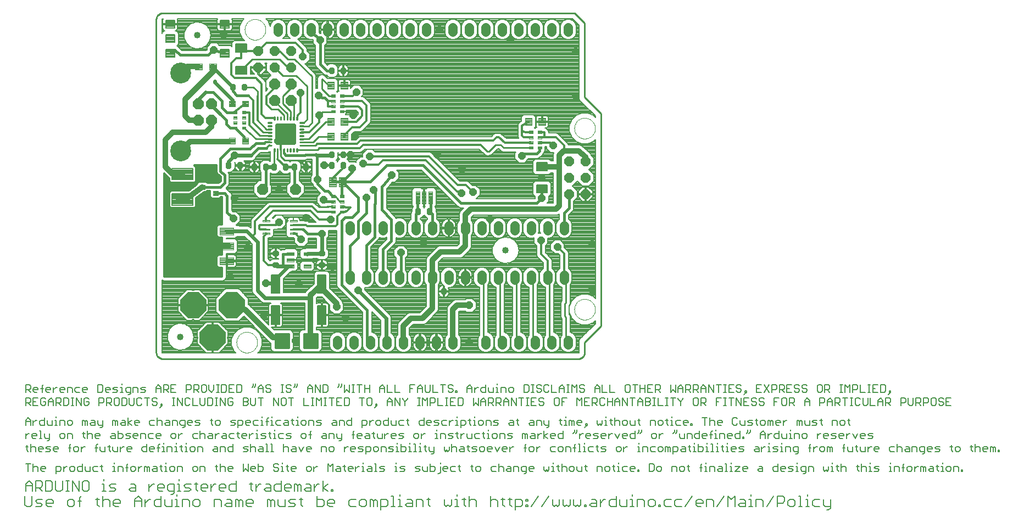
<source format=gtl>
G75*
%MOIN*%
%OFA0B0*%
%FSLAX24Y24*%
%IPPOS*%
%LPD*%
%AMOC8*
5,1,8,0,0,1.08239X$1,22.5*
%
%ADD10C,0.0100*%
%ADD11C,0.0060*%
%ADD12C,0.0000*%
%ADD13C,0.0560*%
%ADD14OC8,0.0610*%
%ADD15C,0.0283*%
%ADD16C,0.0055*%
%ADD17C,0.0047*%
%ADD18C,0.0094*%
%ADD19OC8,0.1575*%
%ADD20C,0.0768*%
%ADD21C,0.0400*%
%ADD22OC8,0.0660*%
%ADD23C,0.1266*%
%ADD24C,0.0048*%
%ADD25C,0.0087*%
%ADD26C,0.0075*%
%ADD27C,0.0040*%
%ADD28C,0.0088*%
%ADD29C,0.0192*%
%ADD30C,0.0039*%
%ADD31C,0.0046*%
%ADD32C,0.0040*%
%ADD33C,0.0083*%
%ADD34C,0.0041*%
%ADD35C,0.0039*%
%ADD36C,0.0050*%
%ADD37C,0.0200*%
%ADD38C,0.0400*%
%ADD39C,0.0320*%
%ADD40C,0.0120*%
%ADD41C,0.0160*%
%ADD42C,0.0240*%
%ADD43OC8,0.0440*%
%ADD44C,0.0110*%
%ADD45C,0.0080*%
D10*
X008844Y009700D02*
X034056Y009700D01*
X034095Y009702D01*
X034133Y009708D01*
X034170Y009717D01*
X034207Y009730D01*
X034242Y009747D01*
X034275Y009766D01*
X034306Y009789D01*
X034335Y009815D01*
X034361Y009844D01*
X034384Y009875D01*
X034403Y009908D01*
X034420Y009943D01*
X034433Y009980D01*
X034442Y010017D01*
X034448Y010055D01*
X034450Y010094D01*
X034450Y010700D01*
X035450Y011700D01*
X035450Y024600D01*
X034450Y025600D01*
X034450Y030100D01*
X033850Y030700D01*
X008844Y030700D01*
X008805Y030698D01*
X008767Y030692D01*
X008730Y030683D01*
X008693Y030670D01*
X008658Y030653D01*
X008625Y030634D01*
X008594Y030611D01*
X008565Y030585D01*
X008539Y030556D01*
X008516Y030525D01*
X008497Y030492D01*
X008480Y030457D01*
X008467Y030420D01*
X008458Y030383D01*
X008452Y030345D01*
X008450Y030306D01*
X008450Y010094D01*
X008452Y010055D01*
X008458Y010017D01*
X008467Y009980D01*
X008480Y009943D01*
X008497Y009908D01*
X008516Y009875D01*
X008539Y009844D01*
X008565Y009815D01*
X008594Y009789D01*
X008625Y009766D01*
X008658Y009747D01*
X008693Y009730D01*
X008730Y009717D01*
X008767Y009708D01*
X008805Y009702D01*
X008844Y009700D01*
X019563Y019257D02*
X019338Y019572D01*
X019184Y019572D01*
X019207Y019550D01*
X019563Y019257D02*
X019716Y019257D01*
X015650Y021400D02*
X015600Y021350D01*
X013777Y023728D02*
X013766Y023728D01*
X017265Y023842D02*
X017692Y023842D01*
X017900Y024050D01*
X017900Y026850D01*
X016850Y027900D01*
X016450Y027900D01*
X015950Y028400D01*
X015650Y028400D01*
X015950Y027900D02*
X014269Y027900D01*
X013600Y027231D01*
X015650Y027400D02*
X016150Y026900D01*
X016950Y026900D01*
X017600Y026250D01*
X017600Y024250D01*
X017389Y024039D01*
X017265Y024039D01*
X018350Y024500D02*
X018550Y024700D01*
X019157Y024700D01*
X017200Y025250D02*
X017200Y025850D01*
X016650Y027400D02*
X016450Y027400D01*
X015950Y027900D01*
X028550Y022300D02*
X028650Y022300D01*
X029050Y022700D01*
X029350Y022700D01*
X029522Y022528D01*
X031184Y022528D01*
X031200Y014650D02*
X031310Y014490D01*
X031310Y010880D01*
X031450Y010700D01*
X032310Y010880D02*
X032450Y010700D01*
X032310Y010880D02*
X032310Y014490D01*
X032200Y014650D01*
X033200Y014650D02*
X033310Y014490D01*
X033310Y013110D01*
X033250Y013050D01*
X033250Y012300D01*
X033310Y012240D01*
X033310Y010880D01*
X033450Y010700D01*
X030450Y010700D02*
X030310Y010880D01*
X030310Y014490D01*
X030200Y014650D01*
X029310Y014490D02*
X029200Y014650D01*
X029310Y014490D02*
X029310Y010880D01*
X029450Y010700D01*
X028450Y010700D02*
X028310Y010880D01*
X028310Y014490D01*
X028200Y014650D01*
D11*
X000800Y000730D02*
X000587Y000730D01*
X000480Y000837D01*
X000480Y001371D01*
X000907Y001371D02*
X000907Y000837D01*
X000800Y000730D01*
X001125Y000730D02*
X001445Y000730D01*
X001552Y000837D01*
X001445Y000944D01*
X001231Y000944D01*
X001125Y001050D01*
X001231Y001157D01*
X001552Y001157D01*
X001769Y001050D02*
X001876Y001157D01*
X002089Y001157D01*
X002196Y001050D01*
X002196Y000944D01*
X001769Y000944D01*
X001769Y001050D02*
X001769Y000837D01*
X001876Y000730D01*
X002089Y000730D01*
X003058Y000837D02*
X003165Y000730D01*
X003378Y000730D01*
X003485Y000837D01*
X003485Y001050D01*
X003378Y001157D01*
X003165Y001157D01*
X003058Y001050D01*
X003058Y000837D01*
X003703Y001050D02*
X003916Y001050D01*
X003810Y001264D02*
X003916Y001371D01*
X003810Y001264D02*
X003810Y000730D01*
X004777Y001157D02*
X004991Y001157D01*
X004884Y001264D02*
X004884Y000837D01*
X004991Y000730D01*
X005207Y000730D02*
X005207Y001371D01*
X005313Y001157D02*
X005527Y001157D01*
X005634Y001050D01*
X005634Y000730D01*
X005851Y000837D02*
X005851Y001050D01*
X005958Y001157D01*
X006172Y001157D01*
X006278Y001050D01*
X006278Y000944D01*
X005851Y000944D01*
X005851Y000837D02*
X005958Y000730D01*
X006172Y000730D01*
X007140Y000730D02*
X007140Y001157D01*
X007354Y001371D01*
X007567Y001157D01*
X007567Y000730D01*
X007785Y000730D02*
X007785Y001157D01*
X007785Y000944D02*
X007998Y001157D01*
X008105Y001157D01*
X008322Y001050D02*
X008429Y001157D01*
X008749Y001157D01*
X008749Y001371D02*
X008749Y000730D01*
X008429Y000730D01*
X008322Y000837D01*
X008322Y001050D01*
X008967Y001157D02*
X008967Y000837D01*
X009073Y000730D01*
X009394Y000730D01*
X009394Y001157D01*
X009611Y001157D02*
X009718Y001157D01*
X009718Y000730D01*
X009611Y000730D02*
X009825Y000730D01*
X010041Y000730D02*
X010041Y001157D01*
X010361Y001157D01*
X010468Y001050D01*
X010468Y000730D01*
X010685Y000837D02*
X010792Y000730D01*
X011006Y000730D01*
X011112Y000837D01*
X011112Y001050D01*
X011006Y001157D01*
X010792Y001157D01*
X010685Y001050D01*
X010685Y000837D01*
X009718Y001371D02*
X009718Y001477D01*
X011974Y001157D02*
X011974Y000730D01*
X011974Y001157D02*
X012295Y001157D01*
X012402Y001050D01*
X012402Y000730D01*
X012619Y000837D02*
X012726Y000944D01*
X013046Y000944D01*
X013046Y001050D02*
X013046Y000730D01*
X012726Y000730D01*
X012619Y000837D01*
X012726Y001157D02*
X012939Y001157D01*
X013046Y001050D01*
X013264Y001157D02*
X013264Y000730D01*
X013477Y000730D02*
X013477Y001050D01*
X013584Y001157D01*
X013691Y001050D01*
X013691Y000730D01*
X013908Y000837D02*
X013908Y001050D01*
X014015Y001157D01*
X014228Y001157D01*
X014335Y001050D01*
X014335Y000944D01*
X013908Y000944D01*
X013908Y000837D02*
X014015Y000730D01*
X014228Y000730D01*
X013477Y001050D02*
X013370Y001157D01*
X013264Y001157D01*
X015197Y001157D02*
X015197Y000730D01*
X015411Y000730D02*
X015411Y001050D01*
X015517Y001157D01*
X015624Y001050D01*
X015624Y000730D01*
X015842Y000837D02*
X015949Y000730D01*
X016269Y000730D01*
X016269Y001157D01*
X016486Y001050D02*
X016593Y001157D01*
X016913Y001157D01*
X017131Y001157D02*
X017344Y001157D01*
X017238Y001264D02*
X017238Y000837D01*
X017344Y000730D01*
X016913Y000837D02*
X016807Y000944D01*
X016593Y000944D01*
X016486Y001050D01*
X016486Y000730D02*
X016807Y000730D01*
X016913Y000837D01*
X015842Y000837D02*
X015842Y001157D01*
X015411Y001050D02*
X015304Y001157D01*
X015197Y001157D01*
X018205Y001157D02*
X018525Y001157D01*
X018632Y001050D01*
X018632Y000837D01*
X018525Y000730D01*
X018205Y000730D01*
X018205Y001371D01*
X018850Y001050D02*
X018956Y001157D01*
X019170Y001157D01*
X019277Y001050D01*
X019277Y000944D01*
X018850Y000944D01*
X018850Y001050D02*
X018850Y000837D01*
X018956Y000730D01*
X019170Y000730D01*
X020139Y000837D02*
X020246Y000730D01*
X020566Y000730D01*
X020783Y000837D02*
X020890Y000730D01*
X021104Y000730D01*
X021210Y000837D01*
X021210Y001050D01*
X021104Y001157D01*
X020890Y001157D01*
X020783Y001050D01*
X020783Y000837D01*
X020566Y001157D02*
X020246Y001157D01*
X020139Y001050D01*
X020139Y000837D01*
X021428Y000730D02*
X021428Y001157D01*
X021535Y001157D01*
X021641Y001050D01*
X021748Y001157D01*
X021855Y001050D01*
X021855Y000730D01*
X021641Y000730D02*
X021641Y001050D01*
X022072Y001157D02*
X022393Y001157D01*
X022499Y001050D01*
X022499Y000837D01*
X022393Y000730D01*
X022072Y000730D01*
X022072Y000516D02*
X022072Y001157D01*
X022717Y001371D02*
X022824Y001371D01*
X022824Y000730D01*
X022930Y000730D02*
X022717Y000730D01*
X023147Y000730D02*
X023360Y000730D01*
X023253Y000730D02*
X023253Y001157D01*
X023147Y001157D01*
X023253Y001371D02*
X023253Y001477D01*
X023683Y001157D02*
X023897Y001157D01*
X024003Y001050D01*
X024003Y000730D01*
X023683Y000730D01*
X023576Y000837D01*
X023683Y000944D01*
X024003Y000944D01*
X024221Y001157D02*
X024221Y000730D01*
X024648Y000730D02*
X024648Y001050D01*
X024541Y001157D01*
X024221Y001157D01*
X024865Y001157D02*
X025079Y001157D01*
X024972Y001264D02*
X024972Y000837D01*
X025079Y000730D01*
X025940Y000837D02*
X026046Y000730D01*
X026153Y000837D01*
X026260Y000730D01*
X026367Y000837D01*
X026367Y001157D01*
X026584Y001157D02*
X026691Y001157D01*
X026691Y000730D01*
X026584Y000730D02*
X026798Y000730D01*
X027121Y000837D02*
X027121Y001264D01*
X027227Y001157D02*
X027014Y001157D01*
X027121Y000837D02*
X027227Y000730D01*
X027444Y000730D02*
X027444Y001371D01*
X027550Y001157D02*
X027764Y001157D01*
X027871Y001050D01*
X027871Y000730D01*
X027444Y001050D02*
X027550Y001157D01*
X026691Y001371D02*
X026691Y001477D01*
X025940Y001157D02*
X025940Y000837D01*
X028733Y000730D02*
X028733Y001371D01*
X028840Y001157D02*
X028733Y001050D01*
X028840Y001157D02*
X029053Y001157D01*
X029160Y001050D01*
X029160Y000730D01*
X029484Y000837D02*
X029484Y001264D01*
X029377Y001157D02*
X029591Y001157D01*
X029807Y001157D02*
X030021Y001157D01*
X029914Y001264D02*
X029914Y000837D01*
X030021Y000730D01*
X030237Y000730D02*
X030557Y000730D01*
X030664Y000837D01*
X030664Y001050D01*
X030557Y001157D01*
X030237Y001157D01*
X030237Y000516D01*
X030881Y000730D02*
X030881Y000837D01*
X030988Y000837D01*
X030988Y000730D01*
X030881Y000730D01*
X030881Y001050D02*
X030881Y001157D01*
X030988Y001157D01*
X030988Y001050D01*
X030881Y001050D01*
X031204Y000730D02*
X031631Y001371D01*
X032275Y001371D02*
X031848Y000730D01*
X032493Y000837D02*
X032493Y001157D01*
X032493Y000837D02*
X032599Y000730D01*
X032706Y000837D01*
X032813Y000730D01*
X032920Y000837D01*
X032920Y001157D01*
X033137Y001157D02*
X033137Y000837D01*
X033244Y000730D01*
X033351Y000837D01*
X033457Y000730D01*
X033564Y000837D01*
X033564Y001157D01*
X033782Y001157D02*
X033782Y000837D01*
X033888Y000730D01*
X033995Y000837D01*
X034102Y000730D01*
X034209Y000837D01*
X034209Y001157D01*
X034426Y000837D02*
X034533Y000837D01*
X034533Y000730D01*
X034426Y000730D01*
X034426Y000837D01*
X034749Y000837D02*
X034855Y000944D01*
X035176Y000944D01*
X035176Y001050D02*
X035176Y000730D01*
X034855Y000730D01*
X034749Y000837D01*
X034855Y001157D02*
X035069Y001157D01*
X035176Y001050D01*
X035393Y000944D02*
X035607Y001157D01*
X035713Y001157D01*
X035930Y001050D02*
X036037Y001157D01*
X036357Y001157D01*
X036357Y001371D02*
X036357Y000730D01*
X036037Y000730D01*
X035930Y000837D01*
X035930Y001050D01*
X035393Y001157D02*
X035393Y000730D01*
X036575Y000837D02*
X036682Y000730D01*
X037002Y000730D01*
X037002Y001157D01*
X037219Y001157D02*
X037326Y001157D01*
X037326Y000730D01*
X037219Y000730D02*
X037433Y000730D01*
X037649Y000730D02*
X037649Y001157D01*
X037969Y001157D01*
X038076Y001050D01*
X038076Y000730D01*
X038294Y000837D02*
X038400Y000730D01*
X038614Y000730D01*
X038721Y000837D01*
X038721Y001050D01*
X038614Y001157D01*
X038400Y001157D01*
X038294Y001050D01*
X038294Y000837D01*
X038938Y000837D02*
X039045Y000837D01*
X039045Y000730D01*
X038938Y000730D01*
X038938Y000837D01*
X039260Y000837D02*
X039260Y001050D01*
X039367Y001157D01*
X039687Y001157D01*
X039905Y001050D02*
X039905Y000837D01*
X040012Y000730D01*
X040332Y000730D01*
X040550Y000730D02*
X040977Y001371D01*
X041194Y001050D02*
X041301Y001157D01*
X041514Y001157D01*
X041621Y001050D01*
X041621Y000944D01*
X041194Y000944D01*
X041194Y001050D02*
X041194Y000837D01*
X041301Y000730D01*
X041514Y000730D01*
X041839Y000730D02*
X041839Y001157D01*
X042159Y001157D01*
X042266Y001050D01*
X042266Y000730D01*
X042483Y000730D02*
X042910Y001371D01*
X043128Y001371D02*
X043341Y001157D01*
X043555Y001371D01*
X043555Y000730D01*
X043772Y000837D02*
X043879Y000944D01*
X044199Y000944D01*
X044199Y001050D02*
X044199Y000730D01*
X043879Y000730D01*
X043772Y000837D01*
X043879Y001157D02*
X044093Y001157D01*
X044199Y001050D01*
X044417Y001157D02*
X044524Y001157D01*
X044524Y000730D01*
X044630Y000730D02*
X044417Y000730D01*
X044847Y000730D02*
X044847Y001157D01*
X045167Y001157D01*
X045274Y001050D01*
X045274Y000730D01*
X045491Y000730D02*
X045918Y001371D01*
X046136Y001371D02*
X046456Y001371D01*
X046563Y001264D01*
X046563Y001050D01*
X046456Y000944D01*
X046136Y000944D01*
X046136Y000730D02*
X046136Y001371D01*
X046780Y001050D02*
X046780Y000837D01*
X046887Y000730D01*
X047100Y000730D01*
X047207Y000837D01*
X047207Y001050D01*
X047100Y001157D01*
X046887Y001157D01*
X046780Y001050D01*
X047425Y000730D02*
X047638Y000730D01*
X047531Y000730D02*
X047531Y001371D01*
X047425Y001371D01*
X047854Y001157D02*
X047961Y001157D01*
X047961Y000730D01*
X047854Y000730D02*
X048068Y000730D01*
X048284Y000837D02*
X048391Y000730D01*
X048711Y000730D01*
X048929Y000837D02*
X049035Y000730D01*
X049356Y000730D01*
X049356Y000623D02*
X049249Y000516D01*
X049142Y000516D01*
X049356Y000623D02*
X049356Y001157D01*
X048929Y001157D02*
X048929Y000837D01*
X048711Y001157D02*
X048391Y001157D01*
X048284Y001050D01*
X048284Y000837D01*
X047961Y001371D02*
X047961Y001477D01*
X044524Y001477D02*
X044524Y001371D01*
X043128Y001371D02*
X043128Y000730D01*
X040332Y001157D02*
X040012Y001157D01*
X039905Y001050D01*
X039687Y000730D02*
X039367Y000730D01*
X039260Y000837D01*
X037326Y001371D02*
X037326Y001477D01*
X036575Y001157D02*
X036575Y000837D01*
X029591Y000730D02*
X029484Y000837D01*
X007567Y001050D02*
X007140Y001050D01*
X005313Y001157D02*
X005207Y001050D01*
D12*
X013320Y010700D02*
X013322Y010750D01*
X013328Y010800D01*
X013338Y010849D01*
X013352Y010897D01*
X013369Y010944D01*
X013390Y010989D01*
X013415Y011033D01*
X013443Y011074D01*
X013475Y011113D01*
X013509Y011150D01*
X013546Y011184D01*
X013586Y011214D01*
X013628Y011241D01*
X013672Y011265D01*
X013718Y011286D01*
X013765Y011302D01*
X013813Y011315D01*
X013863Y011324D01*
X013912Y011329D01*
X013963Y011330D01*
X014013Y011327D01*
X014062Y011320D01*
X014111Y011309D01*
X014159Y011294D01*
X014205Y011276D01*
X014250Y011254D01*
X014293Y011228D01*
X014334Y011199D01*
X014373Y011167D01*
X014409Y011132D01*
X014441Y011094D01*
X014471Y011054D01*
X014498Y011011D01*
X014521Y010967D01*
X014540Y010921D01*
X014556Y010873D01*
X014568Y010824D01*
X014576Y010775D01*
X014580Y010725D01*
X014580Y010675D01*
X014576Y010625D01*
X014568Y010576D01*
X014556Y010527D01*
X014540Y010479D01*
X014521Y010433D01*
X014498Y010389D01*
X014471Y010346D01*
X014441Y010306D01*
X014409Y010268D01*
X014373Y010233D01*
X014334Y010201D01*
X014293Y010172D01*
X014250Y010146D01*
X014205Y010124D01*
X014159Y010106D01*
X014111Y010091D01*
X014062Y010080D01*
X014013Y010073D01*
X013963Y010070D01*
X013912Y010071D01*
X013863Y010076D01*
X013813Y010085D01*
X013765Y010098D01*
X013718Y010114D01*
X013672Y010135D01*
X013628Y010159D01*
X013586Y010186D01*
X013546Y010216D01*
X013509Y010250D01*
X013475Y010287D01*
X013443Y010326D01*
X013415Y010367D01*
X013390Y010411D01*
X013369Y010456D01*
X013352Y010503D01*
X013338Y010551D01*
X013328Y010600D01*
X013322Y010650D01*
X013320Y010700D01*
X033820Y012700D02*
X033822Y012750D01*
X033828Y012800D01*
X033838Y012849D01*
X033852Y012897D01*
X033869Y012944D01*
X033890Y012989D01*
X033915Y013033D01*
X033943Y013074D01*
X033975Y013113D01*
X034009Y013150D01*
X034046Y013184D01*
X034086Y013214D01*
X034128Y013241D01*
X034172Y013265D01*
X034218Y013286D01*
X034265Y013302D01*
X034313Y013315D01*
X034363Y013324D01*
X034412Y013329D01*
X034463Y013330D01*
X034513Y013327D01*
X034562Y013320D01*
X034611Y013309D01*
X034659Y013294D01*
X034705Y013276D01*
X034750Y013254D01*
X034793Y013228D01*
X034834Y013199D01*
X034873Y013167D01*
X034909Y013132D01*
X034941Y013094D01*
X034971Y013054D01*
X034998Y013011D01*
X035021Y012967D01*
X035040Y012921D01*
X035056Y012873D01*
X035068Y012824D01*
X035076Y012775D01*
X035080Y012725D01*
X035080Y012675D01*
X035076Y012625D01*
X035068Y012576D01*
X035056Y012527D01*
X035040Y012479D01*
X035021Y012433D01*
X034998Y012389D01*
X034971Y012346D01*
X034941Y012306D01*
X034909Y012268D01*
X034873Y012233D01*
X034834Y012201D01*
X034793Y012172D01*
X034750Y012146D01*
X034705Y012124D01*
X034659Y012106D01*
X034611Y012091D01*
X034562Y012080D01*
X034513Y012073D01*
X034463Y012070D01*
X034412Y012071D01*
X034363Y012076D01*
X034313Y012085D01*
X034265Y012098D01*
X034218Y012114D01*
X034172Y012135D01*
X034128Y012159D01*
X034086Y012186D01*
X034046Y012216D01*
X034009Y012250D01*
X033975Y012287D01*
X033943Y012326D01*
X033915Y012367D01*
X033890Y012411D01*
X033869Y012456D01*
X033852Y012503D01*
X033838Y012551D01*
X033828Y012600D01*
X033822Y012650D01*
X033820Y012700D01*
X033820Y023700D02*
X033822Y023750D01*
X033828Y023800D01*
X033838Y023849D01*
X033852Y023897D01*
X033869Y023944D01*
X033890Y023989D01*
X033915Y024033D01*
X033943Y024074D01*
X033975Y024113D01*
X034009Y024150D01*
X034046Y024184D01*
X034086Y024214D01*
X034128Y024241D01*
X034172Y024265D01*
X034218Y024286D01*
X034265Y024302D01*
X034313Y024315D01*
X034363Y024324D01*
X034412Y024329D01*
X034463Y024330D01*
X034513Y024327D01*
X034562Y024320D01*
X034611Y024309D01*
X034659Y024294D01*
X034705Y024276D01*
X034750Y024254D01*
X034793Y024228D01*
X034834Y024199D01*
X034873Y024167D01*
X034909Y024132D01*
X034941Y024094D01*
X034971Y024054D01*
X034998Y024011D01*
X035021Y023967D01*
X035040Y023921D01*
X035056Y023873D01*
X035068Y023824D01*
X035076Y023775D01*
X035080Y023725D01*
X035080Y023675D01*
X035076Y023625D01*
X035068Y023576D01*
X035056Y023527D01*
X035040Y023479D01*
X035021Y023433D01*
X034998Y023389D01*
X034971Y023346D01*
X034941Y023306D01*
X034909Y023268D01*
X034873Y023233D01*
X034834Y023201D01*
X034793Y023172D01*
X034750Y023146D01*
X034705Y023124D01*
X034659Y023106D01*
X034611Y023091D01*
X034562Y023080D01*
X034513Y023073D01*
X034463Y023070D01*
X034412Y023071D01*
X034363Y023076D01*
X034313Y023085D01*
X034265Y023098D01*
X034218Y023114D01*
X034172Y023135D01*
X034128Y023159D01*
X034086Y023186D01*
X034046Y023216D01*
X034009Y023250D01*
X033975Y023287D01*
X033943Y023326D01*
X033915Y023367D01*
X033890Y023411D01*
X033869Y023456D01*
X033852Y023503D01*
X033838Y023551D01*
X033828Y023600D01*
X033822Y023650D01*
X033820Y023700D01*
X013820Y029700D02*
X013822Y029750D01*
X013828Y029800D01*
X013838Y029849D01*
X013852Y029897D01*
X013869Y029944D01*
X013890Y029989D01*
X013915Y030033D01*
X013943Y030074D01*
X013975Y030113D01*
X014009Y030150D01*
X014046Y030184D01*
X014086Y030214D01*
X014128Y030241D01*
X014172Y030265D01*
X014218Y030286D01*
X014265Y030302D01*
X014313Y030315D01*
X014363Y030324D01*
X014412Y030329D01*
X014463Y030330D01*
X014513Y030327D01*
X014562Y030320D01*
X014611Y030309D01*
X014659Y030294D01*
X014705Y030276D01*
X014750Y030254D01*
X014793Y030228D01*
X014834Y030199D01*
X014873Y030167D01*
X014909Y030132D01*
X014941Y030094D01*
X014971Y030054D01*
X014998Y030011D01*
X015021Y029967D01*
X015040Y029921D01*
X015056Y029873D01*
X015068Y029824D01*
X015076Y029775D01*
X015080Y029725D01*
X015080Y029675D01*
X015076Y029625D01*
X015068Y029576D01*
X015056Y029527D01*
X015040Y029479D01*
X015021Y029433D01*
X014998Y029389D01*
X014971Y029346D01*
X014941Y029306D01*
X014909Y029268D01*
X014873Y029233D01*
X014834Y029201D01*
X014793Y029172D01*
X014750Y029146D01*
X014705Y029124D01*
X014659Y029106D01*
X014611Y029091D01*
X014562Y029080D01*
X014513Y029073D01*
X014463Y029070D01*
X014412Y029071D01*
X014363Y029076D01*
X014313Y029085D01*
X014265Y029098D01*
X014218Y029114D01*
X014172Y029135D01*
X014128Y029159D01*
X014086Y029186D01*
X014046Y029216D01*
X014009Y029250D01*
X013975Y029287D01*
X013943Y029326D01*
X013915Y029367D01*
X013890Y029411D01*
X013869Y029456D01*
X013852Y029503D01*
X013838Y029551D01*
X013828Y029600D01*
X013822Y029650D01*
X013820Y029700D01*
D13*
X015850Y029840D02*
X015850Y029560D01*
X016850Y029560D02*
X016850Y029840D01*
X017850Y029840D02*
X017850Y029560D01*
X018850Y029560D02*
X018850Y029840D01*
X019850Y029840D02*
X019850Y029560D01*
X020850Y029560D02*
X020850Y029840D01*
X021850Y029840D02*
X021850Y029560D01*
X022850Y029560D02*
X022850Y029840D01*
X023850Y029840D02*
X023850Y029560D01*
X024850Y029560D02*
X024850Y029840D01*
X026450Y029840D02*
X026450Y029560D01*
X027450Y029560D02*
X027450Y029840D01*
X028450Y029840D02*
X028450Y029560D01*
X029450Y029560D02*
X029450Y029840D01*
X030450Y029840D02*
X030450Y029560D01*
X031450Y029560D02*
X031450Y029840D01*
X032450Y029840D02*
X032450Y029560D01*
X033450Y029560D02*
X033450Y029840D01*
X033200Y017790D02*
X033200Y017510D01*
X032200Y017510D02*
X032200Y017790D01*
X031200Y017790D02*
X031200Y017510D01*
X030200Y017510D02*
X030200Y017790D01*
X029200Y017790D02*
X029200Y017510D01*
X028200Y017510D02*
X028200Y017790D01*
X027200Y017790D02*
X027200Y017510D01*
X026200Y017510D02*
X026200Y017790D01*
X025200Y017790D02*
X025200Y017510D01*
X024200Y017510D02*
X024200Y017790D01*
X023200Y017790D02*
X023200Y017510D01*
X022200Y017510D02*
X022200Y017790D01*
X021200Y017790D02*
X021200Y017510D01*
X020200Y017510D02*
X020200Y017790D01*
X020200Y014790D02*
X020200Y014510D01*
X021200Y014510D02*
X021200Y014790D01*
X022200Y014790D02*
X022200Y014510D01*
X023200Y014510D02*
X023200Y014790D01*
X024200Y014790D02*
X024200Y014510D01*
X025200Y014510D02*
X025200Y014790D01*
X026200Y014790D02*
X026200Y014510D01*
X027200Y014510D02*
X027200Y014790D01*
X028200Y014790D02*
X028200Y014510D01*
X029200Y014510D02*
X029200Y014790D01*
X030200Y014790D02*
X030200Y014510D01*
X031200Y014510D02*
X031200Y014790D01*
X032200Y014790D02*
X032200Y014510D01*
X033200Y014510D02*
X033200Y014790D01*
X033450Y010840D02*
X033450Y010560D01*
X032450Y010560D02*
X032450Y010840D01*
X031450Y010840D02*
X031450Y010560D01*
X030450Y010560D02*
X030450Y010840D01*
X029450Y010840D02*
X029450Y010560D01*
X028450Y010560D02*
X028450Y010840D01*
X026450Y010840D02*
X026450Y010560D01*
X025450Y010560D02*
X025450Y010840D01*
X024450Y010840D02*
X024450Y010560D01*
X023450Y010560D02*
X023450Y010840D01*
X022450Y010840D02*
X022450Y010560D01*
X021450Y010560D02*
X021450Y010840D01*
X020450Y010840D02*
X020450Y010560D01*
X019450Y010560D02*
X019450Y010840D01*
D14*
X033500Y019700D03*
X034500Y019700D03*
X034500Y020700D03*
X033500Y020700D03*
X033500Y021700D03*
X034500Y021700D03*
X016650Y027400D03*
X015650Y027400D03*
X014650Y027400D03*
X014650Y028400D03*
X015650Y028400D03*
X016650Y028400D03*
D15*
X019064Y027275D02*
X019064Y027125D01*
X019064Y027275D02*
X019136Y027275D01*
X019136Y027125D01*
X019064Y027125D01*
X019764Y027125D02*
X019764Y027275D01*
X019836Y027275D01*
X019836Y027125D01*
X019764Y027125D01*
X013764Y026275D02*
X013764Y026125D01*
X013764Y026275D02*
X013836Y026275D01*
X013836Y026125D01*
X013764Y026125D01*
X013064Y026125D02*
X013064Y026275D01*
X013136Y026275D01*
X013136Y026125D01*
X013064Y026125D01*
X019136Y022175D02*
X019136Y022025D01*
X019064Y022025D01*
X019064Y022175D01*
X019136Y022175D01*
X019836Y022175D02*
X019836Y022025D01*
X019764Y022025D01*
X019764Y022175D01*
X019836Y022175D01*
X019836Y021525D02*
X019836Y021375D01*
X019764Y021375D01*
X019764Y021525D01*
X019836Y021525D01*
X019136Y021525D02*
X019136Y021375D01*
X019064Y021375D01*
X019064Y021525D01*
X019136Y021525D01*
X017586Y021425D02*
X017586Y021275D01*
X017514Y021275D01*
X017514Y021425D01*
X017586Y021425D01*
X016886Y021425D02*
X016886Y021275D01*
X016814Y021275D01*
X016814Y021425D01*
X016886Y021425D01*
X016336Y021275D02*
X016264Y021275D01*
X016264Y021425D01*
X016336Y021425D01*
X016336Y021275D01*
X015636Y021275D02*
X015564Y021275D01*
X015564Y021425D01*
X015636Y021425D01*
X015636Y021275D01*
X015064Y021275D02*
X015064Y021425D01*
X015136Y021425D01*
X015136Y021275D01*
X015064Y021275D01*
X014364Y021275D02*
X014364Y021425D01*
X014436Y021425D01*
X014436Y021275D01*
X014364Y021275D01*
X013514Y021375D02*
X013514Y021525D01*
X013586Y021525D01*
X013586Y021375D01*
X013514Y021375D01*
X012814Y021375D02*
X012814Y021525D01*
X012886Y021525D01*
X012886Y021375D01*
X012814Y021375D01*
X015625Y016064D02*
X015775Y016064D01*
X015625Y016064D02*
X015625Y016136D01*
X015775Y016136D01*
X015775Y016064D01*
X015775Y015364D02*
X015625Y015364D01*
X015625Y015436D01*
X015775Y015436D01*
X015775Y015364D01*
X018425Y015436D02*
X018575Y015436D01*
X018575Y015364D01*
X018425Y015364D01*
X018425Y015436D01*
X018425Y016136D02*
X018575Y016136D01*
X018575Y016064D01*
X018425Y016064D01*
X018425Y016136D01*
X024314Y018725D02*
X024386Y018725D01*
X024386Y018575D01*
X024314Y018575D01*
X024314Y018725D01*
X025014Y018725D02*
X025086Y018725D01*
X025086Y018575D01*
X025014Y018575D01*
X025014Y018725D01*
X025164Y013875D02*
X025164Y013725D01*
X025164Y013875D02*
X025236Y013875D01*
X025236Y013725D01*
X025164Y013725D01*
X025864Y013725D02*
X025864Y013875D01*
X025936Y013875D01*
X025936Y013725D01*
X025864Y013725D01*
D16*
X018748Y013682D02*
X018748Y014808D01*
X018748Y013682D02*
X018252Y013682D01*
X018252Y014808D01*
X018748Y014808D01*
X018748Y013736D02*
X018252Y013736D01*
X018252Y013790D02*
X018748Y013790D01*
X018748Y013844D02*
X018252Y013844D01*
X018252Y013898D02*
X018748Y013898D01*
X018748Y013952D02*
X018252Y013952D01*
X018252Y014006D02*
X018748Y014006D01*
X018748Y014060D02*
X018252Y014060D01*
X018252Y014114D02*
X018748Y014114D01*
X018748Y014168D02*
X018252Y014168D01*
X018252Y014222D02*
X018748Y014222D01*
X018748Y014276D02*
X018252Y014276D01*
X018252Y014330D02*
X018748Y014330D01*
X018748Y014384D02*
X018252Y014384D01*
X018252Y014438D02*
X018748Y014438D01*
X018748Y014492D02*
X018252Y014492D01*
X018252Y014546D02*
X018748Y014546D01*
X018748Y014600D02*
X018252Y014600D01*
X018252Y014654D02*
X018748Y014654D01*
X018748Y014708D02*
X018252Y014708D01*
X018252Y014762D02*
X018748Y014762D01*
X015948Y014808D02*
X015948Y013682D01*
X015452Y013682D01*
X015452Y014808D01*
X015948Y014808D01*
X015948Y013736D02*
X015452Y013736D01*
X015452Y013790D02*
X015948Y013790D01*
X015948Y013844D02*
X015452Y013844D01*
X015452Y013898D02*
X015948Y013898D01*
X015948Y013952D02*
X015452Y013952D01*
X015452Y014006D02*
X015948Y014006D01*
X015948Y014060D02*
X015452Y014060D01*
X015452Y014114D02*
X015948Y014114D01*
X015948Y014168D02*
X015452Y014168D01*
X015452Y014222D02*
X015948Y014222D01*
X015948Y014276D02*
X015452Y014276D01*
X015452Y014330D02*
X015948Y014330D01*
X015948Y014384D02*
X015452Y014384D01*
X015452Y014438D02*
X015948Y014438D01*
X015948Y014492D02*
X015452Y014492D01*
X015452Y014546D02*
X015948Y014546D01*
X015948Y014600D02*
X015452Y014600D01*
X015452Y014654D02*
X015948Y014654D01*
X015948Y014708D02*
X015452Y014708D01*
X015452Y014762D02*
X015948Y014762D01*
X015948Y012918D02*
X015948Y011792D01*
X015452Y011792D01*
X015452Y012918D01*
X015948Y012918D01*
X015948Y011846D02*
X015452Y011846D01*
X015452Y011900D02*
X015948Y011900D01*
X015948Y011954D02*
X015452Y011954D01*
X015452Y012008D02*
X015948Y012008D01*
X015948Y012062D02*
X015452Y012062D01*
X015452Y012116D02*
X015948Y012116D01*
X015948Y012170D02*
X015452Y012170D01*
X015452Y012224D02*
X015948Y012224D01*
X015948Y012278D02*
X015452Y012278D01*
X015452Y012332D02*
X015948Y012332D01*
X015948Y012386D02*
X015452Y012386D01*
X015452Y012440D02*
X015948Y012440D01*
X015948Y012494D02*
X015452Y012494D01*
X015452Y012548D02*
X015948Y012548D01*
X015948Y012602D02*
X015452Y012602D01*
X015452Y012656D02*
X015948Y012656D01*
X015948Y012710D02*
X015452Y012710D01*
X015452Y012764D02*
X015948Y012764D01*
X015948Y012818D02*
X015452Y012818D01*
X015452Y012872D02*
X015948Y012872D01*
X018748Y012918D02*
X018748Y011792D01*
X018252Y011792D01*
X018252Y012918D01*
X018748Y012918D01*
X018748Y011846D02*
X018252Y011846D01*
X018252Y011900D02*
X018748Y011900D01*
X018748Y011954D02*
X018252Y011954D01*
X018252Y012008D02*
X018748Y012008D01*
X018748Y012062D02*
X018252Y012062D01*
X018252Y012116D02*
X018748Y012116D01*
X018748Y012170D02*
X018252Y012170D01*
X018252Y012224D02*
X018748Y012224D01*
X018748Y012278D02*
X018252Y012278D01*
X018252Y012332D02*
X018748Y012332D01*
X018748Y012386D02*
X018252Y012386D01*
X018252Y012440D02*
X018748Y012440D01*
X018748Y012494D02*
X018252Y012494D01*
X018252Y012548D02*
X018748Y012548D01*
X018748Y012602D02*
X018252Y012602D01*
X018252Y012656D02*
X018748Y012656D01*
X018748Y012710D02*
X018252Y012710D01*
X018252Y012764D02*
X018748Y012764D01*
X018748Y012818D02*
X018252Y012818D01*
X018252Y012872D02*
X018748Y012872D01*
X031523Y019783D02*
X031523Y020279D01*
X032177Y020279D01*
X032177Y019783D01*
X031523Y019783D01*
X031523Y019837D02*
X032177Y019837D01*
X032177Y019891D02*
X031523Y019891D01*
X031523Y019945D02*
X032177Y019945D01*
X032177Y019999D02*
X031523Y019999D01*
X031523Y020053D02*
X032177Y020053D01*
X032177Y020107D02*
X031523Y020107D01*
X031523Y020161D02*
X032177Y020161D01*
X032177Y020215D02*
X031523Y020215D01*
X031523Y020269D02*
X032177Y020269D01*
X031523Y021121D02*
X031523Y021617D01*
X032177Y021617D01*
X032177Y021121D01*
X031523Y021121D01*
X031523Y021175D02*
X032177Y021175D01*
X032177Y021229D02*
X031523Y021229D01*
X031523Y021283D02*
X032177Y021283D01*
X032177Y021337D02*
X031523Y021337D01*
X031523Y021391D02*
X032177Y021391D01*
X032177Y021445D02*
X031523Y021445D01*
X031523Y021499D02*
X032177Y021499D01*
X032177Y021553D02*
X031523Y021553D01*
X031523Y021607D02*
X032177Y021607D01*
X013927Y026983D02*
X013927Y027479D01*
X013927Y026983D02*
X013273Y026983D01*
X013273Y027479D01*
X013927Y027479D01*
X013927Y027037D02*
X013273Y027037D01*
X013273Y027091D02*
X013927Y027091D01*
X013927Y027145D02*
X013273Y027145D01*
X013273Y027199D02*
X013927Y027199D01*
X013927Y027253D02*
X013273Y027253D01*
X013273Y027307D02*
X013927Y027307D01*
X013927Y027361D02*
X013273Y027361D01*
X013273Y027415D02*
X013927Y027415D01*
X013927Y027469D02*
X013273Y027469D01*
X013927Y028321D02*
X013927Y028817D01*
X013927Y028321D02*
X013273Y028321D01*
X013273Y028817D01*
X013927Y028817D01*
X013927Y028375D02*
X013273Y028375D01*
X013273Y028429D02*
X013927Y028429D01*
X013927Y028483D02*
X013273Y028483D01*
X013273Y028537D02*
X013927Y028537D01*
X013927Y028591D02*
X013273Y028591D01*
X013273Y028645D02*
X013927Y028645D01*
X013927Y028699D02*
X013273Y028699D01*
X013273Y028753D02*
X013927Y028753D01*
X013927Y028807D02*
X013273Y028807D01*
D17*
X018824Y026513D02*
X018824Y026087D01*
X018824Y026513D02*
X019250Y026513D01*
X019250Y026087D01*
X018824Y026087D01*
X018824Y026133D02*
X019250Y026133D01*
X019250Y026179D02*
X018824Y026179D01*
X018824Y026225D02*
X019250Y026225D01*
X019250Y026271D02*
X018824Y026271D01*
X018824Y026317D02*
X019250Y026317D01*
X019250Y026363D02*
X018824Y026363D01*
X018824Y026409D02*
X019250Y026409D01*
X019250Y026455D02*
X018824Y026455D01*
X018824Y026501D02*
X019250Y026501D01*
X019650Y026513D02*
X019650Y026087D01*
X019650Y026513D02*
X020076Y026513D01*
X020076Y026087D01*
X019650Y026087D01*
X019650Y026133D02*
X020076Y026133D01*
X020076Y026179D02*
X019650Y026179D01*
X019650Y026225D02*
X020076Y026225D01*
X020076Y026271D02*
X019650Y026271D01*
X019650Y026317D02*
X020076Y026317D01*
X020076Y026363D02*
X019650Y026363D01*
X019650Y026409D02*
X020076Y026409D01*
X020076Y026455D02*
X019650Y026455D01*
X019650Y026501D02*
X020076Y026501D01*
X020076Y024313D02*
X020076Y023887D01*
X019650Y023887D01*
X019650Y024313D01*
X020076Y024313D01*
X020076Y023933D02*
X019650Y023933D01*
X019650Y023979D02*
X020076Y023979D01*
X020076Y024025D02*
X019650Y024025D01*
X019650Y024071D02*
X020076Y024071D01*
X020076Y024117D02*
X019650Y024117D01*
X019650Y024163D02*
X020076Y024163D01*
X020076Y024209D02*
X019650Y024209D01*
X019650Y024255D02*
X020076Y024255D01*
X020076Y024301D02*
X019650Y024301D01*
X019250Y024313D02*
X019250Y023887D01*
X018824Y023887D01*
X018824Y024313D01*
X019250Y024313D01*
X019250Y023933D02*
X018824Y023933D01*
X018824Y023979D02*
X019250Y023979D01*
X019250Y024025D02*
X018824Y024025D01*
X018824Y024071D02*
X019250Y024071D01*
X019250Y024117D02*
X018824Y024117D01*
X018824Y024163D02*
X019250Y024163D01*
X019250Y024209D02*
X018824Y024209D01*
X018824Y024255D02*
X019250Y024255D01*
X019250Y024301D02*
X018824Y024301D01*
X019250Y023413D02*
X019250Y022987D01*
X018824Y022987D01*
X018824Y023413D01*
X019250Y023413D01*
X019250Y023033D02*
X018824Y023033D01*
X018824Y023079D02*
X019250Y023079D01*
X019250Y023125D02*
X018824Y023125D01*
X018824Y023171D02*
X019250Y023171D01*
X019250Y023217D02*
X018824Y023217D01*
X018824Y023263D02*
X019250Y023263D01*
X019250Y023309D02*
X018824Y023309D01*
X018824Y023355D02*
X019250Y023355D01*
X019250Y023401D02*
X018824Y023401D01*
X020076Y023413D02*
X020076Y022987D01*
X019650Y022987D01*
X019650Y023413D01*
X020076Y023413D01*
X020076Y023033D02*
X019650Y023033D01*
X019650Y023079D02*
X020076Y023079D01*
X020076Y023125D02*
X019650Y023125D01*
X019650Y023171D02*
X020076Y023171D01*
X020076Y023217D02*
X019650Y023217D01*
X019650Y023263D02*
X020076Y023263D01*
X020076Y023309D02*
X019650Y023309D01*
X019650Y023355D02*
X020076Y023355D01*
X020076Y023401D02*
X019650Y023401D01*
X030824Y023887D02*
X030824Y024313D01*
X031250Y024313D01*
X031250Y023887D01*
X030824Y023887D01*
X030824Y023933D02*
X031250Y023933D01*
X031250Y023979D02*
X030824Y023979D01*
X030824Y024025D02*
X031250Y024025D01*
X031250Y024071D02*
X030824Y024071D01*
X030824Y024117D02*
X031250Y024117D01*
X031250Y024163D02*
X030824Y024163D01*
X030824Y024209D02*
X031250Y024209D01*
X031250Y024255D02*
X030824Y024255D01*
X030824Y024301D02*
X031250Y024301D01*
X031650Y024313D02*
X031650Y023887D01*
X031650Y024313D02*
X032076Y024313D01*
X032076Y023887D01*
X031650Y023887D01*
X031650Y023933D02*
X032076Y023933D01*
X032076Y023979D02*
X031650Y023979D01*
X031650Y024025D02*
X032076Y024025D01*
X032076Y024071D02*
X031650Y024071D01*
X031650Y024117D02*
X032076Y024117D01*
X032076Y024163D02*
X031650Y024163D01*
X031650Y024209D02*
X032076Y024209D01*
X032076Y024255D02*
X031650Y024255D01*
X031650Y024301D02*
X032076Y024301D01*
D18*
X018241Y011225D02*
X017391Y011225D01*
X018241Y011225D02*
X018241Y010375D01*
X017391Y010375D01*
X017391Y011225D01*
X017391Y010468D02*
X018241Y010468D01*
X018241Y010561D02*
X017391Y010561D01*
X017391Y010654D02*
X018241Y010654D01*
X018241Y010747D02*
X017391Y010747D01*
X017391Y010840D02*
X018241Y010840D01*
X018241Y010933D02*
X017391Y010933D01*
X017391Y011026D02*
X018241Y011026D01*
X018241Y011119D02*
X017391Y011119D01*
X017391Y011212D02*
X018241Y011212D01*
X016509Y011225D02*
X015659Y011225D01*
X016509Y011225D02*
X016509Y010375D01*
X015659Y010375D01*
X015659Y011225D01*
X015659Y010468D02*
X016509Y010468D01*
X016509Y010561D02*
X015659Y010561D01*
X015659Y010654D02*
X016509Y010654D01*
X016509Y010747D02*
X015659Y010747D01*
X015659Y010840D02*
X016509Y010840D01*
X016509Y010933D02*
X015659Y010933D01*
X015659Y011026D02*
X016509Y011026D01*
X016509Y011119D02*
X015659Y011119D01*
X015659Y011212D02*
X016509Y011212D01*
D19*
X013050Y012970D03*
X010690Y012970D03*
X011870Y011000D03*
D20*
X011570Y011000D03*
X012170Y011000D03*
X013050Y012670D03*
X013050Y013270D03*
X010690Y013270D03*
X010690Y012670D03*
D21*
X009919Y011043D03*
X029647Y016291D03*
X010950Y029350D03*
D22*
X015650Y026400D03*
X016650Y026400D03*
X016650Y025400D03*
X015650Y025400D03*
X011804Y025192D03*
X011017Y025192D03*
X011017Y024208D03*
X011804Y024208D03*
X014900Y020000D03*
X016900Y020000D03*
D23*
X009950Y022338D03*
X009950Y027062D03*
D24*
X013136Y017676D02*
X013136Y017244D01*
X012304Y017244D01*
X012304Y017676D01*
X013136Y017676D01*
X013136Y017291D02*
X012304Y017291D01*
X012304Y017338D02*
X013136Y017338D01*
X013136Y017385D02*
X012304Y017385D01*
X012304Y017432D02*
X013136Y017432D01*
X013136Y017479D02*
X012304Y017479D01*
X012304Y017526D02*
X013136Y017526D01*
X013136Y017573D02*
X012304Y017573D01*
X012304Y017620D02*
X013136Y017620D01*
X013136Y017667D02*
X012304Y017667D01*
X013136Y016766D02*
X013136Y016334D01*
X012304Y016334D01*
X012304Y016766D01*
X013136Y016766D01*
X013136Y016381D02*
X012304Y016381D01*
X012304Y016428D02*
X013136Y016428D01*
X013136Y016475D02*
X012304Y016475D01*
X012304Y016522D02*
X013136Y016522D01*
X013136Y016569D02*
X012304Y016569D01*
X012304Y016616D02*
X013136Y016616D01*
X013136Y016663D02*
X012304Y016663D01*
X012304Y016710D02*
X013136Y016710D01*
X013136Y016757D02*
X012304Y016757D01*
X013136Y015856D02*
X013136Y015424D01*
X012304Y015424D01*
X012304Y015856D01*
X013136Y015856D01*
X013136Y015471D02*
X012304Y015471D01*
X012304Y015518D02*
X013136Y015518D01*
X013136Y015565D02*
X012304Y015565D01*
X012304Y015612D02*
X013136Y015612D01*
X013136Y015659D02*
X012304Y015659D01*
X012304Y015706D02*
X013136Y015706D01*
X013136Y015753D02*
X012304Y015753D01*
X012304Y015800D02*
X013136Y015800D01*
X013136Y015847D02*
X012304Y015847D01*
D25*
X010670Y015885D02*
X010670Y017215D01*
X010670Y015885D02*
X009890Y015885D01*
X009890Y017215D01*
X010670Y017215D01*
X010670Y015971D02*
X009890Y015971D01*
X009890Y016057D02*
X010670Y016057D01*
X010670Y016143D02*
X009890Y016143D01*
X009890Y016229D02*
X010670Y016229D01*
X010670Y016315D02*
X009890Y016315D01*
X009890Y016401D02*
X010670Y016401D01*
X010670Y016487D02*
X009890Y016487D01*
X009890Y016573D02*
X010670Y016573D01*
X010670Y016659D02*
X009890Y016659D01*
X009890Y016745D02*
X010670Y016745D01*
X010670Y016831D02*
X009890Y016831D01*
X009890Y016917D02*
X010670Y016917D01*
X010670Y017003D02*
X009890Y017003D01*
X009890Y017089D02*
X010670Y017089D01*
X010670Y017175D02*
X009890Y017175D01*
D26*
X010682Y019045D02*
X010682Y019719D01*
X010682Y019045D02*
X009418Y019045D01*
X009418Y019719D01*
X010682Y019719D01*
X010682Y019119D02*
X009418Y019119D01*
X009418Y019193D02*
X010682Y019193D01*
X010682Y019267D02*
X009418Y019267D01*
X009418Y019341D02*
X010682Y019341D01*
X010682Y019415D02*
X009418Y019415D01*
X009418Y019489D02*
X010682Y019489D01*
X010682Y019563D02*
X009418Y019563D01*
X009418Y019637D02*
X010682Y019637D01*
X010682Y019711D02*
X009418Y019711D01*
X010682Y020581D02*
X010682Y021255D01*
X010682Y020581D02*
X009418Y020581D01*
X009418Y021255D01*
X010682Y021255D01*
X010682Y020655D02*
X009418Y020655D01*
X009418Y020729D02*
X010682Y020729D01*
X010682Y020803D02*
X009418Y020803D01*
X009418Y020877D02*
X010682Y020877D01*
X010682Y020951D02*
X009418Y020951D01*
X009418Y021025D02*
X010682Y021025D01*
X010682Y021099D02*
X009418Y021099D01*
X009418Y021173D02*
X010682Y021173D01*
X010682Y021247D02*
X009418Y021247D01*
D27*
X011095Y020275D02*
X011095Y020005D01*
X011095Y020275D02*
X011405Y020275D01*
X011405Y020005D01*
X011095Y020005D01*
X011095Y020044D02*
X011405Y020044D01*
X011405Y020083D02*
X011095Y020083D01*
X011095Y020122D02*
X011405Y020122D01*
X011405Y020161D02*
X011095Y020161D01*
X011095Y020200D02*
X011405Y020200D01*
X011405Y020239D02*
X011095Y020239D01*
X011895Y020385D02*
X011895Y020655D01*
X012205Y020655D01*
X012205Y020385D01*
X011895Y020385D01*
X011895Y020424D02*
X012205Y020424D01*
X012205Y020463D02*
X011895Y020463D01*
X011895Y020502D02*
X012205Y020502D01*
X012205Y020541D02*
X011895Y020541D01*
X011895Y020580D02*
X012205Y020580D01*
X012205Y020619D02*
X011895Y020619D01*
X011895Y019895D02*
X011895Y019625D01*
X011895Y019895D02*
X012205Y019895D01*
X012205Y019625D01*
X011895Y019625D01*
X011895Y019664D02*
X012205Y019664D01*
X012205Y019703D02*
X011895Y019703D01*
X011895Y019742D02*
X012205Y019742D01*
X012205Y019781D02*
X011895Y019781D01*
X011895Y019820D02*
X012205Y019820D01*
X012205Y019859D02*
X011895Y019859D01*
D28*
X015600Y022479D02*
X015622Y022479D01*
X015622Y022291D01*
X015600Y022291D01*
X015600Y022479D01*
X015600Y022378D02*
X015622Y022378D01*
X015622Y022465D02*
X015600Y022465D01*
X015797Y022479D02*
X015819Y022479D01*
X015819Y022291D01*
X015797Y022291D01*
X015797Y022479D01*
X015797Y022378D02*
X015819Y022378D01*
X015819Y022465D02*
X015797Y022465D01*
X015994Y022479D02*
X016016Y022479D01*
X016016Y022291D01*
X015994Y022291D01*
X015994Y022479D01*
X015994Y022378D02*
X016016Y022378D01*
X016016Y022465D02*
X015994Y022465D01*
X016191Y022479D02*
X016213Y022479D01*
X016213Y022291D01*
X016191Y022291D01*
X016191Y022479D01*
X016191Y022378D02*
X016213Y022378D01*
X016213Y022465D02*
X016191Y022465D01*
X016387Y022479D02*
X016409Y022479D01*
X016409Y022291D01*
X016387Y022291D01*
X016387Y022479D01*
X016387Y022378D02*
X016409Y022378D01*
X016409Y022465D02*
X016387Y022465D01*
X016584Y022479D02*
X016606Y022479D01*
X016606Y022291D01*
X016584Y022291D01*
X016584Y022479D01*
X016584Y022378D02*
X016606Y022378D01*
X016606Y022465D02*
X016584Y022465D01*
X016781Y022479D02*
X016803Y022479D01*
X016803Y022291D01*
X016781Y022291D01*
X016781Y022479D01*
X016781Y022378D02*
X016803Y022378D01*
X016803Y022465D02*
X016781Y022465D01*
X016978Y022479D02*
X017000Y022479D01*
X017000Y022291D01*
X016978Y022291D01*
X016978Y022479D01*
X016978Y022378D02*
X017000Y022378D01*
X017000Y022465D02*
X016978Y022465D01*
X017171Y022650D02*
X017171Y022672D01*
X017359Y022672D01*
X017359Y022650D01*
X017171Y022650D01*
X017171Y022847D02*
X017171Y022869D01*
X017359Y022869D01*
X017359Y022847D01*
X017171Y022847D01*
X017171Y023044D02*
X017171Y023066D01*
X017359Y023066D01*
X017359Y023044D01*
X017171Y023044D01*
X017171Y023241D02*
X017171Y023263D01*
X017359Y023263D01*
X017359Y023241D01*
X017171Y023241D01*
X017171Y023437D02*
X017171Y023459D01*
X017359Y023459D01*
X017359Y023437D01*
X017171Y023437D01*
X017171Y023634D02*
X017171Y023656D01*
X017359Y023656D01*
X017359Y023634D01*
X017171Y023634D01*
X017171Y023831D02*
X017171Y023853D01*
X017359Y023853D01*
X017359Y023831D01*
X017171Y023831D01*
X017171Y024028D02*
X017171Y024050D01*
X017359Y024050D01*
X017359Y024028D01*
X017171Y024028D01*
X017000Y024409D02*
X016978Y024409D01*
X017000Y024409D02*
X017000Y024221D01*
X016978Y024221D01*
X016978Y024409D01*
X016978Y024308D02*
X017000Y024308D01*
X017000Y024395D02*
X016978Y024395D01*
X016803Y024409D02*
X016781Y024409D01*
X016803Y024409D02*
X016803Y024221D01*
X016781Y024221D01*
X016781Y024409D01*
X016781Y024308D02*
X016803Y024308D01*
X016803Y024395D02*
X016781Y024395D01*
X016606Y024409D02*
X016584Y024409D01*
X016606Y024409D02*
X016606Y024221D01*
X016584Y024221D01*
X016584Y024409D01*
X016584Y024308D02*
X016606Y024308D01*
X016606Y024395D02*
X016584Y024395D01*
X016409Y024409D02*
X016387Y024409D01*
X016409Y024409D02*
X016409Y024221D01*
X016387Y024221D01*
X016387Y024409D01*
X016387Y024308D02*
X016409Y024308D01*
X016409Y024395D02*
X016387Y024395D01*
X016213Y024409D02*
X016191Y024409D01*
X016213Y024409D02*
X016213Y024221D01*
X016191Y024221D01*
X016191Y024409D01*
X016191Y024308D02*
X016213Y024308D01*
X016213Y024395D02*
X016191Y024395D01*
X016016Y024409D02*
X015994Y024409D01*
X016016Y024409D02*
X016016Y024221D01*
X015994Y024221D01*
X015994Y024409D01*
X015994Y024308D02*
X016016Y024308D01*
X016016Y024395D02*
X015994Y024395D01*
X015819Y024409D02*
X015797Y024409D01*
X015819Y024409D02*
X015819Y024221D01*
X015797Y024221D01*
X015797Y024409D01*
X015797Y024308D02*
X015819Y024308D01*
X015819Y024395D02*
X015797Y024395D01*
X015622Y024409D02*
X015600Y024409D01*
X015622Y024409D02*
X015622Y024221D01*
X015600Y024221D01*
X015600Y024409D01*
X015600Y024308D02*
X015622Y024308D01*
X015622Y024395D02*
X015600Y024395D01*
X015241Y024050D02*
X015241Y024028D01*
X015241Y024050D02*
X015429Y024050D01*
X015429Y024028D01*
X015241Y024028D01*
X015241Y023853D02*
X015241Y023831D01*
X015241Y023853D02*
X015429Y023853D01*
X015429Y023831D01*
X015241Y023831D01*
X015241Y023656D02*
X015241Y023634D01*
X015241Y023656D02*
X015429Y023656D01*
X015429Y023634D01*
X015241Y023634D01*
X015241Y023459D02*
X015241Y023437D01*
X015241Y023459D02*
X015429Y023459D01*
X015429Y023437D01*
X015241Y023437D01*
X015241Y023263D02*
X015241Y023241D01*
X015241Y023263D02*
X015429Y023263D01*
X015429Y023241D01*
X015241Y023241D01*
X015241Y023066D02*
X015241Y023044D01*
X015241Y023066D02*
X015429Y023066D01*
X015429Y023044D01*
X015241Y023044D01*
X015241Y022869D02*
X015241Y022847D01*
X015241Y022869D02*
X015429Y022869D01*
X015429Y022847D01*
X015241Y022847D01*
X015241Y022672D02*
X015241Y022650D01*
X015241Y022672D02*
X015429Y022672D01*
X015429Y022650D01*
X015241Y022650D01*
D29*
X015756Y022806D02*
X015756Y023894D01*
X016844Y023894D01*
X016844Y022806D01*
X015756Y022806D01*
X015756Y022997D02*
X016844Y022997D01*
X016844Y023188D02*
X015756Y023188D01*
X015756Y023379D02*
X016844Y023379D01*
X016844Y023570D02*
X015756Y023570D01*
X015756Y023761D02*
X016844Y023761D01*
D30*
X019075Y024649D02*
X019075Y024807D01*
X019293Y024807D01*
X019293Y024649D01*
X019075Y024649D01*
X019075Y024687D02*
X019293Y024687D01*
X019293Y024725D02*
X019075Y024725D01*
X019075Y024763D02*
X019293Y024763D01*
X019293Y024801D02*
X019075Y024801D01*
X019075Y024964D02*
X019075Y025122D01*
X019293Y025122D01*
X019293Y024964D01*
X019075Y024964D01*
X019075Y025002D02*
X019293Y025002D01*
X019293Y025040D02*
X019075Y025040D01*
X019075Y025078D02*
X019293Y025078D01*
X019293Y025116D02*
X019075Y025116D01*
X019075Y025278D02*
X019075Y025436D01*
X019293Y025436D01*
X019293Y025278D01*
X019075Y025278D01*
X019075Y025316D02*
X019293Y025316D01*
X019293Y025354D02*
X019075Y025354D01*
X019075Y025392D02*
X019293Y025392D01*
X019293Y025430D02*
X019075Y025430D01*
X019075Y025593D02*
X019075Y025751D01*
X019293Y025751D01*
X019293Y025593D01*
X019075Y025593D01*
X019075Y025631D02*
X019293Y025631D01*
X019293Y025669D02*
X019075Y025669D01*
X019075Y025707D02*
X019293Y025707D01*
X019293Y025745D02*
X019075Y025745D01*
X019607Y025751D02*
X019607Y025593D01*
X019607Y025751D02*
X019825Y025751D01*
X019825Y025593D01*
X019607Y025593D01*
X019607Y025631D02*
X019825Y025631D01*
X019825Y025669D02*
X019607Y025669D01*
X019607Y025707D02*
X019825Y025707D01*
X019825Y025745D02*
X019607Y025745D01*
X019607Y025436D02*
X019607Y025278D01*
X019607Y025436D02*
X019825Y025436D01*
X019825Y025278D01*
X019607Y025278D01*
X019607Y025316D02*
X019825Y025316D01*
X019825Y025354D02*
X019607Y025354D01*
X019607Y025392D02*
X019825Y025392D01*
X019825Y025430D02*
X019607Y025430D01*
X019607Y025122D02*
X019607Y024964D01*
X019607Y025122D02*
X019825Y025122D01*
X019825Y024964D01*
X019607Y024964D01*
X019607Y025002D02*
X019825Y025002D01*
X019825Y025040D02*
X019607Y025040D01*
X019607Y025078D02*
X019825Y025078D01*
X019825Y025116D02*
X019607Y025116D01*
X019607Y024807D02*
X019607Y024649D01*
X019607Y024807D02*
X019825Y024807D01*
X019825Y024649D01*
X019607Y024649D01*
X019607Y024687D02*
X019825Y024687D01*
X019825Y024725D02*
X019607Y024725D01*
X019607Y024763D02*
X019825Y024763D01*
X019825Y024801D02*
X019607Y024801D01*
X014022Y025378D02*
X013666Y025378D01*
X014022Y025378D02*
X014022Y025022D01*
X013666Y025022D01*
X013666Y025378D01*
X013666Y025060D02*
X014022Y025060D01*
X014022Y025098D02*
X013666Y025098D01*
X013666Y025136D02*
X014022Y025136D01*
X014022Y025174D02*
X013666Y025174D01*
X013666Y025212D02*
X014022Y025212D01*
X014022Y025250D02*
X013666Y025250D01*
X013666Y025288D02*
X014022Y025288D01*
X014022Y025326D02*
X013666Y025326D01*
X013666Y025364D02*
X014022Y025364D01*
X013875Y024751D02*
X013875Y024593D01*
X013657Y024593D01*
X013657Y024751D01*
X013875Y024751D01*
X013875Y024631D02*
X013657Y024631D01*
X013657Y024669D02*
X013875Y024669D01*
X013875Y024707D02*
X013657Y024707D01*
X013657Y024745D02*
X013875Y024745D01*
X013875Y024436D02*
X013875Y024278D01*
X013657Y024278D01*
X013657Y024436D01*
X013875Y024436D01*
X013875Y024316D02*
X013657Y024316D01*
X013657Y024354D02*
X013875Y024354D01*
X013875Y024392D02*
X013657Y024392D01*
X013657Y024430D02*
X013875Y024430D01*
X013875Y024122D02*
X013875Y023964D01*
X013657Y023964D01*
X013657Y024122D01*
X013875Y024122D01*
X013875Y024002D02*
X013657Y024002D01*
X013657Y024040D02*
X013875Y024040D01*
X013875Y024078D02*
X013657Y024078D01*
X013657Y024116D02*
X013875Y024116D01*
X013875Y023807D02*
X013875Y023649D01*
X013657Y023649D01*
X013657Y023807D01*
X013875Y023807D01*
X013875Y023687D02*
X013657Y023687D01*
X013657Y023725D02*
X013875Y023725D01*
X013875Y023763D02*
X013657Y023763D01*
X013657Y023801D02*
X013875Y023801D01*
X013343Y023807D02*
X013343Y023649D01*
X013125Y023649D01*
X013125Y023807D01*
X013343Y023807D01*
X013343Y023687D02*
X013125Y023687D01*
X013125Y023725D02*
X013343Y023725D01*
X013343Y023763D02*
X013125Y023763D01*
X013125Y023801D02*
X013343Y023801D01*
X013343Y023964D02*
X013343Y024122D01*
X013343Y023964D02*
X013125Y023964D01*
X013125Y024122D01*
X013343Y024122D01*
X013343Y024002D02*
X013125Y024002D01*
X013125Y024040D02*
X013343Y024040D01*
X013343Y024078D02*
X013125Y024078D01*
X013125Y024116D02*
X013343Y024116D01*
X013343Y024278D02*
X013343Y024436D01*
X013343Y024278D02*
X013125Y024278D01*
X013125Y024436D01*
X013343Y024436D01*
X013343Y024316D02*
X013125Y024316D01*
X013125Y024354D02*
X013343Y024354D01*
X013343Y024392D02*
X013125Y024392D01*
X013125Y024430D02*
X013343Y024430D01*
X013343Y024593D02*
X013343Y024751D01*
X013343Y024593D02*
X013125Y024593D01*
X013125Y024751D01*
X013343Y024751D01*
X013343Y024631D02*
X013125Y024631D01*
X013125Y024669D02*
X013343Y024669D01*
X013343Y024707D02*
X013125Y024707D01*
X013125Y024745D02*
X013343Y024745D01*
X013234Y025378D02*
X012878Y025378D01*
X013234Y025378D02*
X013234Y025022D01*
X012878Y025022D01*
X012878Y025378D01*
X012878Y025060D02*
X013234Y025060D01*
X013234Y025098D02*
X012878Y025098D01*
X012878Y025136D02*
X013234Y025136D01*
X013234Y025174D02*
X012878Y025174D01*
X012878Y025212D02*
X013234Y025212D01*
X013234Y025250D02*
X012878Y025250D01*
X012878Y025288D02*
X013234Y025288D01*
X013234Y025326D02*
X012878Y025326D01*
X012878Y025364D02*
X013234Y025364D01*
X012100Y027628D02*
X011666Y027628D01*
X012100Y027628D02*
X012100Y027272D01*
X011666Y027272D01*
X011666Y027628D01*
X011666Y027310D02*
X012100Y027310D01*
X012100Y027348D02*
X011666Y027348D01*
X011666Y027386D02*
X012100Y027386D01*
X012100Y027424D02*
X011666Y027424D01*
X011666Y027462D02*
X012100Y027462D01*
X012100Y027500D02*
X011666Y027500D01*
X011666Y027538D02*
X012100Y027538D01*
X012100Y027576D02*
X011666Y027576D01*
X011666Y027614D02*
X012100Y027614D01*
X011234Y027628D02*
X010800Y027628D01*
X011234Y027628D02*
X011234Y027272D01*
X010800Y027272D01*
X010800Y027628D01*
X010800Y027310D02*
X011234Y027310D01*
X011234Y027348D02*
X010800Y027348D01*
X010800Y027386D02*
X011234Y027386D01*
X011234Y027424D02*
X010800Y027424D01*
X010800Y027462D02*
X011234Y027462D01*
X011234Y027500D02*
X010800Y027500D01*
X010800Y027538D02*
X011234Y027538D01*
X011234Y027576D02*
X010800Y027576D01*
X010800Y027614D02*
X011234Y027614D01*
X012878Y023128D02*
X013234Y023128D01*
X013234Y022772D01*
X012878Y022772D01*
X012878Y023128D01*
X012878Y022810D02*
X013234Y022810D01*
X013234Y022848D02*
X012878Y022848D01*
X012878Y022886D02*
X013234Y022886D01*
X013234Y022924D02*
X012878Y022924D01*
X012878Y022962D02*
X013234Y022962D01*
X013234Y023000D02*
X012878Y023000D01*
X012878Y023038D02*
X013234Y023038D01*
X013234Y023076D02*
X012878Y023076D01*
X012878Y023114D02*
X013234Y023114D01*
X013666Y023128D02*
X014022Y023128D01*
X014022Y022772D01*
X013666Y022772D01*
X013666Y023128D01*
X013666Y022810D02*
X014022Y022810D01*
X014022Y022848D02*
X013666Y022848D01*
X013666Y022886D02*
X014022Y022886D01*
X014022Y022924D02*
X013666Y022924D01*
X013666Y022962D02*
X014022Y022962D01*
X014022Y023000D02*
X013666Y023000D01*
X013666Y023038D02*
X014022Y023038D01*
X014022Y023076D02*
X013666Y023076D01*
X013666Y023114D02*
X014022Y023114D01*
X019293Y019651D02*
X019293Y019493D01*
X019075Y019493D01*
X019075Y019651D01*
X019293Y019651D01*
X019293Y019531D02*
X019075Y019531D01*
X019075Y019569D02*
X019293Y019569D01*
X019293Y019607D02*
X019075Y019607D01*
X019075Y019645D02*
X019293Y019645D01*
X019293Y019336D02*
X019293Y019178D01*
X019075Y019178D01*
X019075Y019336D01*
X019293Y019336D01*
X019293Y019216D02*
X019075Y019216D01*
X019075Y019254D02*
X019293Y019254D01*
X019293Y019292D02*
X019075Y019292D01*
X019075Y019330D02*
X019293Y019330D01*
X019293Y019022D02*
X019293Y018864D01*
X019075Y018864D01*
X019075Y019022D01*
X019293Y019022D01*
X019293Y018902D02*
X019075Y018902D01*
X019075Y018940D02*
X019293Y018940D01*
X019293Y018978D02*
X019075Y018978D01*
X019075Y019016D02*
X019293Y019016D01*
X019293Y018707D02*
X019293Y018549D01*
X019075Y018549D01*
X019075Y018707D01*
X019293Y018707D01*
X019293Y018587D02*
X019075Y018587D01*
X019075Y018625D02*
X019293Y018625D01*
X019293Y018663D02*
X019075Y018663D01*
X019075Y018701D02*
X019293Y018701D01*
X019825Y018707D02*
X019825Y018549D01*
X019607Y018549D01*
X019607Y018707D01*
X019825Y018707D01*
X019825Y018587D02*
X019607Y018587D01*
X019607Y018625D02*
X019825Y018625D01*
X019825Y018663D02*
X019607Y018663D01*
X019607Y018701D02*
X019825Y018701D01*
X019825Y018864D02*
X019825Y019022D01*
X019825Y018864D02*
X019607Y018864D01*
X019607Y019022D01*
X019825Y019022D01*
X019825Y018902D02*
X019607Y018902D01*
X019607Y018940D02*
X019825Y018940D01*
X019825Y018978D02*
X019607Y018978D01*
X019607Y019016D02*
X019825Y019016D01*
X019825Y019178D02*
X019825Y019336D01*
X019825Y019178D02*
X019607Y019178D01*
X019607Y019336D01*
X019825Y019336D01*
X019825Y019216D02*
X019607Y019216D01*
X019607Y019254D02*
X019825Y019254D01*
X019825Y019292D02*
X019607Y019292D01*
X019607Y019330D02*
X019825Y019330D01*
X019825Y019493D02*
X019825Y019651D01*
X019825Y019493D02*
X019607Y019493D01*
X019607Y019651D01*
X019825Y019651D01*
X019825Y019531D02*
X019607Y019531D01*
X019607Y019569D02*
X019825Y019569D01*
X019825Y019607D02*
X019607Y019607D01*
X019607Y019645D02*
X019825Y019645D01*
X031293Y022449D02*
X031293Y022607D01*
X031293Y022449D02*
X031075Y022449D01*
X031075Y022607D01*
X031293Y022607D01*
X031293Y022487D02*
X031075Y022487D01*
X031075Y022525D02*
X031293Y022525D01*
X031293Y022563D02*
X031075Y022563D01*
X031075Y022601D02*
X031293Y022601D01*
X031293Y022764D02*
X031293Y022922D01*
X031293Y022764D02*
X031075Y022764D01*
X031075Y022922D01*
X031293Y022922D01*
X031293Y022802D02*
X031075Y022802D01*
X031075Y022840D02*
X031293Y022840D01*
X031293Y022878D02*
X031075Y022878D01*
X031075Y022916D02*
X031293Y022916D01*
X031293Y023078D02*
X031293Y023236D01*
X031293Y023078D02*
X031075Y023078D01*
X031075Y023236D01*
X031293Y023236D01*
X031293Y023116D02*
X031075Y023116D01*
X031075Y023154D02*
X031293Y023154D01*
X031293Y023192D02*
X031075Y023192D01*
X031075Y023230D02*
X031293Y023230D01*
X031293Y023393D02*
X031293Y023551D01*
X031293Y023393D02*
X031075Y023393D01*
X031075Y023551D01*
X031293Y023551D01*
X031293Y023431D02*
X031075Y023431D01*
X031075Y023469D02*
X031293Y023469D01*
X031293Y023507D02*
X031075Y023507D01*
X031075Y023545D02*
X031293Y023545D01*
X031825Y023551D02*
X031825Y023393D01*
X031607Y023393D01*
X031607Y023551D01*
X031825Y023551D01*
X031825Y023431D02*
X031607Y023431D01*
X031607Y023469D02*
X031825Y023469D01*
X031825Y023507D02*
X031607Y023507D01*
X031607Y023545D02*
X031825Y023545D01*
X031825Y023236D02*
X031825Y023078D01*
X031607Y023078D01*
X031607Y023236D01*
X031825Y023236D01*
X031825Y023116D02*
X031607Y023116D01*
X031607Y023154D02*
X031825Y023154D01*
X031825Y023192D02*
X031607Y023192D01*
X031607Y023230D02*
X031825Y023230D01*
X031825Y022922D02*
X031825Y022764D01*
X031607Y022764D01*
X031607Y022922D01*
X031825Y022922D01*
X031825Y022802D02*
X031607Y022802D01*
X031607Y022840D02*
X031825Y022840D01*
X031825Y022878D02*
X031607Y022878D01*
X031607Y022916D02*
X031825Y022916D01*
X031825Y022607D02*
X031825Y022449D01*
X031607Y022449D01*
X031607Y022607D01*
X031825Y022607D01*
X031825Y022487D02*
X031607Y022487D01*
X031607Y022525D02*
X031825Y022525D01*
X031825Y022563D02*
X031607Y022563D01*
X031607Y022601D02*
X031825Y022601D01*
D31*
X019957Y020158D02*
X019543Y020158D01*
X019543Y020742D01*
X019957Y020742D01*
X019957Y020158D01*
X019957Y020203D02*
X019543Y020203D01*
X019543Y020248D02*
X019957Y020248D01*
X019957Y020293D02*
X019543Y020293D01*
X019543Y020338D02*
X019957Y020338D01*
X019957Y020383D02*
X019543Y020383D01*
X019543Y020428D02*
X019957Y020428D01*
X019957Y020473D02*
X019543Y020473D01*
X019543Y020518D02*
X019957Y020518D01*
X019957Y020563D02*
X019543Y020563D01*
X019543Y020608D02*
X019957Y020608D01*
X019957Y020653D02*
X019543Y020653D01*
X019543Y020698D02*
X019957Y020698D01*
X019357Y020158D02*
X018943Y020158D01*
X018943Y020742D01*
X019357Y020742D01*
X019357Y020158D01*
X019357Y020203D02*
X018943Y020203D01*
X018943Y020248D02*
X019357Y020248D01*
X019357Y020293D02*
X018943Y020293D01*
X018943Y020338D02*
X019357Y020338D01*
X019357Y020383D02*
X018943Y020383D01*
X018943Y020428D02*
X019357Y020428D01*
X019357Y020473D02*
X018943Y020473D01*
X018943Y020518D02*
X019357Y020518D01*
X019357Y020563D02*
X018943Y020563D01*
X018943Y020608D02*
X019357Y020608D01*
X019357Y020653D02*
X018943Y020653D01*
X018943Y020698D02*
X019357Y020698D01*
D32*
X016998Y018122D02*
X016998Y018044D01*
X016566Y018044D01*
X016566Y018122D01*
X016998Y018122D01*
X016998Y018083D02*
X016566Y018083D01*
X016566Y018122D02*
X016998Y018122D01*
X016998Y017867D02*
X016998Y017789D01*
X016566Y017789D01*
X016566Y017867D01*
X016998Y017867D01*
X016998Y017828D02*
X016566Y017828D01*
X016566Y017867D02*
X016998Y017867D01*
X016998Y017611D02*
X016998Y017533D01*
X016566Y017533D01*
X016566Y017611D01*
X016998Y017611D01*
X016998Y017572D02*
X016566Y017572D01*
X016566Y017611D02*
X016998Y017611D01*
X016998Y017355D02*
X016998Y017277D01*
X016566Y017277D01*
X016566Y017355D01*
X016998Y017355D01*
X016998Y017316D02*
X016566Y017316D01*
X016566Y017355D02*
X016998Y017355D01*
X015335Y017355D02*
X015335Y017277D01*
X014903Y017277D01*
X014903Y017355D01*
X015335Y017355D01*
X015335Y017316D02*
X014903Y017316D01*
X014903Y017355D02*
X015335Y017355D01*
X015335Y017533D02*
X015335Y017611D01*
X015335Y017533D02*
X014903Y017533D01*
X014903Y017611D01*
X015335Y017611D01*
X015335Y017572D02*
X014903Y017572D01*
X014903Y017611D02*
X015335Y017611D01*
X015335Y017789D02*
X015335Y017867D01*
X015335Y017789D02*
X014903Y017789D01*
X014903Y017867D01*
X015335Y017867D01*
X015335Y017828D02*
X014903Y017828D01*
X014903Y017867D02*
X015335Y017867D01*
X015335Y018044D02*
X015335Y018122D01*
X015335Y018044D02*
X014903Y018044D01*
X014903Y018122D01*
X015335Y018122D01*
X015335Y018083D02*
X014903Y018083D01*
X014903Y018122D02*
X015335Y018122D01*
D33*
X012878Y028030D02*
X012330Y028030D01*
X012330Y028498D01*
X012878Y028498D01*
X012878Y028030D01*
X012878Y028112D02*
X012330Y028112D01*
X012330Y028194D02*
X012878Y028194D01*
X012878Y028276D02*
X012330Y028276D01*
X012330Y028358D02*
X012878Y028358D01*
X012878Y028440D02*
X012330Y028440D01*
X012330Y029802D02*
X012878Y029802D01*
X012330Y029802D02*
X012330Y030270D01*
X012878Y030270D01*
X012878Y029802D01*
X012878Y029884D02*
X012330Y029884D01*
X012330Y029966D02*
X012878Y029966D01*
X012878Y030048D02*
X012330Y030048D01*
X012330Y030130D02*
X012878Y030130D01*
X012878Y030212D02*
X012330Y030212D01*
X009570Y029802D02*
X009022Y029802D01*
X009022Y030270D01*
X009570Y030270D01*
X009570Y029802D01*
X009570Y029884D02*
X009022Y029884D01*
X009022Y029966D02*
X009570Y029966D01*
X009570Y030048D02*
X009022Y030048D01*
X009022Y030130D02*
X009570Y030130D01*
X009570Y030212D02*
X009022Y030212D01*
X009022Y028916D02*
X009570Y028916D01*
X009022Y028916D02*
X009022Y029384D01*
X009570Y029384D01*
X009570Y028916D01*
X009570Y028998D02*
X009022Y028998D01*
X009022Y029080D02*
X009570Y029080D01*
X009570Y029162D02*
X009022Y029162D01*
X009022Y029244D02*
X009570Y029244D01*
X009570Y029326D02*
X009022Y029326D01*
X009022Y028030D02*
X009570Y028030D01*
X009022Y028030D02*
X009022Y028498D01*
X009570Y028498D01*
X009570Y028030D01*
X009570Y028112D02*
X009022Y028112D01*
X009022Y028194D02*
X009570Y028194D01*
X009570Y028276D02*
X009022Y028276D01*
X009022Y028358D02*
X009570Y028358D01*
X009570Y028440D02*
X009022Y028440D01*
D34*
X024424Y019873D02*
X024424Y019127D01*
X024188Y019127D01*
X024188Y019873D01*
X024424Y019873D01*
X024424Y019167D02*
X024188Y019167D01*
X024188Y019207D02*
X024424Y019207D01*
X024424Y019247D02*
X024188Y019247D01*
X024188Y019287D02*
X024424Y019287D01*
X024424Y019327D02*
X024188Y019327D01*
X024188Y019367D02*
X024424Y019367D01*
X024424Y019407D02*
X024188Y019407D01*
X024188Y019447D02*
X024424Y019447D01*
X024424Y019487D02*
X024188Y019487D01*
X024188Y019527D02*
X024424Y019527D01*
X024424Y019567D02*
X024188Y019567D01*
X024188Y019607D02*
X024424Y019607D01*
X024424Y019647D02*
X024188Y019647D01*
X024188Y019687D02*
X024424Y019687D01*
X024424Y019727D02*
X024188Y019727D01*
X024188Y019767D02*
X024424Y019767D01*
X024424Y019807D02*
X024188Y019807D01*
X024188Y019847D02*
X024424Y019847D01*
X024818Y019873D02*
X024818Y019127D01*
X024582Y019127D01*
X024582Y019873D01*
X024818Y019873D01*
X024818Y019167D02*
X024582Y019167D01*
X024582Y019207D02*
X024818Y019207D01*
X024818Y019247D02*
X024582Y019247D01*
X024582Y019287D02*
X024818Y019287D01*
X024818Y019327D02*
X024582Y019327D01*
X024582Y019367D02*
X024818Y019367D01*
X024818Y019407D02*
X024582Y019407D01*
X024582Y019447D02*
X024818Y019447D01*
X024818Y019487D02*
X024582Y019487D01*
X024582Y019527D02*
X024818Y019527D01*
X024818Y019567D02*
X024582Y019567D01*
X024582Y019607D02*
X024818Y019607D01*
X024818Y019647D02*
X024582Y019647D01*
X024582Y019687D02*
X024818Y019687D01*
X024818Y019727D02*
X024582Y019727D01*
X024582Y019767D02*
X024818Y019767D01*
X024818Y019807D02*
X024582Y019807D01*
X024582Y019847D02*
X024818Y019847D01*
X025212Y019873D02*
X025212Y019127D01*
X024976Y019127D01*
X024976Y019873D01*
X025212Y019873D01*
X025212Y019167D02*
X024976Y019167D01*
X024976Y019207D02*
X025212Y019207D01*
X025212Y019247D02*
X024976Y019247D01*
X024976Y019287D02*
X025212Y019287D01*
X025212Y019327D02*
X024976Y019327D01*
X024976Y019367D02*
X025212Y019367D01*
X025212Y019407D02*
X024976Y019407D01*
X024976Y019447D02*
X025212Y019447D01*
X025212Y019487D02*
X024976Y019487D01*
X024976Y019527D02*
X025212Y019527D01*
X025212Y019567D02*
X024976Y019567D01*
X024976Y019607D02*
X025212Y019607D01*
X025212Y019647D02*
X024976Y019647D01*
X024976Y019687D02*
X025212Y019687D01*
X025212Y019727D02*
X024976Y019727D01*
X024976Y019767D02*
X025212Y019767D01*
X025212Y019807D02*
X024976Y019807D01*
X024976Y019847D02*
X025212Y019847D01*
D35*
X017395Y016163D02*
X017395Y015985D01*
X017395Y016163D02*
X017829Y016163D01*
X017829Y015985D01*
X017395Y015985D01*
X017395Y016023D02*
X017829Y016023D01*
X017829Y016061D02*
X017395Y016061D01*
X017395Y016099D02*
X017829Y016099D01*
X017829Y016137D02*
X017395Y016137D01*
X016371Y016163D02*
X016371Y015985D01*
X016371Y016163D02*
X016805Y016163D01*
X016805Y015985D01*
X016371Y015985D01*
X016371Y016023D02*
X016805Y016023D01*
X016805Y016061D02*
X016371Y016061D01*
X016371Y016099D02*
X016805Y016099D01*
X016805Y016137D02*
X016371Y016137D01*
X016371Y015789D02*
X016371Y015611D01*
X016371Y015789D02*
X016805Y015789D01*
X016805Y015611D01*
X016371Y015611D01*
X016371Y015649D02*
X016805Y015649D01*
X016805Y015687D02*
X016371Y015687D01*
X016371Y015725D02*
X016805Y015725D01*
X016805Y015763D02*
X016371Y015763D01*
X016371Y015415D02*
X016371Y015237D01*
X016371Y015415D02*
X016805Y015415D01*
X016805Y015237D01*
X016371Y015237D01*
X016371Y015275D02*
X016805Y015275D01*
X016805Y015313D02*
X016371Y015313D01*
X016371Y015351D02*
X016805Y015351D01*
X016805Y015389D02*
X016371Y015389D01*
X017395Y015415D02*
X017395Y015237D01*
X017395Y015415D02*
X017829Y015415D01*
X017829Y015237D01*
X017395Y015237D01*
X017395Y015275D02*
X017829Y015275D01*
X017829Y015313D02*
X017395Y015313D01*
X017395Y015351D02*
X017829Y015351D01*
X017829Y015389D02*
X017395Y015389D01*
D36*
X017017Y008200D02*
X017017Y008050D01*
X016942Y007975D01*
X016867Y008050D02*
X016792Y007975D01*
X016867Y008050D02*
X016867Y008200D01*
X016632Y008050D02*
X016557Y008125D01*
X016407Y008125D01*
X016332Y008050D01*
X016332Y007975D01*
X016407Y007900D01*
X016557Y007900D01*
X016632Y007825D01*
X016632Y007750D01*
X016557Y007675D01*
X016407Y007675D01*
X016332Y007750D01*
X016175Y007675D02*
X016025Y007675D01*
X016100Y007675D02*
X016100Y008125D01*
X016025Y008125D02*
X016175Y008125D01*
X015404Y008050D02*
X015329Y008125D01*
X015179Y008125D01*
X015104Y008050D01*
X015104Y007975D01*
X015179Y007900D01*
X015329Y007900D01*
X015404Y007825D01*
X015404Y007750D01*
X015329Y007675D01*
X015179Y007675D01*
X015104Y007750D01*
X014944Y007675D02*
X014944Y007975D01*
X014794Y008125D01*
X014644Y007975D01*
X014644Y007675D01*
X014644Y007900D02*
X014944Y007900D01*
X014485Y008050D02*
X014410Y007975D01*
X014335Y008050D02*
X014260Y007975D01*
X014335Y008050D02*
X014335Y008200D01*
X014485Y008200D02*
X014485Y008050D01*
X013640Y008050D02*
X013640Y007750D01*
X013564Y007675D01*
X013339Y007675D01*
X013339Y008125D01*
X013564Y008125D01*
X013640Y008050D01*
X013179Y008125D02*
X012879Y008125D01*
X012879Y007675D01*
X013179Y007675D01*
X013029Y007900D02*
X012879Y007900D01*
X012719Y007750D02*
X012719Y008050D01*
X012644Y008125D01*
X012418Y008125D01*
X012418Y007675D01*
X012644Y007675D01*
X012719Y007750D01*
X012262Y007675D02*
X012112Y007675D01*
X012187Y007675D02*
X012187Y008125D01*
X012112Y008125D02*
X012262Y008125D01*
X011951Y008125D02*
X011951Y007825D01*
X011801Y007675D01*
X011651Y007825D01*
X011651Y008125D01*
X011491Y008050D02*
X011416Y008125D01*
X011266Y008125D01*
X011191Y008050D01*
X011191Y007750D01*
X011266Y007675D01*
X011416Y007675D01*
X011491Y007750D01*
X011491Y008050D01*
X011031Y008050D02*
X011031Y007900D01*
X010956Y007825D01*
X010730Y007825D01*
X010730Y007675D02*
X010730Y008125D01*
X010956Y008125D01*
X011031Y008050D01*
X010880Y007825D02*
X011031Y007675D01*
X011114Y007325D02*
X011114Y006950D01*
X011189Y006875D01*
X011339Y006875D01*
X011414Y006950D01*
X011414Y007325D01*
X011574Y007325D02*
X011800Y007325D01*
X011875Y007250D01*
X011875Y006950D01*
X011800Y006875D01*
X011574Y006875D01*
X011574Y007325D01*
X012035Y007325D02*
X012185Y007325D01*
X012110Y007325D02*
X012110Y006875D01*
X012035Y006875D02*
X012185Y006875D01*
X012342Y006875D02*
X012342Y007325D01*
X012642Y006875D01*
X012642Y007325D01*
X012802Y007250D02*
X012802Y006950D01*
X012877Y006875D01*
X013027Y006875D01*
X013102Y006950D01*
X013102Y007100D01*
X012952Y007100D01*
X012802Y007250D02*
X012877Y007325D01*
X013027Y007325D01*
X013102Y007250D01*
X013723Y007325D02*
X013723Y006875D01*
X013948Y006875D01*
X014023Y006950D01*
X014023Y007025D01*
X013948Y007100D01*
X013723Y007100D01*
X013948Y007100D02*
X014023Y007175D01*
X014023Y007250D01*
X013948Y007325D01*
X013723Y007325D01*
X014183Y007325D02*
X014183Y006950D01*
X014258Y006875D01*
X014409Y006875D01*
X014484Y006950D01*
X014484Y007325D01*
X014644Y007325D02*
X014944Y007325D01*
X014794Y007325D02*
X014794Y006875D01*
X015564Y006875D02*
X015564Y007325D01*
X015865Y006875D01*
X015865Y007325D01*
X016025Y007250D02*
X016025Y006950D01*
X016100Y006875D01*
X016250Y006875D01*
X016325Y006950D01*
X016325Y007250D01*
X016250Y007325D01*
X016100Y007325D01*
X016025Y007250D01*
X016485Y007325D02*
X016786Y007325D01*
X016635Y007325D02*
X016635Y006875D01*
X017406Y006875D02*
X017706Y006875D01*
X017866Y006875D02*
X018017Y006875D01*
X017942Y006875D02*
X017942Y007325D01*
X018017Y007325D02*
X017866Y007325D01*
X018173Y007325D02*
X018173Y006875D01*
X018474Y006875D02*
X018474Y007325D01*
X018324Y007175D01*
X018173Y007325D01*
X018097Y007675D02*
X018097Y008125D01*
X018397Y007675D01*
X018397Y008125D01*
X018557Y008125D02*
X018782Y008125D01*
X018857Y008050D01*
X018857Y007750D01*
X018782Y007675D01*
X018557Y007675D01*
X018557Y008125D01*
X017937Y007975D02*
X017937Y007675D01*
X017937Y007900D02*
X017636Y007900D01*
X017636Y007975D02*
X017786Y008125D01*
X017937Y007975D01*
X017636Y007975D02*
X017636Y007675D01*
X017406Y007325D02*
X017406Y006875D01*
X017021Y006200D02*
X017021Y006125D01*
X017021Y005975D02*
X017021Y005675D01*
X016946Y005675D02*
X017096Y005675D01*
X017253Y005750D02*
X017328Y005675D01*
X017478Y005675D01*
X017553Y005750D01*
X017553Y005900D01*
X017478Y005975D01*
X017328Y005975D01*
X017253Y005900D01*
X017253Y005750D01*
X017021Y005975D02*
X016946Y005975D01*
X016789Y005975D02*
X016639Y005975D01*
X016714Y006050D02*
X016714Y005750D01*
X016789Y005675D01*
X016479Y005675D02*
X016253Y005675D01*
X016178Y005750D01*
X016253Y005825D01*
X016479Y005825D01*
X016479Y005900D02*
X016479Y005675D01*
X016479Y005900D02*
X016404Y005975D01*
X016253Y005975D01*
X016018Y005975D02*
X015793Y005975D01*
X015718Y005900D01*
X015718Y005750D01*
X015793Y005675D01*
X016018Y005675D01*
X015561Y005675D02*
X015411Y005675D01*
X015486Y005675D02*
X015486Y005975D01*
X015411Y005975D01*
X015486Y006125D02*
X015486Y006200D01*
X015254Y006125D02*
X015179Y006050D01*
X015179Y005675D01*
X014947Y005675D02*
X014797Y005675D01*
X014872Y005675D02*
X014872Y005975D01*
X014797Y005975D01*
X014637Y005975D02*
X014412Y005975D01*
X014337Y005900D01*
X014337Y005750D01*
X014412Y005675D01*
X014637Y005675D01*
X014565Y005400D02*
X014565Y005325D01*
X014565Y005175D02*
X014565Y004875D01*
X014490Y004875D02*
X014640Y004875D01*
X014797Y004875D02*
X015022Y004875D01*
X015097Y004950D01*
X015022Y005025D01*
X014872Y005025D01*
X014797Y005100D01*
X014872Y005175D01*
X015097Y005175D01*
X015258Y005175D02*
X015408Y005175D01*
X015333Y005250D02*
X015333Y004950D01*
X015408Y004875D01*
X015564Y004875D02*
X015715Y004875D01*
X015640Y004875D02*
X015640Y005175D01*
X015564Y005175D01*
X015640Y005325D02*
X015640Y005400D01*
X015871Y005100D02*
X015871Y004950D01*
X015946Y004875D01*
X016172Y004875D01*
X016332Y004875D02*
X016557Y004875D01*
X016632Y004950D01*
X016557Y005025D01*
X016407Y005025D01*
X016332Y005100D01*
X016407Y005175D01*
X016632Y005175D01*
X016172Y005175D02*
X015946Y005175D01*
X015871Y005100D01*
X016178Y004525D02*
X016178Y004075D01*
X016178Y004300D02*
X016253Y004375D01*
X016404Y004375D01*
X016479Y004300D01*
X016479Y004075D01*
X016639Y004150D02*
X016714Y004225D01*
X016939Y004225D01*
X016939Y004300D02*
X016939Y004075D01*
X016714Y004075D01*
X016639Y004150D01*
X016714Y004375D02*
X016864Y004375D01*
X016939Y004300D01*
X017099Y004375D02*
X017249Y004075D01*
X017399Y004375D01*
X017560Y004300D02*
X017635Y004375D01*
X017785Y004375D01*
X017860Y004300D01*
X017860Y004225D01*
X017560Y004225D01*
X017560Y004150D02*
X017560Y004300D01*
X017560Y004150D02*
X017635Y004075D01*
X017785Y004075D01*
X018480Y004075D02*
X018480Y004375D01*
X018705Y004375D01*
X018781Y004300D01*
X018781Y004075D01*
X018941Y004150D02*
X019016Y004075D01*
X019166Y004075D01*
X019241Y004150D01*
X019241Y004300D01*
X019166Y004375D01*
X019016Y004375D01*
X018941Y004300D01*
X018941Y004150D01*
X018941Y004875D02*
X018941Y005175D01*
X019166Y005175D01*
X019241Y005100D01*
X019241Y004875D01*
X019401Y004950D02*
X019476Y004875D01*
X019701Y004875D01*
X019701Y004800D02*
X019626Y004725D01*
X019551Y004725D01*
X019701Y004800D02*
X019701Y005175D01*
X019401Y005175D02*
X019401Y004950D01*
X018781Y004875D02*
X018781Y005100D01*
X018705Y005175D01*
X018555Y005175D01*
X018555Y005025D02*
X018781Y005025D01*
X018781Y004875D02*
X018555Y004875D01*
X018480Y004950D01*
X018555Y005025D01*
X017863Y005100D02*
X017713Y005100D01*
X017553Y005100D02*
X017478Y005175D01*
X017328Y005175D01*
X017253Y005100D01*
X017253Y004950D01*
X017328Y004875D01*
X017478Y004875D01*
X017553Y004950D01*
X017553Y005100D01*
X017788Y005250D02*
X017863Y005325D01*
X017788Y005250D02*
X017788Y004875D01*
X017713Y005675D02*
X017713Y005975D01*
X017938Y005975D01*
X018013Y005900D01*
X018013Y005675D01*
X018173Y005675D02*
X018399Y005675D01*
X018474Y005750D01*
X018399Y005825D01*
X018248Y005825D01*
X018173Y005900D01*
X018248Y005975D01*
X018474Y005975D01*
X019094Y005750D02*
X019169Y005675D01*
X019394Y005675D01*
X019394Y005900D01*
X019319Y005975D01*
X019169Y005975D01*
X019169Y005825D02*
X019394Y005825D01*
X019555Y005675D02*
X019555Y005975D01*
X019780Y005975D01*
X019855Y005900D01*
X019855Y005675D01*
X020015Y005750D02*
X020090Y005675D01*
X020315Y005675D01*
X020315Y006125D01*
X020315Y005975D02*
X020090Y005975D01*
X020015Y005900D01*
X020015Y005750D01*
X020936Y005675D02*
X021161Y005675D01*
X021236Y005750D01*
X021236Y005900D01*
X021161Y005975D01*
X020936Y005975D01*
X020936Y005525D01*
X020854Y005175D02*
X020929Y005100D01*
X020929Y005025D01*
X020629Y005025D01*
X020629Y004950D02*
X020629Y005100D01*
X020704Y005175D01*
X020854Y005175D01*
X020854Y004875D02*
X020704Y004875D01*
X020629Y004950D01*
X020472Y005100D02*
X020322Y005100D01*
X020397Y005250D02*
X020472Y005325D01*
X020397Y005250D02*
X020397Y004875D01*
X020320Y004375D02*
X020470Y004375D01*
X020545Y004300D01*
X020545Y004225D01*
X020245Y004225D01*
X020245Y004150D02*
X020245Y004300D01*
X020320Y004375D01*
X020087Y004375D02*
X020012Y004375D01*
X019861Y004225D01*
X019861Y004075D02*
X019861Y004375D01*
X020245Y004150D02*
X020320Y004075D01*
X020470Y004075D01*
X020706Y004075D02*
X020931Y004075D01*
X021006Y004150D01*
X020931Y004225D01*
X020781Y004225D01*
X020706Y004300D01*
X020781Y004375D01*
X021006Y004375D01*
X021166Y004375D02*
X021391Y004375D01*
X021466Y004300D01*
X021466Y004150D01*
X021391Y004075D01*
X021166Y004075D01*
X021166Y003925D02*
X021166Y004375D01*
X021626Y004300D02*
X021626Y004150D01*
X021701Y004075D01*
X021852Y004075D01*
X021927Y004150D01*
X021927Y004300D01*
X021852Y004375D01*
X021701Y004375D01*
X021626Y004300D01*
X022087Y004375D02*
X022087Y004075D01*
X022387Y004075D02*
X022387Y004300D01*
X022312Y004375D01*
X022087Y004375D01*
X022547Y004300D02*
X022622Y004375D01*
X022847Y004375D01*
X023007Y004375D02*
X023083Y004375D01*
X023083Y004075D01*
X023158Y004075D02*
X023007Y004075D01*
X022847Y004150D02*
X022772Y004225D01*
X022622Y004225D01*
X022547Y004300D01*
X022547Y004075D02*
X022772Y004075D01*
X022847Y004150D01*
X023083Y004525D02*
X023083Y004600D01*
X023314Y004525D02*
X023314Y004075D01*
X023540Y004075D01*
X023615Y004150D01*
X023615Y004300D01*
X023540Y004375D01*
X023314Y004375D01*
X023775Y004375D02*
X023850Y004375D01*
X023850Y004075D01*
X023775Y004075D02*
X023925Y004075D01*
X024082Y004075D02*
X024232Y004075D01*
X024157Y004075D02*
X024157Y004525D01*
X024082Y004525D01*
X023850Y004525D02*
X023850Y004600D01*
X024157Y004875D02*
X024082Y004950D01*
X024082Y005100D01*
X024157Y005175D01*
X024307Y005175D01*
X024382Y005100D01*
X024382Y004950D01*
X024307Y004875D01*
X024157Y004875D01*
X024542Y004875D02*
X024542Y005175D01*
X024542Y005025D02*
X024692Y005175D01*
X024767Y005175D01*
X024689Y005675D02*
X024464Y005675D01*
X024389Y005750D01*
X024389Y005900D01*
X024464Y005975D01*
X024689Y005975D01*
X024689Y006125D02*
X024689Y005675D01*
X024849Y005750D02*
X024924Y005675D01*
X025074Y005675D01*
X025149Y005825D02*
X024849Y005825D01*
X024849Y005750D02*
X024849Y005900D01*
X024924Y005975D01*
X025074Y005975D01*
X025149Y005900D01*
X025149Y005825D01*
X025309Y005900D02*
X025385Y005975D01*
X025610Y005975D01*
X025535Y005825D02*
X025385Y005825D01*
X025309Y005900D01*
X025309Y005675D02*
X025535Y005675D01*
X025610Y005750D01*
X025535Y005825D01*
X025770Y005750D02*
X025845Y005675D01*
X026070Y005675D01*
X026230Y005675D02*
X026230Y005975D01*
X026230Y005825D02*
X026380Y005975D01*
X026455Y005975D01*
X026614Y005975D02*
X026689Y005975D01*
X026689Y005675D01*
X026614Y005675D02*
X026764Y005675D01*
X026921Y005675D02*
X027146Y005675D01*
X027221Y005750D01*
X027221Y005900D01*
X027146Y005975D01*
X026921Y005975D01*
X026921Y005525D01*
X026921Y005175D02*
X026921Y004875D01*
X026921Y005025D02*
X027071Y005175D01*
X027146Y005175D01*
X027304Y005175D02*
X027304Y004950D01*
X027380Y004875D01*
X027605Y004875D01*
X027605Y005175D01*
X027765Y005100D02*
X027765Y004950D01*
X027840Y004875D01*
X028065Y004875D01*
X028300Y004950D02*
X028300Y005250D01*
X028225Y005175D02*
X028375Y005175D01*
X028532Y005175D02*
X028607Y005175D01*
X028607Y004875D01*
X028532Y004875D02*
X028682Y004875D01*
X028839Y004950D02*
X028839Y005100D01*
X028914Y005175D01*
X029064Y005175D01*
X029139Y005100D01*
X029139Y004950D01*
X029064Y004875D01*
X028914Y004875D01*
X028839Y004950D01*
X028607Y005325D02*
X028607Y005400D01*
X028756Y005675D02*
X028756Y005900D01*
X028681Y005975D01*
X028455Y005975D01*
X028455Y005675D01*
X028295Y005750D02*
X028220Y005675D01*
X028070Y005675D01*
X027995Y005750D01*
X027995Y005900D01*
X028070Y005975D01*
X028220Y005975D01*
X028295Y005900D01*
X028295Y005750D01*
X027838Y005675D02*
X027688Y005675D01*
X027763Y005675D02*
X027763Y005975D01*
X027688Y005975D01*
X027531Y005975D02*
X027381Y005975D01*
X027456Y006050D02*
X027456Y005750D01*
X027531Y005675D01*
X027840Y005175D02*
X027765Y005100D01*
X027840Y005175D02*
X028065Y005175D01*
X028300Y004950D02*
X028375Y004875D01*
X028297Y004375D02*
X028147Y004375D01*
X028072Y004300D01*
X028072Y004150D01*
X028147Y004075D01*
X028297Y004075D01*
X028372Y004150D01*
X028372Y004300D01*
X028297Y004375D01*
X028532Y004300D02*
X028607Y004375D01*
X028757Y004375D01*
X028832Y004300D01*
X028832Y004225D01*
X028532Y004225D01*
X028532Y004150D02*
X028532Y004300D01*
X028532Y004150D02*
X028607Y004075D01*
X028757Y004075D01*
X028993Y004375D02*
X029143Y004075D01*
X029293Y004375D01*
X029453Y004300D02*
X029528Y004375D01*
X029678Y004375D01*
X029753Y004300D01*
X029753Y004225D01*
X029453Y004225D01*
X029453Y004150D02*
X029453Y004300D01*
X029453Y004150D02*
X029528Y004075D01*
X029678Y004075D01*
X029913Y004075D02*
X029913Y004375D01*
X029913Y004225D02*
X030064Y004375D01*
X030139Y004375D01*
X029985Y004875D02*
X030060Y004950D01*
X029985Y005025D01*
X029835Y005025D01*
X029760Y005100D01*
X029835Y005175D01*
X030060Y005175D01*
X029985Y004875D02*
X029760Y004875D01*
X029600Y004875D02*
X029600Y005100D01*
X029525Y005175D01*
X029300Y005175D01*
X029300Y004875D01*
X029141Y005675D02*
X029216Y005750D01*
X029141Y005825D01*
X028991Y005825D01*
X028916Y005900D01*
X028991Y005975D01*
X029216Y005975D01*
X029141Y005675D02*
X028916Y005675D01*
X029837Y005750D02*
X029912Y005825D01*
X030137Y005825D01*
X030137Y005900D02*
X030137Y005675D01*
X029912Y005675D01*
X029837Y005750D01*
X029912Y005975D02*
X030062Y005975D01*
X030137Y005900D01*
X030297Y005975D02*
X030447Y005975D01*
X030372Y006050D02*
X030372Y005750D01*
X030447Y005675D01*
X030681Y005175D02*
X030756Y005175D01*
X030831Y005100D01*
X030906Y005175D01*
X030981Y005100D01*
X030981Y004875D01*
X030831Y004875D02*
X030831Y005100D01*
X030681Y005175D02*
X030681Y004875D01*
X030908Y004525D02*
X030832Y004450D01*
X030832Y004075D01*
X030757Y004300D02*
X030908Y004300D01*
X031064Y004300D02*
X031064Y004150D01*
X031139Y004075D01*
X031290Y004075D01*
X031365Y004150D01*
X031365Y004300D01*
X031290Y004375D01*
X031139Y004375D01*
X031064Y004300D01*
X031525Y004225D02*
X031675Y004375D01*
X031750Y004375D01*
X031525Y004375D02*
X031525Y004075D01*
X032369Y004150D02*
X032444Y004075D01*
X032669Y004075D01*
X032829Y004150D02*
X032904Y004075D01*
X033054Y004075D01*
X033129Y004150D01*
X033129Y004300D01*
X033054Y004375D01*
X032904Y004375D01*
X032829Y004300D01*
X032829Y004150D01*
X032669Y004375D02*
X032444Y004375D01*
X032369Y004300D01*
X032369Y004150D01*
X032444Y004875D02*
X032369Y004950D01*
X032369Y005100D01*
X032444Y005175D01*
X032594Y005175D01*
X032669Y005100D01*
X032669Y005025D01*
X032369Y005025D01*
X032444Y004875D02*
X032594Y004875D01*
X032829Y004950D02*
X032829Y005100D01*
X032904Y005175D01*
X033129Y005175D01*
X033129Y005325D02*
X033129Y004875D01*
X032904Y004875D01*
X032829Y004950D01*
X032210Y004875D02*
X031985Y005025D01*
X032210Y005175D01*
X031985Y005325D02*
X031985Y004875D01*
X031827Y005175D02*
X031752Y005175D01*
X031601Y005025D01*
X031601Y004875D02*
X031601Y005175D01*
X031441Y005100D02*
X031441Y004875D01*
X031216Y004875D01*
X031141Y004950D01*
X031216Y005025D01*
X031441Y005025D01*
X031441Y005100D02*
X031366Y005175D01*
X031216Y005175D01*
X031139Y005675D02*
X031064Y005750D01*
X031139Y005825D01*
X031365Y005825D01*
X031365Y005900D02*
X031365Y005675D01*
X031139Y005675D01*
X031139Y005975D02*
X031290Y005975D01*
X031365Y005900D01*
X031525Y005975D02*
X031750Y005975D01*
X031825Y005900D01*
X031825Y005675D01*
X031985Y005750D02*
X032060Y005675D01*
X032285Y005675D01*
X032285Y005600D02*
X032210Y005525D01*
X032135Y005525D01*
X032285Y005600D02*
X032285Y005975D01*
X031985Y005975D02*
X031985Y005750D01*
X031525Y005675D02*
X031525Y005975D01*
X032906Y005975D02*
X033056Y005975D01*
X032981Y006050D02*
X032981Y005750D01*
X033056Y005675D01*
X033213Y005675D02*
X033363Y005675D01*
X033288Y005675D02*
X033288Y005975D01*
X033213Y005975D01*
X033288Y006125D02*
X033288Y006200D01*
X033520Y005975D02*
X033595Y005975D01*
X033670Y005900D01*
X033745Y005975D01*
X033820Y005900D01*
X033820Y005675D01*
X033670Y005675D02*
X033670Y005900D01*
X033520Y005975D02*
X033520Y005675D01*
X033825Y005400D02*
X033825Y005250D01*
X033750Y005175D01*
X033900Y005175D02*
X033975Y005250D01*
X033975Y005400D01*
X034134Y005175D02*
X034134Y004875D01*
X034134Y005025D02*
X034284Y005175D01*
X034359Y005175D01*
X034517Y005100D02*
X034592Y005175D01*
X034742Y005175D01*
X034818Y005100D01*
X034818Y005025D01*
X034517Y005025D01*
X034517Y004950D02*
X034517Y005100D01*
X034517Y004950D02*
X034592Y004875D01*
X034742Y004875D01*
X034978Y004875D02*
X035203Y004875D01*
X035278Y004950D01*
X035203Y005025D01*
X035053Y005025D01*
X034978Y005100D01*
X035053Y005175D01*
X035278Y005175D01*
X035438Y005100D02*
X035438Y004950D01*
X035513Y004875D01*
X035663Y004875D01*
X035738Y005025D02*
X035438Y005025D01*
X035438Y005100D02*
X035513Y005175D01*
X035663Y005175D01*
X035738Y005100D01*
X035738Y005025D01*
X035898Y005025D02*
X036049Y005175D01*
X036124Y005175D01*
X036282Y005175D02*
X036432Y004875D01*
X036582Y005175D01*
X036743Y005100D02*
X036743Y004950D01*
X036818Y004875D01*
X036968Y004875D01*
X037043Y005025D02*
X036743Y005025D01*
X036743Y005100D02*
X036818Y005175D01*
X036968Y005175D01*
X037043Y005100D01*
X037043Y005025D01*
X037203Y004950D02*
X037203Y005100D01*
X037278Y005175D01*
X037503Y005175D01*
X037503Y005325D02*
X037503Y004875D01*
X037278Y004875D01*
X037203Y004950D01*
X037663Y005175D02*
X037738Y005250D01*
X037738Y005400D01*
X037889Y005400D02*
X037889Y005250D01*
X037813Y005175D01*
X037813Y005675D02*
X037738Y005750D01*
X037738Y006050D01*
X037663Y005975D02*
X037813Y005975D01*
X037503Y005975D02*
X037503Y005675D01*
X037278Y005675D01*
X037203Y005750D01*
X037203Y005975D01*
X037043Y005900D02*
X036968Y005975D01*
X036818Y005975D01*
X036743Y005900D01*
X036743Y005750D01*
X036818Y005675D01*
X036968Y005675D01*
X037043Y005750D01*
X037043Y005900D01*
X036582Y005900D02*
X036582Y005675D01*
X036582Y005900D02*
X036507Y005975D01*
X036357Y005975D01*
X036282Y005900D01*
X036125Y005975D02*
X035975Y005975D01*
X036050Y006050D02*
X036050Y005750D01*
X036125Y005675D01*
X036282Y005675D02*
X036282Y006125D01*
X035743Y006125D02*
X035743Y006200D01*
X035743Y005975D02*
X035743Y005675D01*
X035668Y005675D02*
X035818Y005675D01*
X035743Y005975D02*
X035668Y005975D01*
X035508Y005975D02*
X035508Y005750D01*
X035433Y005675D01*
X035358Y005750D01*
X035283Y005675D01*
X035208Y005750D01*
X035208Y005975D01*
X034591Y005750D02*
X034591Y005675D01*
X034516Y005675D01*
X034516Y005750D01*
X034591Y005750D01*
X034591Y005675D02*
X034441Y005525D01*
X034205Y005675D02*
X034055Y005675D01*
X033980Y005750D01*
X033980Y005900D01*
X034055Y005975D01*
X034205Y005975D01*
X034280Y005900D01*
X034280Y005825D01*
X033980Y005825D01*
X033980Y006875D02*
X033980Y007325D01*
X034130Y007175D01*
X034280Y007325D01*
X034280Y006875D01*
X034441Y006875D02*
X034741Y006875D01*
X034901Y006875D02*
X034901Y007325D01*
X035126Y007325D01*
X035201Y007250D01*
X035201Y007100D01*
X035126Y007025D01*
X034901Y007025D01*
X035051Y007025D02*
X035201Y006875D01*
X035361Y006950D02*
X035436Y006875D01*
X035587Y006875D01*
X035662Y006950D01*
X035822Y006875D02*
X035822Y007325D01*
X035662Y007250D02*
X035587Y007325D01*
X035436Y007325D01*
X035361Y007250D01*
X035361Y006950D01*
X035822Y007100D02*
X036122Y007100D01*
X036282Y007100D02*
X036582Y007100D01*
X036582Y007175D02*
X036582Y006875D01*
X036743Y006875D02*
X036743Y007325D01*
X037043Y006875D01*
X037043Y007325D01*
X037203Y007325D02*
X037503Y007325D01*
X037353Y007325D02*
X037353Y006875D01*
X037663Y006875D02*
X037663Y007175D01*
X037813Y007325D01*
X037964Y007175D01*
X037964Y006875D01*
X038124Y006875D02*
X038349Y006875D01*
X038424Y006950D01*
X038424Y007025D01*
X038349Y007100D01*
X038124Y007100D01*
X037964Y007100D02*
X037663Y007100D01*
X038124Y006875D02*
X038124Y007325D01*
X038349Y007325D01*
X038424Y007250D01*
X038424Y007175D01*
X038349Y007100D01*
X038584Y006875D02*
X038734Y006875D01*
X038659Y006875D02*
X038659Y007325D01*
X038584Y007325D02*
X038734Y007325D01*
X038891Y007325D02*
X038891Y006875D01*
X039191Y006875D01*
X039351Y006875D02*
X039502Y006875D01*
X039426Y006875D02*
X039426Y007325D01*
X039351Y007325D02*
X039502Y007325D01*
X039658Y007325D02*
X039959Y007325D01*
X039808Y007325D02*
X039808Y006875D01*
X040269Y006875D02*
X040269Y007100D01*
X040419Y007250D01*
X040419Y007325D01*
X040269Y007100D02*
X040119Y007250D01*
X040119Y007325D01*
X040119Y007675D02*
X040119Y007975D01*
X040269Y008125D01*
X040419Y007975D01*
X040419Y007675D01*
X040579Y007675D02*
X040579Y008125D01*
X040804Y008125D01*
X040879Y008050D01*
X040879Y007900D01*
X040804Y007825D01*
X040579Y007825D01*
X040729Y007825D02*
X040879Y007675D01*
X041040Y007675D02*
X041040Y008125D01*
X041265Y008125D01*
X041340Y008050D01*
X041340Y007900D01*
X041265Y007825D01*
X041040Y007825D01*
X041190Y007825D02*
X041340Y007675D01*
X041500Y007675D02*
X041500Y007975D01*
X041650Y008125D01*
X041800Y007975D01*
X041800Y007675D01*
X041960Y007675D02*
X041960Y008125D01*
X042261Y007675D01*
X042261Y008125D01*
X042421Y008125D02*
X042721Y008125D01*
X042571Y008125D02*
X042571Y007675D01*
X042881Y007675D02*
X043031Y007675D01*
X042956Y007675D02*
X042956Y008125D01*
X042881Y008125D02*
X043031Y008125D01*
X043188Y008125D02*
X043188Y007675D01*
X043488Y007675D01*
X043648Y007750D02*
X043723Y007675D01*
X043874Y007675D01*
X043949Y007750D01*
X043949Y007825D01*
X043874Y007900D01*
X043723Y007900D01*
X043648Y007975D01*
X043648Y008050D01*
X043723Y008125D01*
X043874Y008125D01*
X043949Y008050D01*
X044184Y007750D02*
X044184Y007675D01*
X044259Y007675D01*
X044259Y007750D01*
X044184Y007750D01*
X044259Y007675D02*
X044109Y007525D01*
X044109Y007325D02*
X044109Y006875D01*
X044409Y006875D01*
X044569Y006950D02*
X044644Y006875D01*
X044794Y006875D01*
X044869Y006950D01*
X044869Y007025D01*
X044794Y007100D01*
X044644Y007100D01*
X044569Y007175D01*
X044569Y007250D01*
X044644Y007325D01*
X044794Y007325D01*
X044869Y007250D01*
X045030Y007250D02*
X045030Y007175D01*
X045105Y007100D01*
X045255Y007100D01*
X045330Y007025D01*
X045330Y006950D01*
X045255Y006875D01*
X045105Y006875D01*
X045030Y006950D01*
X045030Y007250D02*
X045105Y007325D01*
X045255Y007325D01*
X045330Y007250D01*
X045337Y007675D02*
X045637Y008125D01*
X045797Y008125D02*
X046022Y008125D01*
X046097Y008050D01*
X046097Y007900D01*
X046022Y007825D01*
X045797Y007825D01*
X045797Y007675D02*
X045797Y008125D01*
X046257Y008125D02*
X046483Y008125D01*
X046558Y008050D01*
X046558Y007900D01*
X046483Y007825D01*
X046257Y007825D01*
X046257Y007675D02*
X046257Y008125D01*
X046407Y007825D02*
X046558Y007675D01*
X046718Y007675D02*
X047018Y007675D01*
X047178Y007750D02*
X047253Y007675D01*
X047403Y007675D01*
X047478Y007750D01*
X047478Y007825D01*
X047403Y007900D01*
X047253Y007900D01*
X047178Y007975D01*
X047178Y008050D01*
X047253Y008125D01*
X047403Y008125D01*
X047478Y008050D01*
X047638Y008050D02*
X047638Y007975D01*
X047714Y007900D01*
X047864Y007900D01*
X047939Y007825D01*
X047939Y007750D01*
X047864Y007675D01*
X047714Y007675D01*
X047638Y007750D01*
X047638Y008050D02*
X047714Y008125D01*
X047864Y008125D01*
X047939Y008050D01*
X048559Y008050D02*
X048559Y007750D01*
X048634Y007675D01*
X048784Y007675D01*
X048860Y007750D01*
X048860Y008050D01*
X048784Y008125D01*
X048634Y008125D01*
X048559Y008050D01*
X049020Y008125D02*
X049245Y008125D01*
X049320Y008050D01*
X049320Y007900D01*
X049245Y007825D01*
X049020Y007825D01*
X049170Y007825D02*
X049320Y007675D01*
X049020Y007675D02*
X049020Y008125D01*
X049940Y008125D02*
X050091Y008125D01*
X050016Y008125D02*
X050016Y007675D01*
X050091Y007675D02*
X049940Y007675D01*
X050247Y007675D02*
X050247Y008125D01*
X050398Y007975D01*
X050548Y008125D01*
X050548Y007675D01*
X050708Y007675D02*
X050708Y008125D01*
X050933Y008125D01*
X051008Y008050D01*
X051008Y007900D01*
X050933Y007825D01*
X050708Y007825D01*
X051168Y007675D02*
X051468Y007675D01*
X051629Y007675D02*
X051779Y007675D01*
X051704Y007675D02*
X051704Y008125D01*
X051629Y008125D02*
X051779Y008125D01*
X051935Y008125D02*
X051935Y007675D01*
X052236Y007675D01*
X052396Y007675D02*
X052621Y007675D01*
X052696Y007750D01*
X052696Y008050D01*
X052621Y008125D01*
X052396Y008125D01*
X052396Y007675D01*
X052393Y007325D02*
X052543Y007175D01*
X052543Y006875D01*
X052703Y006875D02*
X052703Y007325D01*
X052928Y007325D01*
X053003Y007250D01*
X053003Y007100D01*
X052928Y007025D01*
X052703Y007025D01*
X052853Y007025D02*
X053003Y006875D01*
X052543Y007100D02*
X052242Y007100D01*
X052242Y007175D02*
X052393Y007325D01*
X052242Y007175D02*
X052242Y006875D01*
X052082Y006875D02*
X051782Y006875D01*
X051782Y007325D01*
X051622Y007325D02*
X051622Y006950D01*
X051547Y006875D01*
X051397Y006875D01*
X051322Y006950D01*
X051322Y007325D01*
X051161Y007250D02*
X051086Y007325D01*
X050936Y007325D01*
X050861Y007250D01*
X050861Y006950D01*
X050936Y006875D01*
X051086Y006875D01*
X051161Y006950D01*
X050704Y006875D02*
X050554Y006875D01*
X050629Y006875D02*
X050629Y007325D01*
X050554Y007325D02*
X050704Y007325D01*
X050394Y007325D02*
X050094Y007325D01*
X050244Y007325D02*
X050244Y006875D01*
X049934Y006875D02*
X049784Y007025D01*
X049859Y007025D02*
X049634Y007025D01*
X049634Y006875D02*
X049634Y007325D01*
X049859Y007325D01*
X049934Y007250D01*
X049934Y007100D01*
X049859Y007025D01*
X049473Y007100D02*
X049173Y007100D01*
X049173Y007175D02*
X049323Y007325D01*
X049473Y007175D01*
X049473Y006875D01*
X049173Y006875D02*
X049173Y007175D01*
X049013Y007100D02*
X048938Y007025D01*
X048713Y007025D01*
X048713Y006875D02*
X048713Y007325D01*
X048938Y007325D01*
X049013Y007250D01*
X049013Y007100D01*
X048092Y007100D02*
X047792Y007100D01*
X047792Y007175D02*
X047942Y007325D01*
X048092Y007175D01*
X048092Y006875D01*
X047792Y006875D02*
X047792Y007175D01*
X047171Y007100D02*
X047096Y007025D01*
X046871Y007025D01*
X046871Y006875D02*
X046871Y007325D01*
X047096Y007325D01*
X047171Y007250D01*
X047171Y007100D01*
X047021Y007025D02*
X047171Y006875D01*
X046711Y006950D02*
X046711Y007250D01*
X046636Y007325D01*
X046486Y007325D01*
X046411Y007250D01*
X046411Y006950D01*
X046486Y006875D01*
X046636Y006875D01*
X046711Y006950D01*
X046251Y007325D02*
X045950Y007325D01*
X045950Y006875D01*
X045950Y007100D02*
X046101Y007100D01*
X045637Y007675D02*
X045337Y008125D01*
X045176Y008125D02*
X044876Y008125D01*
X044876Y007675D01*
X045176Y007675D01*
X045026Y007900D02*
X044876Y007900D01*
X044409Y007325D02*
X044109Y007325D01*
X043949Y007325D02*
X043949Y006875D01*
X043648Y007325D01*
X043648Y006875D01*
X043338Y006875D02*
X043338Y007325D01*
X043188Y007325D02*
X043488Y007325D01*
X043031Y007325D02*
X042881Y007325D01*
X042956Y007325D02*
X042956Y006875D01*
X042881Y006875D02*
X043031Y006875D01*
X042571Y007100D02*
X042421Y007100D01*
X042421Y006875D02*
X042421Y007325D01*
X042721Y007325D01*
X043188Y007900D02*
X043338Y007900D01*
X043488Y008125D02*
X043188Y008125D01*
X041800Y007900D02*
X041500Y007900D01*
X041500Y007325D02*
X041725Y007325D01*
X041800Y007250D01*
X041800Y007100D01*
X041725Y007025D01*
X041500Y007025D01*
X041500Y006875D02*
X041500Y007325D01*
X041340Y007250D02*
X041340Y006950D01*
X041265Y006875D01*
X041115Y006875D01*
X041040Y006950D01*
X041040Y007250D01*
X041115Y007325D01*
X041265Y007325D01*
X041340Y007250D01*
X041650Y007025D02*
X041800Y006875D01*
X041727Y006125D02*
X041727Y005675D01*
X042037Y005675D02*
X042037Y006125D01*
X041877Y006125D02*
X041577Y006125D01*
X042037Y005900D02*
X042112Y005975D01*
X042262Y005975D01*
X042337Y005900D01*
X042337Y005675D01*
X042497Y005750D02*
X042573Y005675D01*
X042723Y005675D01*
X042798Y005825D02*
X042497Y005825D01*
X042497Y005750D02*
X042497Y005900D01*
X042573Y005975D01*
X042723Y005975D01*
X042798Y005900D01*
X042798Y005825D01*
X042419Y005400D02*
X042419Y005325D01*
X042419Y005175D02*
X042419Y004875D01*
X042344Y004875D02*
X042494Y004875D01*
X042651Y004875D02*
X042651Y005175D01*
X042876Y005175D01*
X042951Y005100D01*
X042951Y004875D01*
X043111Y004950D02*
X043111Y005100D01*
X043186Y005175D01*
X043336Y005175D01*
X043412Y005100D01*
X043412Y005025D01*
X043111Y005025D01*
X043111Y004950D02*
X043186Y004875D01*
X043336Y004875D01*
X043572Y004950D02*
X043572Y005100D01*
X043647Y005175D01*
X043872Y005175D01*
X043872Y005325D02*
X043872Y004875D01*
X043647Y004875D01*
X043572Y004950D01*
X044032Y004950D02*
X044107Y004950D01*
X044107Y004875D01*
X044032Y004875D01*
X044032Y004950D01*
X044262Y005175D02*
X044337Y005250D01*
X044337Y005400D01*
X044487Y005400D02*
X044487Y005250D01*
X044412Y005175D01*
X044339Y005675D02*
X044564Y005675D01*
X044639Y005750D01*
X044564Y005825D01*
X044414Y005825D01*
X044339Y005900D01*
X044414Y005975D01*
X044639Y005975D01*
X044799Y005975D02*
X044950Y005975D01*
X044874Y006050D02*
X044874Y005750D01*
X044950Y005675D01*
X045106Y005750D02*
X045181Y005675D01*
X045332Y005675D01*
X045407Y005750D01*
X045407Y005900D01*
X045332Y005975D01*
X045181Y005975D01*
X045106Y005900D01*
X045106Y005750D01*
X045567Y005675D02*
X045567Y005975D01*
X045642Y005975D01*
X045717Y005900D01*
X045792Y005975D01*
X045867Y005900D01*
X045867Y005675D01*
X045717Y005675D02*
X045717Y005900D01*
X046027Y005900D02*
X046102Y005975D01*
X046252Y005975D01*
X046327Y005900D01*
X046327Y005825D01*
X046027Y005825D01*
X046027Y005750D02*
X046027Y005900D01*
X046027Y005750D02*
X046102Y005675D01*
X046252Y005675D01*
X046488Y005675D02*
X046488Y005975D01*
X046638Y005975D02*
X046713Y005975D01*
X046638Y005975D02*
X046488Y005825D01*
X046946Y005400D02*
X046946Y005325D01*
X046946Y005175D02*
X046946Y004875D01*
X046871Y004875D02*
X047021Y004875D01*
X047178Y004875D02*
X047178Y005175D01*
X047403Y005175D01*
X047478Y005100D01*
X047478Y004875D01*
X047638Y004950D02*
X047714Y004875D01*
X047864Y004875D01*
X047939Y004950D01*
X047939Y005100D01*
X047864Y005175D01*
X047714Y005175D01*
X047638Y005100D01*
X047638Y004950D01*
X047402Y004375D02*
X047176Y004375D01*
X047101Y004300D01*
X047101Y004150D01*
X047176Y004075D01*
X047402Y004075D01*
X047402Y004000D02*
X047402Y004375D01*
X046941Y004300D02*
X046866Y004375D01*
X046641Y004375D01*
X046641Y004075D01*
X046484Y004075D02*
X046334Y004075D01*
X046409Y004075D02*
X046409Y004375D01*
X046334Y004375D01*
X046174Y004375D02*
X045949Y004375D01*
X045874Y004300D01*
X045949Y004225D01*
X046099Y004225D01*
X046174Y004150D01*
X046099Y004075D01*
X045874Y004075D01*
X045717Y004075D02*
X045567Y004075D01*
X045642Y004075D02*
X045642Y004375D01*
X045567Y004375D01*
X045408Y004375D02*
X045333Y004375D01*
X045183Y004225D01*
X045183Y004075D02*
X045183Y004375D01*
X045023Y004300D02*
X045023Y004075D01*
X044798Y004075D01*
X044723Y004150D01*
X044798Y004225D01*
X045023Y004225D01*
X045023Y004300D02*
X044948Y004375D01*
X044798Y004375D01*
X045106Y004875D02*
X045106Y005175D01*
X045256Y005325D01*
X045407Y005175D01*
X045407Y004875D01*
X045567Y004875D02*
X045567Y005175D01*
X045567Y005025D02*
X045717Y005175D01*
X045792Y005175D01*
X045950Y005100D02*
X046025Y005175D01*
X046251Y005175D01*
X046251Y005325D02*
X046251Y004875D01*
X046025Y004875D01*
X045950Y004950D01*
X045950Y005100D01*
X046411Y005175D02*
X046411Y004950D01*
X046486Y004875D01*
X046711Y004875D01*
X046711Y005175D01*
X046871Y005175D02*
X046946Y005175D01*
X047332Y005675D02*
X047332Y005975D01*
X047407Y005975D01*
X047482Y005900D01*
X047557Y005975D01*
X047632Y005900D01*
X047632Y005675D01*
X047482Y005675D02*
X047482Y005900D01*
X047792Y005975D02*
X047792Y005750D01*
X047867Y005675D01*
X048092Y005675D01*
X048092Y005975D01*
X048252Y005900D02*
X048327Y005975D01*
X048553Y005975D01*
X048713Y005975D02*
X048863Y005975D01*
X048788Y006050D02*
X048788Y005750D01*
X048863Y005675D01*
X048553Y005750D02*
X048478Y005825D01*
X048327Y005825D01*
X048252Y005900D01*
X048252Y005675D02*
X048478Y005675D01*
X048553Y005750D01*
X048559Y005175D02*
X048559Y004875D01*
X048559Y005025D02*
X048709Y005175D01*
X048784Y005175D01*
X048943Y005100D02*
X049018Y005175D01*
X049168Y005175D01*
X049243Y005100D01*
X049243Y005025D01*
X048943Y005025D01*
X048943Y004950D02*
X048943Y005100D01*
X048943Y004950D02*
X049018Y004875D01*
X049168Y004875D01*
X049403Y004875D02*
X049629Y004875D01*
X049704Y004950D01*
X049629Y005025D01*
X049478Y005025D01*
X049403Y005100D01*
X049478Y005175D01*
X049704Y005175D01*
X049864Y005100D02*
X049864Y004950D01*
X049939Y004875D01*
X050089Y004875D01*
X050164Y005025D02*
X049864Y005025D01*
X049864Y005100D02*
X049939Y005175D01*
X050089Y005175D01*
X050164Y005100D01*
X050164Y005025D01*
X050324Y005025D02*
X050474Y005175D01*
X050549Y005175D01*
X050708Y005175D02*
X050858Y004875D01*
X051008Y005175D01*
X051168Y005100D02*
X051243Y005175D01*
X051393Y005175D01*
X051468Y005100D01*
X051468Y005025D01*
X051168Y005025D01*
X051168Y004950D02*
X051168Y005100D01*
X051168Y004950D02*
X051243Y004875D01*
X051393Y004875D01*
X051629Y004875D02*
X051854Y004875D01*
X051929Y004950D01*
X051854Y005025D01*
X051704Y005025D01*
X051629Y005100D01*
X051704Y005175D01*
X051929Y005175D01*
X051854Y004375D02*
X051779Y004375D01*
X051629Y004225D01*
X051629Y004075D02*
X051629Y004375D01*
X051468Y004375D02*
X051468Y004075D01*
X051243Y004075D01*
X051168Y004150D01*
X051168Y004375D01*
X051011Y004375D02*
X050861Y004375D01*
X050936Y004450D02*
X050936Y004150D01*
X051011Y004075D01*
X050701Y004075D02*
X050701Y004375D01*
X050701Y004075D02*
X050476Y004075D01*
X050401Y004150D01*
X050401Y004375D01*
X050244Y004300D02*
X050094Y004300D01*
X050169Y004450D02*
X050169Y004075D01*
X050169Y004450D02*
X050244Y004525D01*
X050324Y004875D02*
X050324Y005175D01*
X050166Y005675D02*
X050241Y005750D01*
X050241Y005900D01*
X050166Y005975D01*
X050016Y005975D01*
X049940Y005900D01*
X049940Y005750D01*
X050016Y005675D01*
X050166Y005675D01*
X050476Y005750D02*
X050551Y005675D01*
X050476Y005750D02*
X050476Y006050D01*
X050401Y005975D02*
X050551Y005975D01*
X049780Y005900D02*
X049780Y005675D01*
X049780Y005900D02*
X049705Y005975D01*
X049480Y005975D01*
X049480Y005675D01*
X049398Y004375D02*
X049473Y004300D01*
X049473Y004075D01*
X049323Y004075D02*
X049323Y004300D01*
X049398Y004375D01*
X049323Y004300D02*
X049248Y004375D01*
X049173Y004375D01*
X049173Y004075D01*
X049013Y004150D02*
X049013Y004300D01*
X048938Y004375D01*
X048788Y004375D01*
X048713Y004300D01*
X048713Y004150D01*
X048788Y004075D01*
X048938Y004075D01*
X049013Y004150D01*
X048554Y004375D02*
X048479Y004375D01*
X048329Y004225D01*
X048329Y004075D02*
X048329Y004375D01*
X048172Y004300D02*
X048022Y004300D01*
X048097Y004450D02*
X048097Y004075D01*
X048097Y004450D02*
X048172Y004525D01*
X047402Y004000D02*
X047327Y003925D01*
X047251Y003925D01*
X046941Y004075D02*
X046941Y004300D01*
X046409Y004525D02*
X046409Y004600D01*
X045642Y004600D02*
X045642Y004525D01*
X045407Y005100D02*
X045106Y005100D01*
X044179Y005675D02*
X044179Y005975D01*
X044179Y005675D02*
X043954Y005675D01*
X043879Y005750D01*
X043879Y005975D01*
X043718Y006050D02*
X043643Y006125D01*
X043493Y006125D01*
X043418Y006050D01*
X043418Y005750D01*
X043493Y005675D01*
X043643Y005675D01*
X043718Y005750D01*
X042419Y005175D02*
X042344Y005175D01*
X042187Y005100D02*
X042037Y005100D01*
X041877Y005100D02*
X041877Y005025D01*
X041577Y005025D01*
X041577Y004950D02*
X041577Y005100D01*
X041652Y005175D01*
X041802Y005175D01*
X041877Y005100D01*
X041802Y004875D02*
X041652Y004875D01*
X041577Y004950D01*
X041417Y004875D02*
X041191Y004875D01*
X041116Y004950D01*
X041116Y005100D01*
X041191Y005175D01*
X041417Y005175D01*
X041417Y005325D02*
X041417Y004875D01*
X041346Y004525D02*
X041346Y004075D01*
X041572Y004075D01*
X041647Y004150D01*
X041647Y004300D01*
X041572Y004375D01*
X041346Y004375D01*
X041115Y004375D02*
X041115Y004075D01*
X041040Y004075D02*
X041190Y004075D01*
X040883Y004075D02*
X040808Y004150D01*
X040808Y004450D01*
X040733Y004375D02*
X040883Y004375D01*
X041040Y004375D02*
X041115Y004375D01*
X041115Y004525D02*
X041115Y004600D01*
X040956Y004875D02*
X040956Y005100D01*
X040881Y005175D01*
X040656Y005175D01*
X040656Y004875D01*
X040496Y004875D02*
X040496Y005175D01*
X040496Y004875D02*
X040271Y004875D01*
X040195Y004950D01*
X040195Y005175D01*
X040037Y005250D02*
X039962Y005175D01*
X040037Y005250D02*
X040037Y005400D01*
X039887Y005400D02*
X039887Y005250D01*
X039812Y005175D01*
X039808Y005675D02*
X039658Y005675D01*
X039733Y005675D02*
X039733Y005975D01*
X039658Y005975D01*
X039502Y005975D02*
X039351Y005975D01*
X039426Y006050D02*
X039426Y005750D01*
X039502Y005675D01*
X039191Y005750D02*
X039116Y005675D01*
X038966Y005675D01*
X038891Y005750D01*
X038891Y005900D01*
X038966Y005975D01*
X039116Y005975D01*
X039191Y005900D01*
X039191Y005750D01*
X038731Y005675D02*
X038731Y005900D01*
X038656Y005975D01*
X038431Y005975D01*
X038431Y005675D01*
X038582Y005175D02*
X038507Y005100D01*
X038507Y004950D01*
X038582Y004875D01*
X038733Y004875D01*
X038808Y004950D01*
X038808Y005100D01*
X038733Y005175D01*
X038582Y005175D01*
X038968Y005175D02*
X038968Y004875D01*
X038968Y005025D02*
X039118Y005175D01*
X039193Y005175D01*
X039965Y005750D02*
X040040Y005675D01*
X040266Y005675D01*
X040426Y005750D02*
X040501Y005675D01*
X040651Y005675D01*
X040726Y005825D02*
X040426Y005825D01*
X040426Y005750D02*
X040426Y005900D01*
X040501Y005975D01*
X040651Y005975D01*
X040726Y005900D01*
X040726Y005825D01*
X040886Y005750D02*
X040886Y005675D01*
X040961Y005675D01*
X040961Y005750D01*
X040886Y005750D01*
X040266Y005975D02*
X040040Y005975D01*
X039965Y005900D01*
X039965Y005750D01*
X039733Y006125D02*
X039733Y006200D01*
X039658Y007675D02*
X039808Y007825D01*
X039959Y007675D01*
X039959Y008125D01*
X040119Y007900D02*
X040419Y007900D01*
X039658Y008125D02*
X039658Y007675D01*
X039038Y007675D02*
X038888Y007825D01*
X038963Y007825D02*
X038738Y007825D01*
X038738Y007675D02*
X038738Y008125D01*
X038963Y008125D01*
X039038Y008050D01*
X039038Y007900D01*
X038963Y007825D01*
X038577Y007675D02*
X038277Y007675D01*
X038277Y008125D01*
X038577Y008125D01*
X038427Y007900D02*
X038277Y007900D01*
X038117Y007900D02*
X037817Y007900D01*
X037817Y007675D02*
X037817Y008125D01*
X037657Y008125D02*
X037356Y008125D01*
X037507Y008125D02*
X037507Y007675D01*
X037196Y007750D02*
X037196Y008050D01*
X037121Y008125D01*
X036971Y008125D01*
X036896Y008050D01*
X036896Y007750D01*
X036971Y007675D01*
X037121Y007675D01*
X037196Y007750D01*
X036275Y007675D02*
X035975Y007675D01*
X035975Y008125D01*
X035515Y008125D02*
X035515Y007675D01*
X035815Y007675D01*
X035355Y007675D02*
X035355Y007975D01*
X035205Y008125D01*
X035054Y007975D01*
X035054Y007675D01*
X035054Y007900D02*
X035355Y007900D01*
X034434Y007825D02*
X034434Y007750D01*
X034359Y007675D01*
X034209Y007675D01*
X034134Y007750D01*
X034209Y007900D02*
X034134Y007975D01*
X034134Y008050D01*
X034209Y008125D01*
X034359Y008125D01*
X034434Y008050D01*
X034359Y007900D02*
X034434Y007825D01*
X034359Y007900D02*
X034209Y007900D01*
X033974Y008125D02*
X033974Y007675D01*
X033673Y007675D02*
X033673Y008125D01*
X033823Y007975D01*
X033974Y008125D01*
X033516Y008125D02*
X033366Y008125D01*
X033441Y008125D02*
X033441Y007675D01*
X033366Y007675D02*
X033516Y007675D01*
X033206Y007675D02*
X033206Y007975D01*
X033056Y008125D01*
X032906Y007975D01*
X032906Y007675D01*
X032746Y007675D02*
X032446Y007675D01*
X032446Y008125D01*
X032285Y008050D02*
X032210Y008125D01*
X032060Y008125D01*
X031985Y008050D01*
X031985Y007750D01*
X032060Y007675D01*
X032210Y007675D01*
X032285Y007750D01*
X031825Y007750D02*
X031750Y007675D01*
X031600Y007675D01*
X031525Y007750D01*
X031600Y007900D02*
X031750Y007900D01*
X031825Y007825D01*
X031825Y007750D01*
X031600Y007900D02*
X031525Y007975D01*
X031525Y008050D01*
X031600Y008125D01*
X031750Y008125D01*
X031825Y008050D01*
X031368Y008125D02*
X031218Y008125D01*
X031293Y008125D02*
X031293Y007675D01*
X031218Y007675D02*
X031368Y007675D01*
X031058Y007750D02*
X031058Y008050D01*
X030983Y008125D01*
X030757Y008125D01*
X030757Y007675D01*
X030983Y007675D01*
X031058Y007750D01*
X030137Y007750D02*
X030062Y007675D01*
X029912Y007675D01*
X029837Y007750D01*
X029837Y007900D01*
X029912Y007975D01*
X030062Y007975D01*
X030137Y007900D01*
X030137Y007750D01*
X029677Y007675D02*
X029677Y007900D01*
X029601Y007975D01*
X029376Y007975D01*
X029376Y007675D01*
X029219Y007675D02*
X029069Y007675D01*
X029144Y007675D02*
X029144Y007975D01*
X029069Y007975D01*
X028909Y007975D02*
X028909Y007675D01*
X028684Y007675D01*
X028609Y007750D01*
X028609Y007975D01*
X028449Y007975D02*
X028224Y007975D01*
X028149Y007900D01*
X028149Y007750D01*
X028224Y007675D01*
X028449Y007675D01*
X028449Y008125D01*
X027990Y007975D02*
X027915Y007975D01*
X027765Y007825D01*
X027765Y007675D02*
X027765Y007975D01*
X027605Y007975D02*
X027605Y007675D01*
X027605Y007900D02*
X027304Y007900D01*
X027304Y007975D02*
X027455Y008125D01*
X027605Y007975D01*
X027304Y007975D02*
X027304Y007675D01*
X026993Y007325D02*
X026767Y007325D01*
X026767Y006875D01*
X026993Y006875D01*
X027068Y006950D01*
X027068Y007250D01*
X026993Y007325D01*
X026607Y007325D02*
X026307Y007325D01*
X026307Y006875D01*
X026607Y006875D01*
X026457Y007100D02*
X026307Y007100D01*
X026150Y006875D02*
X026000Y006875D01*
X026075Y006875D02*
X026075Y007325D01*
X026000Y007325D02*
X026150Y007325D01*
X026229Y007675D02*
X026154Y007750D01*
X026229Y007675D02*
X026379Y007675D01*
X026454Y007750D01*
X026454Y007825D01*
X026379Y007900D01*
X026229Y007900D01*
X026154Y007975D01*
X026154Y008050D01*
X026229Y008125D01*
X026379Y008125D01*
X026454Y008050D01*
X026614Y007750D02*
X026689Y007750D01*
X026689Y007675D01*
X026614Y007675D01*
X026614Y007750D01*
X025993Y008125D02*
X025693Y008125D01*
X025843Y008125D02*
X025843Y007675D01*
X025533Y007675D02*
X025233Y007675D01*
X025233Y008125D01*
X025073Y008125D02*
X025073Y007750D01*
X024998Y007675D01*
X024847Y007675D01*
X024772Y007750D01*
X024772Y008125D01*
X024612Y007975D02*
X024612Y007675D01*
X024612Y007900D02*
X024312Y007900D01*
X024312Y007975D02*
X024462Y008125D01*
X024612Y007975D01*
X024312Y007975D02*
X024312Y007675D01*
X024312Y007325D02*
X024462Y007325D01*
X024387Y007325D02*
X024387Y006875D01*
X024312Y006875D02*
X024462Y006875D01*
X024619Y006875D02*
X024619Y007325D01*
X024769Y007175D01*
X024919Y007325D01*
X024919Y006875D01*
X025079Y006875D02*
X025079Y007325D01*
X025304Y007325D01*
X025380Y007250D01*
X025380Y007100D01*
X025304Y007025D01*
X025079Y007025D01*
X025540Y006875D02*
X025540Y007325D01*
X025540Y006875D02*
X025840Y006875D01*
X026689Y006200D02*
X026689Y006125D01*
X026070Y005975D02*
X025845Y005975D01*
X025770Y005900D01*
X025770Y005750D01*
X025461Y005400D02*
X025461Y005325D01*
X025461Y005175D02*
X025461Y004875D01*
X025386Y004875D02*
X025536Y004875D01*
X025693Y004875D02*
X025693Y005175D01*
X025918Y005175D01*
X025993Y005100D01*
X025993Y004875D01*
X026154Y004875D02*
X026379Y004875D01*
X026454Y004950D01*
X026379Y005025D01*
X026229Y005025D01*
X026154Y005100D01*
X026229Y005175D01*
X026454Y005175D01*
X026614Y005175D02*
X026764Y005175D01*
X026689Y005250D02*
X026689Y004950D01*
X026764Y004875D01*
X026384Y004525D02*
X026384Y004075D01*
X026224Y004150D02*
X026224Y004375D01*
X026384Y004300D02*
X026459Y004375D01*
X026609Y004375D01*
X026684Y004300D01*
X026684Y004075D01*
X026844Y004150D02*
X026919Y004225D01*
X027144Y004225D01*
X027144Y004300D02*
X027144Y004075D01*
X026919Y004075D01*
X026844Y004150D01*
X026919Y004375D02*
X027069Y004375D01*
X027144Y004300D01*
X027304Y004375D02*
X027455Y004375D01*
X027380Y004450D02*
X027380Y004150D01*
X027455Y004075D01*
X027611Y004075D02*
X027837Y004075D01*
X027912Y004150D01*
X027837Y004225D01*
X027686Y004225D01*
X027611Y004300D01*
X027686Y004375D01*
X027912Y004375D01*
X026224Y004150D02*
X026149Y004075D01*
X026073Y004150D01*
X025998Y004075D01*
X025923Y004150D01*
X025923Y004375D01*
X025303Y004375D02*
X025303Y004000D01*
X025228Y003925D01*
X025153Y003925D01*
X025078Y004075D02*
X025303Y004075D01*
X025078Y004075D02*
X025003Y004150D01*
X025003Y004375D01*
X024846Y004375D02*
X024696Y004375D01*
X024771Y004450D02*
X024771Y004150D01*
X024846Y004075D01*
X024539Y004075D02*
X024389Y004075D01*
X024464Y004075D02*
X024464Y004375D01*
X024389Y004375D01*
X024464Y004525D02*
X024464Y004600D01*
X023461Y004950D02*
X023386Y005025D01*
X023236Y005025D01*
X023161Y005100D01*
X023236Y005175D01*
X023461Y005175D01*
X023461Y004950D02*
X023386Y004875D01*
X023161Y004875D01*
X023001Y005025D02*
X022701Y005025D01*
X022701Y004950D02*
X022701Y005100D01*
X022776Y005175D01*
X022926Y005175D01*
X023001Y005100D01*
X023001Y005025D01*
X022926Y004875D02*
X022776Y004875D01*
X022701Y004950D01*
X022542Y005175D02*
X022467Y005175D01*
X022317Y005025D01*
X022317Y004875D02*
X022317Y005175D01*
X022157Y005175D02*
X022157Y004875D01*
X021932Y004875D01*
X021857Y004950D01*
X021857Y005175D01*
X021700Y005175D02*
X021550Y005175D01*
X021625Y005250D02*
X021625Y004950D01*
X021700Y004875D01*
X021389Y004875D02*
X021389Y005100D01*
X021314Y005175D01*
X021164Y005175D01*
X021164Y005025D02*
X021389Y005025D01*
X021389Y004875D02*
X021164Y004875D01*
X021089Y004950D01*
X021164Y005025D01*
X021396Y005675D02*
X021396Y005975D01*
X021396Y005825D02*
X021546Y005975D01*
X021621Y005975D01*
X021780Y005900D02*
X021780Y005750D01*
X021855Y005675D01*
X022005Y005675D01*
X022080Y005750D01*
X022080Y005900D01*
X022005Y005975D01*
X021855Y005975D01*
X021780Y005900D01*
X022240Y005900D02*
X022315Y005975D01*
X022540Y005975D01*
X022540Y006125D02*
X022540Y005675D01*
X022315Y005675D01*
X022240Y005750D01*
X022240Y005900D01*
X022701Y005975D02*
X022701Y005750D01*
X022776Y005675D01*
X023001Y005675D01*
X023001Y005975D01*
X023161Y005900D02*
X023161Y005750D01*
X023236Y005675D01*
X023461Y005675D01*
X023696Y005750D02*
X023771Y005675D01*
X023696Y005750D02*
X023696Y006050D01*
X023621Y005975D02*
X023771Y005975D01*
X023461Y005975D02*
X023236Y005975D01*
X023161Y005900D01*
X023231Y006875D02*
X023231Y007325D01*
X023391Y007325D02*
X023391Y007250D01*
X023541Y007100D01*
X023541Y006875D01*
X023541Y007100D02*
X023691Y007250D01*
X023691Y007325D01*
X023852Y007675D02*
X023852Y008125D01*
X024152Y008125D01*
X024002Y007900D02*
X023852Y007900D01*
X023231Y007675D02*
X022931Y007675D01*
X022931Y008125D01*
X022470Y008125D02*
X022470Y007675D01*
X022771Y007675D01*
X022620Y007325D02*
X022771Y007175D01*
X022771Y006875D01*
X022931Y006875D02*
X022931Y007325D01*
X023231Y006875D01*
X022771Y007100D02*
X022470Y007100D01*
X022470Y007175D02*
X022620Y007325D01*
X022470Y007175D02*
X022470Y006875D01*
X021853Y006875D02*
X021778Y006875D01*
X021778Y006950D01*
X021853Y006950D01*
X021853Y006875D01*
X021703Y006725D01*
X021543Y006950D02*
X021543Y007250D01*
X021468Y007325D01*
X021318Y007325D01*
X021243Y007250D01*
X021243Y006950D01*
X021318Y006875D01*
X021468Y006875D01*
X021543Y006950D01*
X021083Y007325D02*
X020782Y007325D01*
X020932Y007325D02*
X020932Y006875D01*
X020162Y006950D02*
X020162Y007250D01*
X020087Y007325D01*
X019861Y007325D01*
X019861Y006875D01*
X020087Y006875D01*
X020162Y006950D01*
X019701Y006875D02*
X019401Y006875D01*
X019401Y007325D01*
X019701Y007325D01*
X019551Y007100D02*
X019401Y007100D01*
X019241Y007325D02*
X018941Y007325D01*
X019091Y007325D02*
X019091Y006875D01*
X018784Y006875D02*
X018634Y006875D01*
X018709Y006875D02*
X018709Y007325D01*
X018634Y007325D02*
X018784Y007325D01*
X019478Y007975D02*
X019553Y008050D01*
X019553Y008200D01*
X019703Y008200D02*
X019703Y008050D01*
X019628Y007975D01*
X019861Y008125D02*
X019861Y007675D01*
X020012Y007825D01*
X020162Y007675D01*
X020162Y008125D01*
X020322Y008125D02*
X020472Y008125D01*
X020397Y008125D02*
X020397Y007675D01*
X020322Y007675D02*
X020472Y007675D01*
X020779Y007675D02*
X020779Y008125D01*
X020629Y008125D02*
X020929Y008125D01*
X021089Y008125D02*
X021089Y007675D01*
X021089Y007900D02*
X021389Y007900D01*
X021389Y008125D02*
X021389Y007675D01*
X022010Y007675D02*
X022010Y007975D01*
X022160Y008125D01*
X022310Y007975D01*
X022310Y007675D01*
X022310Y007900D02*
X022010Y007900D01*
X019169Y005825D02*
X019094Y005750D01*
X015486Y004525D02*
X015486Y004075D01*
X015411Y004075D02*
X015561Y004075D01*
X015254Y004075D02*
X015104Y004075D01*
X015179Y004075D02*
X015179Y004525D01*
X015104Y004525D01*
X014944Y004300D02*
X014944Y004075D01*
X014719Y004075D01*
X014644Y004150D01*
X014719Y004225D01*
X014944Y004225D01*
X014944Y004300D02*
X014869Y004375D01*
X014719Y004375D01*
X014484Y004300D02*
X014408Y004375D01*
X014258Y004375D01*
X014183Y004300D01*
X014023Y004375D02*
X013798Y004375D01*
X013723Y004300D01*
X013798Y004225D01*
X013948Y004225D01*
X014023Y004150D01*
X013948Y004075D01*
X013723Y004075D01*
X014183Y004075D02*
X014183Y004525D01*
X014107Y004875D02*
X014107Y005175D01*
X014257Y005175D02*
X014332Y005175D01*
X014257Y005175D02*
X014107Y005025D01*
X013946Y005025D02*
X013646Y005025D01*
X013646Y004950D02*
X013646Y005100D01*
X013721Y005175D01*
X013871Y005175D01*
X013946Y005100D01*
X013946Y005025D01*
X013871Y004875D02*
X013721Y004875D01*
X013646Y004950D01*
X013489Y004875D02*
X013414Y004950D01*
X013414Y005250D01*
X013339Y005175D02*
X013489Y005175D01*
X013179Y005175D02*
X012954Y005175D01*
X012879Y005100D01*
X012879Y004950D01*
X012954Y004875D01*
X013179Y004875D01*
X013102Y004525D02*
X013102Y004075D01*
X012877Y004075D01*
X012802Y004150D01*
X012802Y004300D01*
X012877Y004375D01*
X013102Y004375D01*
X012642Y004300D02*
X012642Y004075D01*
X012642Y004300D02*
X012567Y004375D01*
X012342Y004375D01*
X012342Y004075D01*
X012182Y004075D02*
X011956Y004075D01*
X011881Y004150D01*
X011956Y004225D01*
X012182Y004225D01*
X012182Y004300D02*
X012182Y004075D01*
X012182Y004300D02*
X012107Y004375D01*
X011956Y004375D01*
X012035Y004875D02*
X012035Y005175D01*
X012035Y005025D02*
X012185Y005175D01*
X012260Y005175D01*
X012494Y005175D02*
X012644Y005175D01*
X012719Y005100D01*
X012719Y004875D01*
X012494Y004875D01*
X012418Y004950D01*
X012494Y005025D01*
X012719Y005025D01*
X012956Y005675D02*
X013181Y005675D01*
X013256Y005750D01*
X013181Y005825D01*
X013031Y005825D01*
X012956Y005900D01*
X013031Y005975D01*
X013256Y005975D01*
X013416Y005975D02*
X013641Y005975D01*
X013716Y005900D01*
X013716Y005750D01*
X013641Y005675D01*
X013416Y005675D01*
X013416Y005525D02*
X013416Y005975D01*
X013876Y005900D02*
X013951Y005975D01*
X014102Y005975D01*
X014177Y005900D01*
X014177Y005825D01*
X013876Y005825D01*
X013876Y005750D02*
X013876Y005900D01*
X013876Y005750D02*
X013951Y005675D01*
X014102Y005675D01*
X014490Y005175D02*
X014565Y005175D01*
X015104Y005900D02*
X015254Y005900D01*
X014872Y006125D02*
X014872Y006200D01*
X012335Y005900D02*
X012260Y005975D01*
X012110Y005975D01*
X012035Y005900D01*
X012035Y005750D01*
X012110Y005675D01*
X012260Y005675D01*
X012335Y005750D01*
X012335Y005900D01*
X011878Y005975D02*
X011728Y005975D01*
X011803Y006050D02*
X011803Y005750D01*
X011878Y005675D01*
X011800Y005175D02*
X011875Y005100D01*
X011875Y004875D01*
X011649Y004875D01*
X011574Y004950D01*
X011649Y005025D01*
X011875Y005025D01*
X011800Y005175D02*
X011649Y005175D01*
X011414Y005100D02*
X011414Y004875D01*
X011414Y005100D02*
X011339Y005175D01*
X011189Y005175D01*
X011114Y005100D01*
X010954Y005175D02*
X010729Y005175D01*
X010654Y005100D01*
X010654Y004950D01*
X010729Y004875D01*
X010954Y004875D01*
X011114Y004875D02*
X011114Y005325D01*
X011032Y005675D02*
X011107Y005750D01*
X011032Y005825D01*
X010882Y005825D01*
X010807Y005900D01*
X010882Y005975D01*
X011107Y005975D01*
X011032Y005675D02*
X010807Y005675D01*
X010647Y005825D02*
X010347Y005825D01*
X010347Y005750D02*
X010347Y005900D01*
X010422Y005975D01*
X010572Y005975D01*
X010647Y005900D01*
X010647Y005825D01*
X010572Y005675D02*
X010422Y005675D01*
X010347Y005750D01*
X010187Y005675D02*
X009961Y005675D01*
X009886Y005750D01*
X009886Y005900D01*
X009961Y005975D01*
X010187Y005975D01*
X010187Y005600D01*
X010112Y005525D01*
X010036Y005525D01*
X009726Y005675D02*
X009726Y005900D01*
X009651Y005975D01*
X009426Y005975D01*
X009426Y005675D01*
X009266Y005675D02*
X009041Y005675D01*
X008966Y005750D01*
X009041Y005825D01*
X009266Y005825D01*
X009266Y005900D02*
X009266Y005675D01*
X009266Y005900D02*
X009191Y005975D01*
X009041Y005975D01*
X008805Y005900D02*
X008805Y005675D01*
X008805Y005900D02*
X008730Y005975D01*
X008580Y005975D01*
X008505Y005900D01*
X008345Y005975D02*
X008120Y005975D01*
X008045Y005900D01*
X008045Y005750D01*
X008120Y005675D01*
X008345Y005675D01*
X008505Y005675D02*
X008505Y006125D01*
X008659Y006725D02*
X008809Y006875D01*
X008734Y006875D01*
X008734Y006950D01*
X008809Y006950D01*
X008809Y006875D01*
X008498Y006950D02*
X008423Y006875D01*
X008273Y006875D01*
X008198Y006950D01*
X008273Y007100D02*
X008423Y007100D01*
X008498Y007025D01*
X008498Y006950D01*
X008273Y007100D02*
X008198Y007175D01*
X008198Y007250D01*
X008273Y007325D01*
X008423Y007325D01*
X008498Y007250D01*
X008428Y007675D02*
X008428Y007975D01*
X008579Y008125D01*
X008729Y007975D01*
X008729Y007675D01*
X008889Y007675D02*
X008889Y008125D01*
X009114Y008125D01*
X009189Y008050D01*
X009189Y007900D01*
X009114Y007825D01*
X008889Y007825D01*
X009039Y007825D02*
X009189Y007675D01*
X009349Y007675D02*
X009649Y007675D01*
X009499Y007900D02*
X009349Y007900D01*
X009349Y008125D02*
X009349Y007675D01*
X009426Y007325D02*
X009576Y007325D01*
X009501Y007325D02*
X009501Y006875D01*
X009426Y006875D02*
X009576Y006875D01*
X009733Y006875D02*
X009733Y007325D01*
X010033Y006875D01*
X010033Y007325D01*
X010193Y007250D02*
X010193Y006950D01*
X010268Y006875D01*
X010418Y006875D01*
X010493Y006950D01*
X010654Y006875D02*
X010954Y006875D01*
X010654Y006875D02*
X010654Y007325D01*
X010493Y007250D02*
X010418Y007325D01*
X010268Y007325D01*
X010193Y007250D01*
X010270Y007675D02*
X010270Y008125D01*
X010495Y008125D01*
X010570Y008050D01*
X010570Y007900D01*
X010495Y007825D01*
X010270Y007825D01*
X009649Y008125D02*
X009349Y008125D01*
X008729Y007900D02*
X008428Y007900D01*
X007808Y007975D02*
X007583Y007975D01*
X007508Y007900D01*
X007583Y007825D01*
X007733Y007825D01*
X007808Y007750D01*
X007733Y007675D01*
X007508Y007675D01*
X007347Y007675D02*
X007347Y007900D01*
X007272Y007975D01*
X007047Y007975D01*
X007047Y007675D01*
X006887Y007675D02*
X006662Y007675D01*
X006587Y007750D01*
X006587Y007900D01*
X006662Y007975D01*
X006887Y007975D01*
X006887Y007600D01*
X006812Y007525D01*
X006737Y007525D01*
X006817Y007325D02*
X006817Y006950D01*
X006892Y006875D01*
X007042Y006875D01*
X007117Y006950D01*
X007117Y007325D01*
X007277Y007250D02*
X007277Y006950D01*
X007352Y006875D01*
X007503Y006875D01*
X007578Y006950D01*
X007578Y007250D02*
X007503Y007325D01*
X007352Y007325D01*
X007277Y007250D01*
X007738Y007325D02*
X008038Y007325D01*
X007888Y007325D02*
X007888Y006875D01*
X006657Y006950D02*
X006657Y007250D01*
X006582Y007325D01*
X006357Y007325D01*
X006357Y006875D01*
X006582Y006875D01*
X006657Y006950D01*
X006197Y006950D02*
X006197Y007250D01*
X006121Y007325D01*
X005971Y007325D01*
X005896Y007250D01*
X005896Y006950D01*
X005971Y006875D01*
X006121Y006875D01*
X006197Y006950D01*
X005736Y006875D02*
X005586Y007025D01*
X005661Y007025D02*
X005436Y007025D01*
X005436Y006875D02*
X005436Y007325D01*
X005661Y007325D01*
X005736Y007250D01*
X005736Y007100D01*
X005661Y007025D01*
X005276Y007100D02*
X005201Y007025D01*
X004975Y007025D01*
X004975Y006875D02*
X004975Y007325D01*
X005201Y007325D01*
X005276Y007250D01*
X005276Y007100D01*
X005124Y007675D02*
X005199Y007750D01*
X005199Y008050D01*
X005124Y008125D01*
X004899Y008125D01*
X004899Y007675D01*
X005124Y007675D01*
X005359Y007750D02*
X005359Y007900D01*
X005434Y007975D01*
X005584Y007975D01*
X005659Y007900D01*
X005659Y007825D01*
X005359Y007825D01*
X005359Y007750D02*
X005434Y007675D01*
X005584Y007675D01*
X005820Y007675D02*
X006045Y007675D01*
X006120Y007750D01*
X006045Y007825D01*
X005895Y007825D01*
X005820Y007900D01*
X005895Y007975D01*
X006120Y007975D01*
X006280Y007975D02*
X006355Y007975D01*
X006355Y007675D01*
X006280Y007675D02*
X006430Y007675D01*
X006355Y008125D02*
X006355Y008200D01*
X004278Y007900D02*
X004278Y007825D01*
X003978Y007825D01*
X003978Y007750D02*
X003978Y007900D01*
X004053Y007975D01*
X004203Y007975D01*
X004278Y007900D01*
X004203Y007675D02*
X004053Y007675D01*
X003978Y007750D01*
X003818Y007675D02*
X003593Y007675D01*
X003518Y007750D01*
X003518Y007900D01*
X003593Y007975D01*
X003818Y007975D01*
X003357Y007900D02*
X003357Y007675D01*
X003357Y007900D02*
X003282Y007975D01*
X003057Y007975D01*
X003057Y007675D01*
X002897Y007825D02*
X002597Y007825D01*
X002597Y007750D02*
X002597Y007900D01*
X002672Y007975D01*
X002822Y007975D01*
X002897Y007900D01*
X002897Y007825D01*
X002822Y007675D02*
X002672Y007675D01*
X002597Y007750D01*
X002438Y007975D02*
X002363Y007975D01*
X002213Y007825D01*
X002213Y007675D02*
X002213Y007975D01*
X002053Y007900D02*
X002053Y007825D01*
X001753Y007825D01*
X001753Y007750D02*
X001753Y007900D01*
X001828Y007975D01*
X001978Y007975D01*
X002053Y007900D01*
X001978Y007675D02*
X001828Y007675D01*
X001753Y007750D01*
X001596Y007900D02*
X001446Y007900D01*
X001286Y007900D02*
X001286Y007825D01*
X000985Y007825D01*
X000985Y007750D02*
X000985Y007900D01*
X001060Y007975D01*
X001211Y007975D01*
X001286Y007900D01*
X001211Y007675D02*
X001060Y007675D01*
X000985Y007750D01*
X000825Y007675D02*
X000675Y007825D01*
X000750Y007825D02*
X000525Y007825D01*
X000525Y007675D02*
X000525Y008125D01*
X000750Y008125D01*
X000825Y008050D01*
X000825Y007900D01*
X000750Y007825D01*
X001521Y007675D02*
X001521Y008050D01*
X001596Y008125D01*
X001671Y007325D02*
X001521Y007325D01*
X001446Y007250D01*
X001446Y006950D01*
X001521Y006875D01*
X001671Y006875D01*
X001746Y006950D01*
X001746Y007100D01*
X001596Y007100D01*
X001746Y007250D02*
X001671Y007325D01*
X001906Y007175D02*
X001906Y006875D01*
X001906Y007100D02*
X002206Y007100D01*
X002206Y007175D02*
X002206Y006875D01*
X002367Y006875D02*
X002367Y007325D01*
X002592Y007325D01*
X002667Y007250D01*
X002667Y007100D01*
X002592Y007025D01*
X002367Y007025D01*
X002517Y007025D02*
X002667Y006875D01*
X002827Y006875D02*
X003052Y006875D01*
X003127Y006950D01*
X003127Y007250D01*
X003052Y007325D01*
X002827Y007325D01*
X002827Y006875D01*
X003287Y006875D02*
X003437Y006875D01*
X003362Y006875D02*
X003362Y007325D01*
X003287Y007325D02*
X003437Y007325D01*
X003594Y007325D02*
X003895Y006875D01*
X003895Y007325D01*
X004055Y007250D02*
X004055Y006950D01*
X004130Y006875D01*
X004280Y006875D01*
X004355Y006950D01*
X004355Y007100D01*
X004205Y007100D01*
X004355Y007250D02*
X004280Y007325D01*
X004130Y007325D01*
X004055Y007250D01*
X003594Y007325D02*
X003594Y006875D01*
X002365Y006200D02*
X002365Y006125D01*
X002365Y005975D02*
X002365Y005675D01*
X002290Y005675D02*
X002440Y005675D01*
X002597Y005675D02*
X002597Y005975D01*
X002822Y005975D01*
X002897Y005900D01*
X002897Y005675D01*
X003057Y005750D02*
X003132Y005675D01*
X003282Y005675D01*
X003357Y005750D01*
X003357Y005900D01*
X003282Y005975D01*
X003132Y005975D01*
X003057Y005900D01*
X003057Y005750D01*
X003978Y005675D02*
X003978Y005975D01*
X004053Y005975D01*
X004128Y005900D01*
X004203Y005975D01*
X004278Y005900D01*
X004278Y005675D01*
X004128Y005675D02*
X004128Y005900D01*
X004438Y005750D02*
X004513Y005675D01*
X004739Y005675D01*
X004739Y005900D01*
X004664Y005975D01*
X004513Y005975D01*
X004513Y005825D02*
X004739Y005825D01*
X004899Y005750D02*
X004974Y005675D01*
X005199Y005675D01*
X005199Y005600D02*
X005124Y005525D01*
X005049Y005525D01*
X005199Y005600D02*
X005199Y005975D01*
X004899Y005975D02*
X004899Y005750D01*
X004513Y005825D02*
X004438Y005750D01*
X004285Y005325D02*
X004285Y004875D01*
X004128Y004875D02*
X004053Y004950D01*
X004053Y005250D01*
X003978Y005175D02*
X004128Y005175D01*
X004285Y005100D02*
X004360Y005175D01*
X004510Y005175D01*
X004585Y005100D01*
X004585Y004875D01*
X004745Y004950D02*
X004745Y005100D01*
X004820Y005175D01*
X004970Y005175D01*
X005046Y005100D01*
X005046Y005025D01*
X004745Y005025D01*
X004745Y004950D02*
X004820Y004875D01*
X004970Y004875D01*
X004895Y004525D02*
X004820Y004450D01*
X004820Y004075D01*
X004745Y004300D02*
X004895Y004300D01*
X005052Y004375D02*
X005052Y004150D01*
X005127Y004075D01*
X005352Y004075D01*
X005352Y004375D01*
X005513Y004375D02*
X005663Y004375D01*
X005588Y004450D02*
X005588Y004150D01*
X005663Y004075D01*
X005820Y004150D02*
X005895Y004075D01*
X006120Y004075D01*
X006120Y004375D01*
X006280Y004375D02*
X006280Y004075D01*
X006280Y004225D02*
X006430Y004375D01*
X006505Y004375D01*
X006664Y004300D02*
X006739Y004375D01*
X006889Y004375D01*
X006964Y004300D01*
X006964Y004225D01*
X006664Y004225D01*
X006664Y004150D02*
X006664Y004300D01*
X006664Y004150D02*
X006739Y004075D01*
X006889Y004075D01*
X007584Y004150D02*
X007584Y004300D01*
X007659Y004375D01*
X007885Y004375D01*
X007885Y004525D02*
X007885Y004075D01*
X007659Y004075D01*
X007584Y004150D01*
X008045Y004150D02*
X008045Y004300D01*
X008120Y004375D01*
X008270Y004375D01*
X008345Y004300D01*
X008345Y004225D01*
X008045Y004225D01*
X008045Y004150D02*
X008120Y004075D01*
X008270Y004075D01*
X008580Y004075D02*
X008580Y004450D01*
X008655Y004525D01*
X008812Y004375D02*
X008887Y004375D01*
X008887Y004075D01*
X008812Y004075D02*
X008962Y004075D01*
X009119Y004075D02*
X009119Y004375D01*
X009344Y004375D01*
X009419Y004300D01*
X009419Y004075D01*
X009579Y004075D02*
X009730Y004075D01*
X009654Y004075D02*
X009654Y004375D01*
X009579Y004375D01*
X009654Y004525D02*
X009654Y004600D01*
X009574Y004875D02*
X009649Y004950D01*
X009649Y005100D01*
X009574Y005175D01*
X009424Y005175D01*
X009349Y005100D01*
X009349Y004950D01*
X009424Y004875D01*
X009574Y004875D01*
X009810Y004875D02*
X009810Y005175D01*
X009960Y005175D02*
X010035Y005175D01*
X009960Y005175D02*
X009810Y005025D01*
X009961Y004450D02*
X009961Y004150D01*
X010036Y004075D01*
X010193Y004075D02*
X010343Y004075D01*
X010268Y004075D02*
X010268Y004375D01*
X010193Y004375D01*
X010036Y004375D02*
X009886Y004375D01*
X010268Y004525D02*
X010268Y004600D01*
X010500Y004300D02*
X010575Y004375D01*
X010725Y004375D01*
X010800Y004300D01*
X010800Y004150D01*
X010725Y004075D01*
X010575Y004075D01*
X010500Y004150D01*
X010500Y004300D01*
X010961Y004375D02*
X011186Y004375D01*
X011261Y004300D01*
X011261Y004075D01*
X010961Y004075D02*
X010961Y004375D01*
X009041Y003400D02*
X009041Y003325D01*
X009041Y003175D02*
X009041Y002875D01*
X008966Y002875D02*
X009116Y002875D01*
X009272Y002950D02*
X009348Y002875D01*
X009498Y002875D01*
X009573Y002950D01*
X009573Y003100D01*
X009498Y003175D01*
X009348Y003175D01*
X009272Y003100D01*
X009272Y002950D01*
X009041Y003175D02*
X008966Y003175D01*
X008809Y003175D02*
X008659Y003175D01*
X008734Y003250D02*
X008734Y002950D01*
X008809Y002875D01*
X008498Y002875D02*
X008273Y002875D01*
X008198Y002950D01*
X008273Y003025D01*
X008498Y003025D01*
X008498Y003100D02*
X008498Y002875D01*
X008498Y003100D02*
X008423Y003175D01*
X008273Y003175D01*
X008038Y003100D02*
X008038Y002875D01*
X007888Y002875D02*
X007888Y003100D01*
X007963Y003175D01*
X008038Y003100D01*
X007888Y003100D02*
X007813Y003175D01*
X007738Y003175D01*
X007738Y002875D01*
X007579Y003175D02*
X007504Y003175D01*
X007354Y003025D01*
X007354Y002875D02*
X007354Y003175D01*
X007194Y003100D02*
X007194Y002950D01*
X007119Y002875D01*
X006969Y002875D01*
X006894Y002950D01*
X006894Y003100D01*
X006969Y003175D01*
X007119Y003175D01*
X007194Y003100D01*
X006737Y003100D02*
X006587Y003100D01*
X006427Y003100D02*
X006427Y002875D01*
X006427Y003100D02*
X006352Y003175D01*
X006126Y003175D01*
X006126Y002875D01*
X005970Y002875D02*
X005820Y002875D01*
X005895Y002875D02*
X005895Y003175D01*
X005820Y003175D01*
X005895Y003325D02*
X005895Y003400D01*
X005202Y003175D02*
X005052Y003175D01*
X005127Y003250D02*
X005127Y002950D01*
X005202Y002875D01*
X004892Y002875D02*
X004667Y002875D01*
X004592Y002950D01*
X004592Y003100D01*
X004667Y003175D01*
X004892Y003175D01*
X004432Y003175D02*
X004432Y002875D01*
X004206Y002875D01*
X004131Y002950D01*
X004131Y003175D01*
X003971Y003175D02*
X003746Y003175D01*
X003671Y003100D01*
X003671Y002950D01*
X003746Y002875D01*
X003971Y002875D01*
X003971Y003325D01*
X003511Y003100D02*
X003511Y002950D01*
X003436Y002875D01*
X003286Y002875D01*
X003211Y002950D01*
X003211Y003100D01*
X003286Y003175D01*
X003436Y003175D01*
X003511Y003100D01*
X003052Y003175D02*
X002977Y003175D01*
X002827Y003025D01*
X002827Y002875D02*
X002827Y003175D01*
X002667Y003100D02*
X002667Y002950D01*
X002592Y002875D01*
X002367Y002875D01*
X002367Y002725D02*
X002367Y003175D01*
X002592Y003175D01*
X002667Y003100D01*
X001746Y003100D02*
X001746Y003025D01*
X001446Y003025D01*
X001446Y002950D02*
X001446Y003100D01*
X001521Y003175D01*
X001671Y003175D01*
X001746Y003100D01*
X001671Y002875D02*
X001521Y002875D01*
X001446Y002950D01*
X001286Y002875D02*
X001286Y003100D01*
X001211Y003175D01*
X001060Y003175D01*
X000985Y003100D01*
X000985Y003325D02*
X000985Y002875D01*
X000675Y002875D02*
X000675Y003325D01*
X000525Y003325D02*
X000825Y003325D01*
X000832Y004075D02*
X000832Y004525D01*
X000907Y004375D02*
X001057Y004375D01*
X001132Y004300D01*
X001132Y004075D01*
X001292Y004150D02*
X001292Y004300D01*
X001367Y004375D01*
X001518Y004375D01*
X001593Y004300D01*
X001593Y004225D01*
X001292Y004225D01*
X001292Y004150D02*
X001367Y004075D01*
X001518Y004075D01*
X001753Y004075D02*
X001978Y004075D01*
X002053Y004150D01*
X001978Y004225D01*
X001828Y004225D01*
X001753Y004300D01*
X001828Y004375D01*
X002053Y004375D01*
X002213Y004300D02*
X002288Y004375D01*
X002438Y004375D01*
X002513Y004300D01*
X002513Y004225D01*
X002213Y004225D01*
X002213Y004150D02*
X002213Y004300D01*
X002213Y004150D02*
X002288Y004075D01*
X002438Y004075D01*
X003134Y004300D02*
X003284Y004300D01*
X003441Y004300D02*
X003441Y004150D01*
X003516Y004075D01*
X003666Y004075D01*
X003741Y004150D01*
X003741Y004300D01*
X003666Y004375D01*
X003516Y004375D01*
X003441Y004300D01*
X003284Y004525D02*
X003209Y004450D01*
X003209Y004075D01*
X003901Y004075D02*
X003901Y004375D01*
X003901Y004225D02*
X004051Y004375D01*
X004126Y004375D01*
X003357Y004875D02*
X003357Y005100D01*
X003282Y005175D01*
X003057Y005175D01*
X003057Y004875D01*
X002897Y004950D02*
X002897Y005100D01*
X002822Y005175D01*
X002672Y005175D01*
X002597Y005100D01*
X002597Y004950D01*
X002672Y004875D01*
X002822Y004875D01*
X002897Y004950D01*
X001976Y004875D02*
X001751Y004875D01*
X001676Y004950D01*
X001676Y005175D01*
X001444Y005325D02*
X001444Y004875D01*
X001369Y004875D02*
X001519Y004875D01*
X001826Y004725D02*
X001901Y004725D01*
X001976Y004800D01*
X001976Y005175D01*
X001905Y005675D02*
X002130Y005675D01*
X002130Y005975D01*
X002290Y005975D02*
X002365Y005975D01*
X001829Y005975D02*
X001829Y005750D01*
X001905Y005675D01*
X001669Y005675D02*
X001444Y005675D01*
X001369Y005750D01*
X001369Y005900D01*
X001444Y005975D01*
X001669Y005975D01*
X001669Y006125D02*
X001669Y005675D01*
X001444Y005325D02*
X001369Y005325D01*
X001209Y005100D02*
X001209Y005025D01*
X000909Y005025D01*
X000909Y004950D02*
X000909Y005100D01*
X000984Y005175D01*
X001134Y005175D01*
X001209Y005100D01*
X001134Y004875D02*
X000984Y004875D01*
X000909Y004950D01*
X000750Y005175D02*
X000675Y005175D01*
X000525Y005025D01*
X000525Y004875D02*
X000525Y005175D01*
X000525Y005675D02*
X000525Y005975D01*
X000675Y006125D01*
X000825Y005975D01*
X000825Y005675D01*
X000985Y005675D02*
X000985Y005975D01*
X000985Y005825D02*
X001136Y005975D01*
X001211Y005975D01*
X000825Y005900D02*
X000525Y005900D01*
X000525Y006875D02*
X000525Y007325D01*
X000750Y007325D01*
X000825Y007250D01*
X000825Y007100D01*
X000750Y007025D01*
X000525Y007025D01*
X000675Y007025D02*
X000825Y006875D01*
X000985Y006875D02*
X001286Y006875D01*
X001136Y007100D02*
X000985Y007100D01*
X000985Y007325D02*
X000985Y006875D01*
X000985Y007325D02*
X001286Y007325D01*
X001906Y007175D02*
X002056Y007325D01*
X002206Y007175D01*
X005820Y005975D02*
X005820Y005675D01*
X005970Y005675D02*
X005970Y005900D01*
X006045Y005975D01*
X006120Y005900D01*
X006120Y005675D01*
X006280Y005750D02*
X006355Y005675D01*
X006580Y005675D01*
X006580Y005900D01*
X006505Y005975D01*
X006355Y005975D01*
X006355Y005825D02*
X006580Y005825D01*
X006740Y005825D02*
X006965Y005675D01*
X007124Y005750D02*
X007199Y005675D01*
X007349Y005675D01*
X007424Y005825D02*
X007124Y005825D01*
X007124Y005750D02*
X007124Y005900D01*
X007199Y005975D01*
X007349Y005975D01*
X007424Y005900D01*
X007424Y005825D01*
X006965Y005975D02*
X006740Y005825D01*
X006740Y005675D02*
X006740Y006125D01*
X006355Y005825D02*
X006280Y005750D01*
X005970Y005900D02*
X005895Y005975D01*
X005820Y005975D01*
X006126Y005325D02*
X006126Y004875D01*
X006352Y004875D01*
X006427Y004950D01*
X006427Y005100D01*
X006352Y005175D01*
X006126Y005175D01*
X005966Y005100D02*
X005966Y004875D01*
X005741Y004875D01*
X005666Y004950D01*
X005741Y005025D01*
X005966Y005025D01*
X005966Y005100D02*
X005891Y005175D01*
X005741Y005175D01*
X006587Y005100D02*
X006662Y005175D01*
X006887Y005175D01*
X006812Y005025D02*
X006662Y005025D01*
X006587Y005100D01*
X006587Y004875D02*
X006812Y004875D01*
X006887Y004950D01*
X006812Y005025D01*
X007047Y005025D02*
X007347Y005025D01*
X007347Y005100D01*
X007272Y005175D01*
X007122Y005175D01*
X007047Y005100D01*
X007047Y004950D01*
X007122Y004875D01*
X007272Y004875D01*
X007508Y004875D02*
X007508Y005175D01*
X007733Y005175D01*
X007808Y005100D01*
X007808Y004875D01*
X007968Y004950D02*
X008043Y004875D01*
X008268Y004875D01*
X008428Y004950D02*
X008428Y005100D01*
X008503Y005175D01*
X008654Y005175D01*
X008729Y005100D01*
X008729Y005025D01*
X008428Y005025D01*
X008428Y004950D02*
X008503Y004875D01*
X008654Y004875D01*
X008887Y004600D02*
X008887Y004525D01*
X008655Y004300D02*
X008505Y004300D01*
X007968Y004950D02*
X007968Y005100D01*
X008043Y005175D01*
X008268Y005175D01*
X005820Y004375D02*
X005820Y004150D01*
X006662Y003250D02*
X006737Y003325D01*
X006662Y003250D02*
X006662Y002875D01*
X006907Y002082D02*
X007110Y002082D01*
X007212Y001980D01*
X007212Y001675D01*
X006907Y001675D01*
X006805Y001777D01*
X006907Y001879D01*
X007212Y001879D01*
X008020Y001879D02*
X008224Y002082D01*
X008325Y002082D01*
X008527Y001980D02*
X008628Y002082D01*
X008832Y002082D01*
X008934Y001980D01*
X008934Y001879D01*
X008527Y001879D01*
X008527Y001980D02*
X008527Y001777D01*
X008628Y001675D01*
X008832Y001675D01*
X009134Y001777D02*
X009236Y001675D01*
X009541Y001675D01*
X009541Y001573D02*
X009541Y002082D01*
X009236Y002082D01*
X009134Y001980D01*
X009134Y001777D01*
X009338Y001471D02*
X009440Y001471D01*
X009541Y001573D01*
X009742Y001675D02*
X009946Y001675D01*
X009844Y001675D02*
X009844Y002082D01*
X009742Y002082D01*
X009844Y002286D02*
X009844Y002387D01*
X009733Y002875D02*
X009733Y003175D01*
X009958Y003175D01*
X010033Y003100D01*
X010033Y002875D01*
X010654Y002950D02*
X010654Y003100D01*
X010729Y003175D01*
X010879Y003175D01*
X010954Y003100D01*
X010954Y002950D01*
X010879Y002875D01*
X010729Y002875D01*
X010654Y002950D01*
X011114Y002875D02*
X011114Y003175D01*
X011339Y003175D01*
X011414Y003100D01*
X011414Y002875D01*
X012035Y003175D02*
X012185Y003175D01*
X012110Y003250D02*
X012110Y002950D01*
X012185Y002875D01*
X012342Y002875D02*
X012342Y003325D01*
X012417Y003175D02*
X012567Y003175D01*
X012642Y003100D01*
X012642Y002875D01*
X012802Y002950D02*
X012802Y003100D01*
X012877Y003175D01*
X013027Y003175D01*
X013102Y003100D01*
X013102Y003025D01*
X012802Y003025D01*
X012802Y002950D02*
X012877Y002875D01*
X013027Y002875D01*
X012417Y003175D02*
X012342Y003100D01*
X013723Y002875D02*
X013873Y003025D01*
X014023Y002875D01*
X014023Y003325D01*
X014183Y003100D02*
X014258Y003175D01*
X014408Y003175D01*
X014484Y003100D01*
X014484Y003025D01*
X014183Y003025D01*
X014183Y002950D02*
X014183Y003100D01*
X014183Y002950D02*
X014258Y002875D01*
X014408Y002875D01*
X014644Y002875D02*
X014869Y002875D01*
X014944Y002950D01*
X014944Y003100D01*
X014869Y003175D01*
X014644Y003175D01*
X014644Y003325D02*
X014644Y002875D01*
X015564Y002950D02*
X015640Y002875D01*
X015790Y002875D01*
X015865Y002950D01*
X015865Y003025D01*
X015790Y003100D01*
X015640Y003100D01*
X015564Y003175D01*
X015564Y003250D01*
X015640Y003325D01*
X015790Y003325D01*
X015865Y003250D01*
X016025Y003175D02*
X016100Y003175D01*
X016100Y002875D01*
X016025Y002875D02*
X016175Y002875D01*
X016407Y002950D02*
X016407Y003250D01*
X016332Y003175D02*
X016482Y003175D01*
X016639Y003100D02*
X016714Y003175D01*
X016864Y003175D01*
X016939Y003100D01*
X016939Y003025D01*
X016639Y003025D01*
X016639Y002950D02*
X016639Y003100D01*
X016639Y002950D02*
X016714Y002875D01*
X016864Y002875D01*
X016482Y002875D02*
X016407Y002950D01*
X016100Y003325D02*
X016100Y003400D01*
X014484Y004075D02*
X014484Y004300D01*
X015411Y004525D02*
X015486Y004525D01*
X013723Y003325D02*
X013723Y002875D01*
X013289Y002286D02*
X013289Y001675D01*
X012984Y001675D01*
X012882Y001777D01*
X012882Y001980D01*
X012984Y002082D01*
X013289Y002082D01*
X012681Y001980D02*
X012681Y001879D01*
X012274Y001879D01*
X012274Y001980D02*
X012376Y002082D01*
X012579Y002082D01*
X012681Y001980D01*
X012579Y001675D02*
X012376Y001675D01*
X012274Y001777D01*
X012274Y001980D01*
X012073Y002082D02*
X011971Y002082D01*
X011768Y001879D01*
X011567Y001879D02*
X011160Y001879D01*
X011160Y001980D02*
X011262Y002082D01*
X011465Y002082D01*
X011567Y001980D01*
X011567Y001879D01*
X011465Y001675D02*
X011262Y001675D01*
X011160Y001777D01*
X011160Y001980D01*
X010958Y002082D02*
X010755Y002082D01*
X010857Y002184D02*
X010857Y001777D01*
X010958Y001675D01*
X010554Y001777D02*
X010452Y001879D01*
X010249Y001879D01*
X010147Y001980D01*
X010249Y002082D01*
X010554Y002082D01*
X010554Y001777D02*
X010452Y001675D01*
X010147Y001675D01*
X011768Y001675D02*
X011768Y002082D01*
X014097Y002082D02*
X014301Y002082D01*
X014199Y002184D02*
X014199Y001777D01*
X014301Y001675D01*
X014503Y001675D02*
X014503Y002082D01*
X014706Y002082D02*
X014808Y002082D01*
X014706Y002082D02*
X014503Y001879D01*
X015009Y001777D02*
X015111Y001675D01*
X015416Y001675D01*
X015416Y001980D01*
X015314Y002082D01*
X015111Y002082D01*
X015111Y001879D02*
X015416Y001879D01*
X015617Y001980D02*
X015718Y002082D01*
X016024Y002082D01*
X016024Y002286D02*
X016024Y001675D01*
X015718Y001675D01*
X015617Y001777D01*
X015617Y001980D01*
X015111Y001879D02*
X015009Y001777D01*
X016224Y001777D02*
X016326Y001675D01*
X016530Y001675D01*
X016631Y001879D02*
X016224Y001879D01*
X016224Y001980D02*
X016326Y002082D01*
X016530Y002082D01*
X016631Y001980D01*
X016631Y001879D01*
X016832Y002082D02*
X016832Y001675D01*
X017036Y001675D02*
X017036Y001980D01*
X017137Y002082D01*
X017239Y001980D01*
X017239Y001675D01*
X017440Y001777D02*
X017542Y001879D01*
X017847Y001879D01*
X017847Y001980D02*
X017847Y001675D01*
X017542Y001675D01*
X017440Y001777D01*
X017542Y002082D02*
X017745Y002082D01*
X017847Y001980D01*
X018048Y001879D02*
X018251Y002082D01*
X018353Y002082D01*
X018554Y001879D02*
X018859Y002082D01*
X019060Y001777D02*
X019162Y001777D01*
X019162Y001675D01*
X019060Y001675D01*
X019060Y001777D01*
X018859Y001675D02*
X018554Y001879D01*
X018554Y001675D02*
X018554Y002286D01*
X018048Y002082D02*
X018048Y001675D01*
X017036Y001980D02*
X016934Y002082D01*
X016832Y002082D01*
X016224Y001980D02*
X016224Y001777D01*
X017560Y002950D02*
X017635Y002875D01*
X017785Y002875D01*
X017860Y002950D01*
X017860Y003100D01*
X017785Y003175D01*
X017635Y003175D01*
X017560Y003100D01*
X017560Y002950D01*
X018020Y002875D02*
X018020Y003175D01*
X018020Y003025D02*
X018170Y003175D01*
X018245Y003175D01*
X018864Y003325D02*
X018864Y002875D01*
X019164Y002875D02*
X019164Y003325D01*
X019014Y003175D01*
X018864Y003325D01*
X019399Y003175D02*
X019550Y003175D01*
X019625Y003100D01*
X019625Y002875D01*
X019399Y002875D01*
X019324Y002950D01*
X019399Y003025D01*
X019625Y003025D01*
X019785Y003175D02*
X019935Y003175D01*
X019860Y003250D02*
X019860Y002950D01*
X019935Y002875D01*
X020092Y002950D02*
X020092Y003100D01*
X020167Y003175D01*
X020317Y003175D01*
X020392Y003100D01*
X020392Y003025D01*
X020092Y003025D01*
X020092Y002950D02*
X020167Y002875D01*
X020317Y002875D01*
X020552Y002875D02*
X020552Y003175D01*
X020552Y003025D02*
X020702Y003175D01*
X020777Y003175D01*
X020936Y003175D02*
X021011Y003175D01*
X021011Y002875D01*
X020936Y002875D02*
X021086Y002875D01*
X021243Y002950D02*
X021318Y003025D01*
X021543Y003025D01*
X021543Y003100D02*
X021543Y002875D01*
X021318Y002875D01*
X021243Y002950D01*
X021318Y003175D02*
X021468Y003175D01*
X021543Y003100D01*
X021703Y002875D02*
X021853Y002875D01*
X021778Y002875D02*
X021778Y003325D01*
X021703Y003325D01*
X022010Y003100D02*
X022085Y003175D01*
X022310Y003175D01*
X022235Y003025D02*
X022085Y003025D01*
X022010Y003100D01*
X022010Y002875D02*
X022235Y002875D01*
X022310Y002950D01*
X022235Y003025D01*
X022931Y002875D02*
X023081Y002875D01*
X023006Y002875D02*
X023006Y003175D01*
X022931Y003175D01*
X023006Y003325D02*
X023006Y003400D01*
X023238Y003100D02*
X023313Y003175D01*
X023538Y003175D01*
X023463Y003025D02*
X023313Y003025D01*
X023238Y003100D01*
X023238Y002875D02*
X023463Y002875D01*
X023538Y002950D01*
X023463Y003025D01*
X024158Y003100D02*
X024234Y003175D01*
X024459Y003175D01*
X024619Y003175D02*
X024619Y002950D01*
X024694Y002875D01*
X024919Y002875D01*
X024919Y003175D01*
X025079Y003175D02*
X025304Y003175D01*
X025380Y003100D01*
X025380Y002950D01*
X025304Y002875D01*
X025079Y002875D01*
X025079Y003325D01*
X025690Y003325D02*
X025690Y003400D01*
X025690Y003175D02*
X025690Y002800D01*
X025615Y002725D01*
X025540Y002725D01*
X025847Y002950D02*
X025847Y003100D01*
X025922Y003175D01*
X026072Y003175D01*
X026147Y003100D01*
X026147Y003025D01*
X025847Y003025D01*
X025847Y002950D02*
X025922Y002875D01*
X026072Y002875D01*
X026307Y002950D02*
X026382Y002875D01*
X026607Y002875D01*
X026842Y002950D02*
X026917Y002875D01*
X026842Y002950D02*
X026842Y003250D01*
X026767Y003175D02*
X026917Y003175D01*
X026607Y003175D02*
X026382Y003175D01*
X026307Y003100D01*
X026307Y002950D01*
X027535Y003175D02*
X027685Y003175D01*
X027610Y003250D02*
X027610Y002950D01*
X027685Y002875D01*
X027842Y002950D02*
X027917Y002875D01*
X028067Y002875D01*
X028142Y002950D01*
X028142Y003100D01*
X028067Y003175D01*
X027917Y003175D01*
X027842Y003100D01*
X027842Y002950D01*
X028762Y002950D02*
X028762Y003100D01*
X028837Y003175D01*
X029063Y003175D01*
X029223Y003100D02*
X029298Y003175D01*
X029448Y003175D01*
X029523Y003100D01*
X029523Y002875D01*
X029683Y002950D02*
X029758Y003025D01*
X029983Y003025D01*
X029983Y003100D02*
X029983Y002875D01*
X029758Y002875D01*
X029683Y002950D01*
X029758Y003175D02*
X029908Y003175D01*
X029983Y003100D01*
X030144Y003175D02*
X030144Y002875D01*
X030444Y002875D02*
X030444Y003100D01*
X030369Y003175D01*
X030144Y003175D01*
X030604Y003100D02*
X030604Y002950D01*
X030679Y002875D01*
X030904Y002875D01*
X030904Y002800D02*
X030904Y003175D01*
X030679Y003175D01*
X030604Y003100D01*
X030754Y002725D02*
X030829Y002725D01*
X030904Y002800D01*
X031064Y002950D02*
X031064Y003100D01*
X031139Y003175D01*
X031290Y003175D01*
X031365Y003100D01*
X031365Y003025D01*
X031064Y003025D01*
X031064Y002950D02*
X031139Y002875D01*
X031290Y002875D01*
X031985Y002950D02*
X031985Y003175D01*
X031985Y002950D02*
X032060Y002875D01*
X032135Y002950D01*
X032210Y002875D01*
X032285Y002950D01*
X032285Y003175D01*
X032446Y003175D02*
X032521Y003175D01*
X032521Y002875D01*
X032446Y002875D02*
X032596Y002875D01*
X032828Y002950D02*
X032903Y002875D01*
X032828Y002950D02*
X032828Y003250D01*
X032752Y003175D02*
X032903Y003175D01*
X033059Y003100D02*
X033134Y003175D01*
X033285Y003175D01*
X033360Y003100D01*
X033360Y002875D01*
X033520Y002950D02*
X033595Y002875D01*
X033745Y002875D01*
X033820Y002950D01*
X033820Y003100D01*
X033745Y003175D01*
X033595Y003175D01*
X033520Y003100D01*
X033520Y002950D01*
X033980Y002950D02*
X033980Y003175D01*
X033980Y002950D02*
X034055Y002875D01*
X034280Y002875D01*
X034280Y003175D01*
X034441Y003175D02*
X034591Y003175D01*
X034516Y003250D02*
X034516Y002950D01*
X034591Y002875D01*
X035208Y002875D02*
X035208Y003175D01*
X035433Y003175D01*
X035508Y003100D01*
X035508Y002875D01*
X035668Y002950D02*
X035743Y002875D01*
X035893Y002875D01*
X035969Y002950D01*
X035969Y003100D01*
X035893Y003175D01*
X035743Y003175D01*
X035668Y003100D01*
X035668Y002950D01*
X036129Y003175D02*
X036279Y003175D01*
X036204Y003250D02*
X036204Y002950D01*
X036279Y002875D01*
X036436Y002875D02*
X036586Y002875D01*
X036511Y002875D02*
X036511Y003175D01*
X036436Y003175D01*
X036511Y003325D02*
X036511Y003400D01*
X036743Y003100D02*
X036743Y002950D01*
X036818Y002875D01*
X037043Y002875D01*
X037203Y002950D02*
X037203Y003100D01*
X037278Y003175D01*
X037428Y003175D01*
X037503Y003100D01*
X037503Y003025D01*
X037203Y003025D01*
X037203Y002950D02*
X037278Y002875D01*
X037428Y002875D01*
X037663Y002875D02*
X037738Y002875D01*
X037738Y002950D01*
X037663Y002950D01*
X037663Y002875D01*
X037043Y003175D02*
X036818Y003175D01*
X036743Y003100D01*
X038354Y002875D02*
X038579Y002875D01*
X038654Y002950D01*
X038654Y003250D01*
X038579Y003325D01*
X038354Y003325D01*
X038354Y002875D01*
X038814Y002950D02*
X038814Y003100D01*
X038889Y003175D01*
X039039Y003175D01*
X039115Y003100D01*
X039115Y002950D01*
X039039Y002875D01*
X038889Y002875D01*
X038814Y002950D01*
X039735Y002875D02*
X039735Y003175D01*
X039960Y003175D01*
X040035Y003100D01*
X040035Y002875D01*
X040195Y002950D02*
X040271Y002875D01*
X040421Y002875D01*
X040496Y002950D01*
X040496Y003100D01*
X040421Y003175D01*
X040271Y003175D01*
X040195Y003100D01*
X040195Y002950D01*
X040656Y003175D02*
X040806Y003175D01*
X040731Y003250D02*
X040731Y002950D01*
X040806Y002875D01*
X041423Y003100D02*
X041573Y003100D01*
X041498Y003250D02*
X041573Y003325D01*
X041498Y003250D02*
X041498Y002875D01*
X041730Y002875D02*
X041880Y002875D01*
X041805Y002875D02*
X041805Y003175D01*
X041730Y003175D01*
X041805Y003325D02*
X041805Y003400D01*
X042037Y003175D02*
X042262Y003175D01*
X042337Y003100D01*
X042337Y002875D01*
X042497Y002950D02*
X042573Y003025D01*
X042798Y003025D01*
X042798Y003100D02*
X042798Y002875D01*
X042573Y002875D01*
X042497Y002950D01*
X042573Y003175D02*
X042723Y003175D01*
X042798Y003100D01*
X042958Y002875D02*
X043108Y002875D01*
X043033Y002875D02*
X043033Y003325D01*
X042958Y003325D01*
X043265Y003175D02*
X043340Y003175D01*
X043340Y002875D01*
X043265Y002875D02*
X043415Y002875D01*
X043572Y002875D02*
X043872Y002875D01*
X044032Y002950D02*
X044032Y003100D01*
X044107Y003175D01*
X044257Y003175D01*
X044332Y003100D01*
X044332Y003025D01*
X044032Y003025D01*
X044032Y002950D02*
X044107Y002875D01*
X044257Y002875D01*
X043872Y003175D02*
X043572Y003175D01*
X043340Y003325D02*
X043340Y003400D01*
X043572Y002875D02*
X043872Y003175D01*
X044953Y002950D02*
X045028Y003025D01*
X045253Y003025D01*
X045253Y003100D02*
X045253Y002875D01*
X045028Y002875D01*
X044953Y002950D01*
X045028Y003175D02*
X045178Y003175D01*
X045253Y003100D01*
X045874Y003100D02*
X045874Y002950D01*
X045949Y002875D01*
X046174Y002875D01*
X046174Y003325D01*
X046174Y003175D02*
X045949Y003175D01*
X045874Y003100D01*
X046334Y003100D02*
X046334Y002950D01*
X046409Y002875D01*
X046559Y002875D01*
X046634Y003025D02*
X046334Y003025D01*
X046334Y003100D02*
X046409Y003175D01*
X046559Y003175D01*
X046634Y003100D01*
X046634Y003025D01*
X046794Y003100D02*
X046869Y003175D01*
X047095Y003175D01*
X047255Y003175D02*
X047330Y003175D01*
X047330Y002875D01*
X047255Y002875D02*
X047405Y002875D01*
X047562Y002950D02*
X047637Y002875D01*
X047862Y002875D01*
X047862Y002800D02*
X047862Y003175D01*
X047637Y003175D01*
X047562Y003100D01*
X047562Y002950D01*
X047712Y002725D02*
X047787Y002725D01*
X047862Y002800D01*
X048022Y002875D02*
X048022Y003175D01*
X048247Y003175D01*
X048322Y003100D01*
X048322Y002875D01*
X048943Y002950D02*
X048943Y003175D01*
X048943Y002950D02*
X049018Y002875D01*
X049093Y002950D01*
X049168Y002875D01*
X049243Y002950D01*
X049243Y003175D01*
X049403Y003175D02*
X049478Y003175D01*
X049478Y002875D01*
X049403Y002875D02*
X049553Y002875D01*
X049785Y002950D02*
X049860Y002875D01*
X049785Y002950D02*
X049785Y003250D01*
X049710Y003175D02*
X049860Y003175D01*
X050017Y003100D02*
X050092Y003175D01*
X050242Y003175D01*
X050317Y003100D01*
X050317Y002875D01*
X050017Y002875D02*
X050017Y003325D01*
X049478Y003325D02*
X049478Y003400D01*
X050938Y003175D02*
X051088Y003175D01*
X051013Y003250D02*
X051013Y002950D01*
X051088Y002875D01*
X051245Y002875D02*
X051245Y003325D01*
X051320Y003175D02*
X051470Y003175D01*
X051545Y003100D01*
X051545Y002875D01*
X051705Y002875D02*
X051855Y002875D01*
X051780Y002875D02*
X051780Y003175D01*
X051705Y003175D01*
X051780Y003325D02*
X051780Y003400D01*
X052012Y003100D02*
X052087Y003175D01*
X052312Y003175D01*
X052237Y003025D02*
X052087Y003025D01*
X052012Y003100D01*
X052012Y002875D02*
X052237Y002875D01*
X052312Y002950D01*
X052237Y003025D01*
X052933Y002875D02*
X053083Y002875D01*
X053008Y002875D02*
X053008Y003175D01*
X052933Y003175D01*
X053008Y003325D02*
X053008Y003400D01*
X053240Y003175D02*
X053465Y003175D01*
X053540Y003100D01*
X053540Y002875D01*
X053775Y002875D02*
X053775Y003250D01*
X053850Y003325D01*
X053850Y003100D02*
X053700Y003100D01*
X054007Y003100D02*
X054007Y002950D01*
X054082Y002875D01*
X054232Y002875D01*
X054308Y002950D01*
X054308Y003100D01*
X054232Y003175D01*
X054082Y003175D01*
X054007Y003100D01*
X054468Y003025D02*
X054618Y003175D01*
X054693Y003175D01*
X054851Y003175D02*
X054926Y003175D01*
X055001Y003100D01*
X055076Y003175D01*
X055152Y003100D01*
X055152Y002875D01*
X055001Y002875D02*
X055001Y003100D01*
X054851Y003175D02*
X054851Y002875D01*
X054468Y002875D02*
X054468Y003175D01*
X055312Y002950D02*
X055387Y003025D01*
X055612Y003025D01*
X055612Y003100D02*
X055612Y002875D01*
X055387Y002875D01*
X055312Y002950D01*
X055387Y003175D02*
X055537Y003175D01*
X055612Y003100D01*
X055772Y003175D02*
X055922Y003175D01*
X055847Y003250D02*
X055847Y002950D01*
X055922Y002875D01*
X056079Y002875D02*
X056229Y002875D01*
X056154Y002875D02*
X056154Y003175D01*
X056079Y003175D01*
X056154Y003325D02*
X056154Y003400D01*
X056386Y003100D02*
X056386Y002950D01*
X056461Y002875D01*
X056611Y002875D01*
X056686Y002950D01*
X056686Y003100D01*
X056611Y003175D01*
X056461Y003175D01*
X056386Y003100D01*
X056846Y003175D02*
X056846Y002875D01*
X056846Y003175D02*
X057072Y003175D01*
X057147Y003100D01*
X057147Y002875D01*
X057307Y002875D02*
X057382Y002875D01*
X057382Y002950D01*
X057307Y002950D01*
X057307Y002875D01*
X057148Y004075D02*
X056998Y004075D01*
X056923Y004150D01*
X056923Y004300D01*
X056998Y004375D01*
X057148Y004375D01*
X057223Y004300D01*
X057223Y004150D01*
X057148Y004075D01*
X056766Y004075D02*
X056691Y004150D01*
X056691Y004450D01*
X056616Y004375D02*
X056766Y004375D01*
X055996Y004375D02*
X055770Y004375D01*
X055695Y004300D01*
X055770Y004225D01*
X055921Y004225D01*
X055996Y004150D01*
X055921Y004075D01*
X055695Y004075D01*
X055535Y004225D02*
X055235Y004225D01*
X055235Y004150D02*
X055235Y004300D01*
X055310Y004375D01*
X055460Y004375D01*
X055535Y004300D01*
X055535Y004225D01*
X055460Y004075D02*
X055310Y004075D01*
X055235Y004150D01*
X055075Y004075D02*
X054850Y004075D01*
X054775Y004150D01*
X054775Y004300D01*
X054850Y004375D01*
X055075Y004375D01*
X055075Y004000D01*
X055000Y003925D01*
X054925Y003925D01*
X054614Y004075D02*
X054614Y004300D01*
X054539Y004375D01*
X054314Y004375D01*
X054314Y004075D01*
X054154Y004075D02*
X053929Y004075D01*
X053854Y004150D01*
X053929Y004225D01*
X054154Y004225D01*
X054154Y004300D02*
X054154Y004075D01*
X054154Y004300D02*
X054079Y004375D01*
X053929Y004375D01*
X053694Y004300D02*
X053619Y004375D01*
X053468Y004375D01*
X053393Y004300D01*
X053233Y004375D02*
X053008Y004375D01*
X052933Y004300D01*
X052933Y004150D01*
X053008Y004075D01*
X053233Y004075D01*
X053393Y004075D02*
X053393Y004525D01*
X053694Y004300D02*
X053694Y004075D01*
X052312Y004225D02*
X052012Y004225D01*
X052012Y004150D02*
X052012Y004300D01*
X052087Y004375D01*
X052237Y004375D01*
X052312Y004300D01*
X052312Y004225D01*
X052237Y004075D02*
X052087Y004075D01*
X052012Y004150D01*
X051320Y003175D02*
X051245Y003100D01*
X053240Y003175D02*
X053240Y002875D01*
X057844Y004375D02*
X057994Y004375D01*
X057919Y004450D02*
X057919Y004150D01*
X057994Y004075D01*
X058151Y004075D02*
X058151Y004525D01*
X058226Y004375D02*
X058151Y004300D01*
X058226Y004375D02*
X058376Y004375D01*
X058451Y004300D01*
X058451Y004075D01*
X058611Y004150D02*
X058611Y004300D01*
X058686Y004375D01*
X058836Y004375D01*
X058911Y004300D01*
X058911Y004225D01*
X058611Y004225D01*
X058611Y004150D02*
X058686Y004075D01*
X058836Y004075D01*
X059072Y004075D02*
X059072Y004375D01*
X059147Y004375D01*
X059222Y004300D01*
X059297Y004375D01*
X059372Y004300D01*
X059372Y004075D01*
X059222Y004075D02*
X059222Y004300D01*
X059532Y004150D02*
X059607Y004150D01*
X059607Y004075D01*
X059532Y004075D01*
X059532Y004150D01*
X056686Y006875D02*
X056386Y006875D01*
X056386Y007325D01*
X056686Y007325D01*
X056536Y007100D02*
X056386Y007100D01*
X056226Y007025D02*
X056151Y007100D01*
X056001Y007100D01*
X055926Y007175D01*
X055926Y007250D01*
X056001Y007325D01*
X056151Y007325D01*
X056226Y007250D01*
X056226Y007025D02*
X056226Y006950D01*
X056151Y006875D01*
X056001Y006875D01*
X055926Y006950D01*
X055765Y006950D02*
X055765Y007250D01*
X055690Y007325D01*
X055540Y007325D01*
X055465Y007250D01*
X055465Y006950D01*
X055540Y006875D01*
X055690Y006875D01*
X055765Y006950D01*
X055305Y007100D02*
X055230Y007025D01*
X055005Y007025D01*
X055005Y006875D02*
X055005Y007325D01*
X055230Y007325D01*
X055305Y007250D01*
X055305Y007100D01*
X054845Y007100D02*
X054770Y007025D01*
X054544Y007025D01*
X054544Y006875D02*
X054544Y007325D01*
X054770Y007325D01*
X054845Y007250D01*
X054845Y007100D01*
X054695Y007025D02*
X054845Y006875D01*
X054384Y006950D02*
X054384Y007325D01*
X054084Y007325D02*
X054084Y006950D01*
X054159Y006875D01*
X054309Y006875D01*
X054384Y006950D01*
X053924Y007100D02*
X053849Y007025D01*
X053624Y007025D01*
X053624Y006875D02*
X053624Y007325D01*
X053849Y007325D01*
X053924Y007250D01*
X053924Y007100D01*
X053006Y007675D02*
X052931Y007675D01*
X052931Y007750D01*
X053006Y007750D01*
X053006Y007675D01*
X052856Y007525D01*
X052086Y007900D02*
X051935Y007900D01*
X051935Y008125D02*
X052236Y008125D01*
X051168Y008125D02*
X051168Y007675D01*
X047018Y008125D02*
X046718Y008125D01*
X046718Y007675D01*
X046718Y007900D02*
X046868Y007900D01*
X044259Y007100D02*
X044109Y007100D01*
X042187Y005325D02*
X042112Y005250D01*
X042112Y004875D01*
X042114Y004525D02*
X042189Y004525D01*
X042189Y004075D01*
X042114Y004075D02*
X042264Y004075D01*
X042421Y004075D02*
X042571Y004075D01*
X042496Y004075D02*
X042496Y004375D01*
X042421Y004375D01*
X042496Y004525D02*
X042496Y004600D01*
X042728Y004375D02*
X042878Y004375D01*
X042803Y004450D02*
X042803Y004150D01*
X042878Y004075D01*
X043035Y004075D02*
X043185Y004075D01*
X043110Y004075D02*
X043110Y004375D01*
X043035Y004375D01*
X043110Y004525D02*
X043110Y004600D01*
X043341Y004300D02*
X043417Y004375D01*
X043567Y004375D01*
X043642Y004300D01*
X043642Y004225D01*
X043341Y004225D01*
X043341Y004150D02*
X043341Y004300D01*
X043341Y004150D02*
X043417Y004075D01*
X043567Y004075D01*
X043802Y004075D02*
X044027Y004075D01*
X044102Y004150D01*
X044027Y004225D01*
X043877Y004225D01*
X043802Y004300D01*
X043877Y004375D01*
X044102Y004375D01*
X041957Y004075D02*
X041807Y004075D01*
X041882Y004075D02*
X041882Y004375D01*
X041807Y004375D01*
X041882Y004525D02*
X041882Y004600D01*
X040572Y004300D02*
X040572Y004075D01*
X040347Y004075D01*
X040272Y004150D01*
X040347Y004225D01*
X040572Y004225D01*
X040572Y004300D02*
X040497Y004375D01*
X040347Y004375D01*
X040112Y004300D02*
X040112Y004150D01*
X040037Y004075D01*
X039812Y004075D01*
X039812Y003925D02*
X039812Y004375D01*
X040037Y004375D01*
X040112Y004300D01*
X039652Y004300D02*
X039652Y004075D01*
X039502Y004075D02*
X039502Y004300D01*
X039577Y004375D01*
X039652Y004300D01*
X039502Y004300D02*
X039426Y004375D01*
X039351Y004375D01*
X039351Y004075D01*
X039191Y004150D02*
X039191Y004300D01*
X039116Y004375D01*
X038966Y004375D01*
X038891Y004300D01*
X038891Y004150D01*
X038966Y004075D01*
X039116Y004075D01*
X039191Y004150D01*
X038731Y004075D02*
X038506Y004075D01*
X038431Y004150D01*
X038431Y004300D01*
X038506Y004375D01*
X038731Y004375D01*
X038270Y004300D02*
X038270Y004075D01*
X038270Y004300D02*
X038195Y004375D01*
X037970Y004375D01*
X037970Y004075D01*
X037813Y004075D02*
X037663Y004075D01*
X037738Y004075D02*
X037738Y004375D01*
X037663Y004375D01*
X037738Y004525D02*
X037738Y004600D01*
X037044Y004375D02*
X036969Y004375D01*
X036819Y004225D01*
X036819Y004075D02*
X036819Y004375D01*
X036659Y004300D02*
X036584Y004375D01*
X036434Y004375D01*
X036359Y004300D01*
X036359Y004150D01*
X036434Y004075D01*
X036584Y004075D01*
X036659Y004150D01*
X036659Y004300D01*
X035738Y004375D02*
X035513Y004375D01*
X035438Y004300D01*
X035513Y004225D01*
X035663Y004225D01*
X035738Y004150D01*
X035663Y004075D01*
X035438Y004075D01*
X035281Y004075D02*
X035206Y004150D01*
X035206Y004450D01*
X035131Y004375D02*
X035281Y004375D01*
X034971Y004375D02*
X034746Y004375D01*
X034671Y004300D01*
X034671Y004150D01*
X034746Y004075D01*
X034971Y004075D01*
X034514Y004075D02*
X034364Y004075D01*
X034439Y004075D02*
X034439Y004375D01*
X034364Y004375D01*
X034439Y004525D02*
X034439Y004600D01*
X034132Y004525D02*
X034132Y004075D01*
X034057Y004075D02*
X034207Y004075D01*
X033900Y004300D02*
X033750Y004300D01*
X033590Y004300D02*
X033515Y004375D01*
X033290Y004375D01*
X033290Y004075D01*
X033590Y004075D02*
X033590Y004300D01*
X033825Y004450D02*
X033900Y004525D01*
X033825Y004450D02*
X033825Y004075D01*
X034057Y004525D02*
X034132Y004525D01*
X035898Y004875D02*
X035898Y005175D01*
X036122Y006875D02*
X036122Y007325D01*
X036282Y007175D02*
X036432Y007325D01*
X036582Y007175D01*
X036282Y007175D02*
X036282Y006875D01*
X034741Y007325D02*
X034441Y007325D01*
X034441Y006875D01*
X034441Y007100D02*
X034591Y007100D01*
X033360Y007325D02*
X033059Y007325D01*
X033059Y006875D01*
X032899Y006950D02*
X032899Y007250D01*
X032824Y007325D01*
X032674Y007325D01*
X032599Y007250D01*
X032599Y006950D01*
X032674Y006875D01*
X032824Y006875D01*
X032899Y006950D01*
X033059Y007100D02*
X033210Y007100D01*
X033206Y007900D02*
X032906Y007900D01*
X031978Y007250D02*
X031903Y007325D01*
X031753Y007325D01*
X031678Y007250D01*
X031678Y007175D01*
X031753Y007100D01*
X031903Y007100D01*
X031978Y007025D01*
X031978Y006950D01*
X031903Y006875D01*
X031753Y006875D01*
X031678Y006950D01*
X031518Y006875D02*
X031218Y006875D01*
X031218Y007325D01*
X031518Y007325D01*
X031368Y007100D02*
X031218Y007100D01*
X031061Y006875D02*
X030911Y006875D01*
X030986Y006875D02*
X030986Y007325D01*
X030911Y007325D02*
X031061Y007325D01*
X030751Y007325D02*
X030451Y007325D01*
X030601Y007325D02*
X030601Y006875D01*
X030290Y006875D02*
X030290Y007325D01*
X029990Y007325D02*
X029990Y006875D01*
X029830Y006875D02*
X029830Y007175D01*
X029680Y007325D01*
X029530Y007175D01*
X029530Y006875D01*
X029370Y006875D02*
X029219Y007025D01*
X029295Y007025D02*
X029069Y007025D01*
X029069Y006875D02*
X029069Y007325D01*
X029295Y007325D01*
X029370Y007250D01*
X029370Y007100D01*
X029295Y007025D01*
X029530Y007100D02*
X029830Y007100D01*
X029990Y007325D02*
X030290Y006875D01*
X028909Y006875D02*
X028759Y007025D01*
X028834Y007025D02*
X028609Y007025D01*
X028609Y006875D02*
X028609Y007325D01*
X028834Y007325D01*
X028909Y007250D01*
X028909Y007100D01*
X028834Y007025D01*
X028449Y007100D02*
X028149Y007100D01*
X028149Y007175D02*
X028299Y007325D01*
X028449Y007175D01*
X028449Y006875D01*
X028149Y006875D02*
X028149Y007175D01*
X027988Y007325D02*
X027988Y006875D01*
X027838Y007025D01*
X027688Y006875D01*
X027688Y007325D01*
X027763Y006200D02*
X027763Y006125D01*
X025461Y005175D02*
X025386Y005175D01*
X024384Y003025D02*
X024234Y003025D01*
X024158Y003100D01*
X024158Y002875D02*
X024384Y002875D01*
X024459Y002950D01*
X024384Y003025D01*
X021011Y003325D02*
X021011Y003400D01*
X028762Y002950D02*
X028837Y002875D01*
X029063Y002875D01*
X029223Y002875D02*
X029223Y003325D01*
X032521Y003400D02*
X032521Y003325D01*
X033059Y003325D02*
X033059Y002875D01*
X038117Y007675D02*
X038117Y008125D01*
X042037Y003175D02*
X042037Y002875D01*
X046794Y002875D02*
X047020Y002875D01*
X047095Y002950D01*
X047020Y003025D01*
X046869Y003025D01*
X046794Y003100D01*
X047330Y003325D02*
X047330Y003400D01*
X029144Y008125D02*
X029144Y008200D01*
X008020Y002082D02*
X008020Y001675D01*
X005996Y001777D02*
X005895Y001675D01*
X005589Y001675D01*
X005388Y001675D02*
X005184Y001675D01*
X005286Y001675D02*
X005286Y002082D01*
X005184Y002082D01*
X005286Y002286D02*
X005286Y002387D01*
X005691Y002082D02*
X005996Y002082D01*
X005895Y001879D02*
X005691Y001879D01*
X005589Y001980D01*
X005691Y002082D01*
X005895Y001879D02*
X005996Y001777D01*
X004376Y001777D02*
X004274Y001675D01*
X004070Y001675D01*
X003969Y001777D01*
X003969Y002184D01*
X004070Y002286D01*
X004274Y002286D01*
X004376Y002184D01*
X004376Y001777D01*
X003768Y001675D02*
X003768Y002286D01*
X003361Y002286D02*
X003768Y001675D01*
X003361Y001675D02*
X003361Y002286D01*
X003159Y002286D02*
X002956Y002286D01*
X003058Y002286D02*
X003058Y001675D01*
X003159Y001675D02*
X002956Y001675D01*
X002755Y001777D02*
X002653Y001675D01*
X002450Y001675D01*
X002348Y001777D01*
X002348Y002286D01*
X002147Y002184D02*
X002046Y002286D01*
X001740Y002286D01*
X001740Y001675D01*
X002046Y001675D01*
X002147Y001777D01*
X002147Y002184D01*
X001540Y002184D02*
X001540Y001980D01*
X001438Y001879D01*
X001133Y001879D01*
X001336Y001879D02*
X001540Y001675D01*
X001133Y001675D02*
X001133Y002286D01*
X001438Y002286D01*
X001540Y002184D01*
X000932Y002082D02*
X000932Y001675D01*
X000932Y001980D02*
X000525Y001980D01*
X000525Y002082D02*
X000525Y001675D01*
X000525Y002082D02*
X000729Y002286D01*
X000932Y002082D01*
X002755Y002286D02*
X002755Y001777D01*
X000675Y004075D02*
X000600Y004150D01*
X000600Y004450D01*
X000525Y004375D02*
X000675Y004375D01*
X000832Y004300D02*
X000907Y004375D01*
D37*
X012720Y016550D02*
X012790Y016560D01*
X034450Y021700D02*
X034500Y021700D01*
D38*
X012790Y016560D02*
X010760Y016560D01*
X010750Y016550D01*
X010280Y016550D01*
D39*
X010210Y019350D02*
X009818Y019350D01*
X010210Y019350D02*
X011250Y020140D01*
X011430Y020720D02*
X011200Y021050D01*
X011430Y020720D02*
X012050Y020520D01*
X010050Y020918D02*
X009432Y020918D01*
X009000Y021350D01*
X009000Y023000D01*
X009450Y023450D01*
X011450Y023450D01*
X011800Y023800D01*
X011804Y024208D01*
X011017Y024208D02*
X011009Y024200D01*
X010450Y024200D01*
X010200Y024450D01*
X010200Y025450D01*
X011933Y027183D01*
X011883Y027450D01*
X011017Y027450D02*
X010338Y027450D01*
X009950Y027062D01*
X010519Y022906D02*
X009950Y022338D01*
X010519Y022906D02*
X012806Y022906D01*
X025200Y015700D02*
X025700Y016200D01*
X026850Y016200D01*
X027200Y016550D01*
X027200Y017650D01*
X027200Y018450D01*
X027550Y018800D01*
X032700Y018800D01*
X032900Y019000D01*
X032900Y021300D01*
X032831Y021369D01*
X031850Y021369D01*
X032900Y021300D02*
X032900Y022050D01*
X033170Y022320D01*
X033200Y022320D01*
X034080Y022320D01*
X034500Y021950D01*
X034500Y021700D01*
X034500Y021685D01*
X025200Y015700D02*
X025200Y014650D01*
X025200Y014200D01*
X025200Y013800D01*
X025200Y013700D01*
X025200Y012750D01*
X024600Y012150D01*
X023900Y012150D01*
X023450Y011700D01*
X023450Y010700D01*
X026450Y010700D02*
X026450Y012700D01*
X026700Y012950D01*
X027450Y012950D01*
X019400Y013050D02*
X019400Y012850D01*
X019400Y013050D02*
X018500Y013950D01*
X018500Y014245D01*
X017878Y013622D01*
X017816Y013561D01*
X017816Y010800D01*
X016084Y010800D02*
X015884Y011000D01*
X015550Y011000D01*
X013850Y012700D01*
X013320Y012700D01*
X013050Y012970D01*
D40*
X012450Y014700D02*
X008950Y014700D01*
X008950Y020947D01*
X009221Y020677D01*
X009221Y020499D01*
X009336Y020384D01*
X010764Y020384D01*
X010879Y020499D01*
X010879Y021336D01*
X010765Y021450D01*
X012110Y021450D01*
X012110Y021052D01*
X012147Y020964D01*
X012214Y020897D01*
X012360Y020751D01*
X012360Y020499D01*
X012241Y020380D01*
X011554Y020380D01*
X011479Y020455D01*
X011308Y020455D01*
X011230Y020466D01*
X011190Y020455D01*
X011021Y020455D01*
X010915Y020349D01*
X010915Y020287D01*
X010426Y019916D01*
X009336Y019916D01*
X009221Y019801D01*
X009221Y018964D01*
X009336Y018848D01*
X010764Y018848D01*
X010879Y018964D01*
X010879Y019457D01*
X011364Y019825D01*
X011479Y019825D01*
X011554Y019900D01*
X011715Y019900D01*
X011715Y019551D01*
X011821Y019445D01*
X012279Y019445D01*
X012354Y019520D01*
X012450Y019520D01*
X012450Y017860D01*
X012228Y017860D01*
X012120Y017752D01*
X012120Y017168D01*
X012228Y017060D01*
X012450Y017060D01*
X012450Y016040D01*
X012228Y016040D01*
X012120Y015932D01*
X012120Y015348D01*
X012228Y015240D01*
X012450Y015240D01*
X012450Y014700D01*
X012450Y014796D02*
X008950Y014796D01*
X008950Y014914D02*
X012450Y014914D01*
X012450Y015033D02*
X008950Y015033D01*
X008950Y015151D02*
X012450Y015151D01*
X012198Y015270D02*
X008950Y015270D01*
X008950Y015388D02*
X012120Y015388D01*
X012120Y015507D02*
X008950Y015507D01*
X008950Y015625D02*
X012120Y015625D01*
X012120Y015744D02*
X008950Y015744D01*
X008950Y015862D02*
X012120Y015862D01*
X012168Y015981D02*
X008950Y015981D01*
X008950Y016099D02*
X012450Y016099D01*
X012450Y016218D02*
X008950Y016218D01*
X008950Y016336D02*
X012450Y016336D01*
X012450Y016455D02*
X008950Y016455D01*
X008950Y016573D02*
X012450Y016573D01*
X012450Y016692D02*
X008950Y016692D01*
X008950Y016810D02*
X012450Y016810D01*
X012450Y016929D02*
X008950Y016929D01*
X008950Y017047D02*
X012450Y017047D01*
X012122Y017166D02*
X008950Y017166D01*
X008950Y017284D02*
X012120Y017284D01*
X012120Y017403D02*
X008950Y017403D01*
X008950Y017521D02*
X012120Y017521D01*
X012120Y017640D02*
X008950Y017640D01*
X008950Y017758D02*
X012126Y017758D01*
X012450Y017877D02*
X008950Y017877D01*
X008950Y017995D02*
X012450Y017995D01*
X012450Y018114D02*
X008950Y018114D01*
X008950Y018232D02*
X012450Y018232D01*
X012450Y018351D02*
X008950Y018351D01*
X008950Y018469D02*
X012450Y018469D01*
X012450Y018588D02*
X008950Y018588D01*
X008950Y018706D02*
X012450Y018706D01*
X012450Y018825D02*
X008950Y018825D01*
X008950Y018943D02*
X009242Y018943D01*
X009221Y019062D02*
X008950Y019062D01*
X008950Y019180D02*
X009221Y019180D01*
X009221Y019299D02*
X008950Y019299D01*
X008950Y019417D02*
X009221Y019417D01*
X009221Y019536D02*
X008950Y019536D01*
X008950Y019654D02*
X009221Y019654D01*
X009221Y019773D02*
X008950Y019773D01*
X008950Y019891D02*
X009311Y019891D01*
X008950Y020010D02*
X010549Y020010D01*
X010705Y020128D02*
X008950Y020128D01*
X008950Y020247D02*
X010861Y020247D01*
X010931Y020365D02*
X008950Y020365D01*
X008950Y020484D02*
X009237Y020484D01*
X009221Y020602D02*
X008950Y020602D01*
X008950Y020721D02*
X009177Y020721D01*
X009058Y020839D02*
X008950Y020839D01*
X010784Y021432D02*
X012110Y021432D01*
X012110Y021313D02*
X010879Y021313D01*
X010879Y021195D02*
X012110Y021195D01*
X012110Y021076D02*
X010879Y021076D01*
X010879Y020958D02*
X012153Y020958D01*
X012272Y020839D02*
X010879Y020839D01*
X010879Y020721D02*
X012360Y020721D01*
X012360Y020602D02*
X010879Y020602D01*
X010863Y020484D02*
X012344Y020484D01*
X011715Y019891D02*
X011545Y019891D01*
X011715Y019773D02*
X011295Y019773D01*
X011139Y019654D02*
X011715Y019654D01*
X011730Y019536D02*
X010983Y019536D01*
X010879Y019417D02*
X012450Y019417D01*
X012450Y019299D02*
X010879Y019299D01*
X010879Y019180D02*
X012450Y019180D01*
X012450Y019062D02*
X010879Y019062D01*
X010858Y018943D02*
X012450Y018943D01*
X014450Y018050D02*
X015350Y018950D01*
X017900Y018950D01*
X018222Y018628D01*
X019184Y018628D01*
X019450Y018362D02*
X019716Y018628D01*
X019928Y018628D01*
X019950Y018650D01*
X020000Y018650D01*
X020250Y018900D01*
X019950Y018900D01*
X019907Y018943D01*
X019716Y018943D01*
X019450Y018362D02*
X019450Y017850D01*
X019350Y017750D01*
X017600Y017750D01*
X017522Y017828D01*
X016782Y017828D01*
X016782Y017572D02*
X017352Y017572D01*
X016884Y017316D02*
X016782Y017316D01*
X016884Y017316D02*
X017250Y016950D01*
X015900Y018000D02*
X015750Y017850D01*
X015728Y017828D01*
X015119Y017828D01*
X014728Y017828D01*
X014700Y017800D01*
X014700Y017600D01*
X014728Y017572D01*
X015119Y017572D01*
X015119Y017316D02*
X015134Y017300D01*
X014975Y017141D01*
X014975Y015675D01*
X015250Y015400D01*
X015700Y015400D01*
X013350Y015660D02*
X012720Y015640D01*
X014275Y017125D02*
X014450Y017300D01*
X014450Y018050D01*
X015119Y018083D02*
X015119Y018269D01*
X015550Y018700D01*
X017800Y018700D01*
X018350Y018150D01*
X019050Y018150D01*
X019150Y020450D02*
X019150Y020650D01*
X019800Y021300D01*
X019800Y021450D01*
X019100Y021450D02*
X018850Y021450D01*
X018350Y022500D02*
X020800Y022500D01*
X021000Y022700D01*
X028150Y022700D01*
X028550Y022300D01*
X028900Y022950D02*
X029100Y023150D01*
X029235Y023150D01*
X029593Y022843D01*
X031184Y022843D01*
X031184Y023157D02*
X030743Y023157D01*
X030650Y023250D01*
X030650Y023600D01*
X030750Y023500D01*
X030878Y023472D01*
X031184Y023472D01*
X031716Y023472D02*
X031978Y023472D01*
X032000Y023450D01*
X032000Y023157D01*
X031716Y023157D01*
X032000Y023157D02*
X032693Y023157D01*
X033200Y022650D01*
X033200Y022320D01*
X032550Y022650D02*
X032357Y022843D01*
X031716Y022843D01*
X030650Y023600D02*
X030650Y023850D01*
X031037Y024100D01*
X028900Y022950D02*
X020850Y022950D01*
X020650Y022750D01*
X018200Y022750D01*
X017748Y023448D02*
X017265Y023448D01*
X017748Y023448D02*
X018350Y024050D01*
X018350Y024500D01*
X018872Y025043D02*
X018857Y025357D01*
X019184Y025357D01*
X019184Y025043D02*
X018872Y025043D01*
X019184Y024728D02*
X019157Y024700D01*
X019716Y025043D02*
X020707Y025043D01*
X020800Y024950D01*
X020950Y024800D01*
X020950Y024450D01*
X020598Y024098D01*
X019966Y024098D01*
X019863Y024100D01*
X020350Y023750D02*
X020800Y023750D01*
X021200Y024150D01*
X021200Y025100D01*
X020943Y025357D01*
X019716Y025357D01*
X019716Y025672D02*
X020372Y025672D01*
X020600Y025900D01*
X017200Y025850D02*
X017200Y024650D01*
X017050Y024500D01*
X016792Y025258D02*
X016650Y025400D01*
X015650Y026150D02*
X015150Y025650D01*
X015150Y025150D01*
X015450Y024850D01*
X015085Y024315D02*
X014850Y024550D01*
X014850Y026400D01*
X014500Y026750D01*
X013200Y026750D01*
X013000Y026950D01*
X013000Y027569D01*
X013000Y027650D01*
X013319Y027969D01*
X013600Y027969D01*
X013600Y028569D01*
X013769Y028400D01*
X014650Y028400D01*
X015150Y028900D01*
X016900Y028900D01*
X017350Y028450D01*
X017350Y028050D01*
X016650Y026400D02*
X016650Y026150D01*
X015650Y026150D02*
X015650Y026400D01*
X014600Y025650D02*
X014600Y024180D01*
X014350Y024050D02*
X014350Y025400D01*
X014050Y025700D01*
X013844Y025200D02*
X013212Y024700D01*
X013234Y024672D01*
X013766Y024672D02*
X014078Y024672D01*
X014100Y024650D01*
X014100Y023900D01*
X015085Y024315D02*
X015611Y024315D01*
X016300Y023350D02*
X015830Y022930D01*
X016005Y022895D01*
X016005Y022385D01*
X016202Y022385D02*
X016202Y022198D01*
X015808Y021842D02*
X016300Y021350D01*
X015611Y021411D02*
X015600Y021350D01*
X015150Y022500D02*
X015311Y022661D01*
X015335Y022661D01*
X015335Y022858D02*
X015058Y022858D01*
X015000Y022800D01*
X019850Y023200D02*
X019850Y023250D01*
X020350Y023750D01*
X019863Y023200D02*
X019850Y023200D01*
X021400Y022000D02*
X025000Y022000D01*
X026750Y020250D01*
X027250Y020250D01*
X027675Y019825D01*
X027750Y019800D01*
X026975Y019775D02*
X026900Y019850D01*
X026700Y019850D01*
X024800Y021750D01*
X022200Y021750D01*
X021950Y021500D01*
X021000Y021500D01*
X021000Y021550D01*
X031800Y016900D02*
X031800Y016050D01*
X032200Y015650D01*
X032200Y014650D01*
X033200Y014650D02*
X033200Y016100D01*
X032800Y016500D01*
X025450Y010700D02*
X024450Y010700D01*
D41*
X021450Y010700D02*
X021250Y010900D01*
X021250Y012650D01*
X019700Y014200D01*
X019700Y018100D01*
X019900Y018300D01*
X020350Y018300D01*
X020700Y018650D01*
X020700Y019500D01*
X019750Y020450D01*
X020350Y021050D01*
X020350Y021250D01*
X019716Y020666D02*
X019750Y020450D01*
X021450Y020450D01*
X022450Y021450D01*
X024650Y021450D01*
X026950Y019150D01*
X031550Y019150D01*
X031850Y019450D01*
X031850Y020031D01*
X033500Y019700D02*
X033505Y018855D01*
X033200Y018550D01*
X033200Y017650D01*
X030630Y022030D02*
X030750Y022150D01*
X031550Y022150D01*
X031716Y022316D01*
X031716Y022528D01*
X025094Y019500D02*
X025094Y018694D01*
X025050Y018650D01*
X025200Y018500D01*
X025200Y017650D01*
X024200Y017650D02*
X024200Y018500D01*
X024350Y018650D01*
X024306Y018694D01*
X024306Y019500D01*
X022750Y020850D02*
X022250Y020250D01*
X022150Y020150D01*
X022150Y018750D01*
X022710Y018170D01*
X022710Y016860D01*
X022200Y016350D01*
X022200Y014650D01*
X021200Y014650D02*
X021200Y016600D01*
X021710Y017110D01*
X021710Y019080D01*
X021750Y019120D01*
X021750Y019850D01*
X021650Y019950D01*
X021200Y019500D02*
X021200Y018550D01*
X020700Y018050D01*
X020700Y017050D01*
X020200Y016550D01*
X020200Y014650D01*
X023200Y014650D02*
X023300Y014750D01*
X023300Y016150D01*
X025124Y013774D02*
X025200Y013700D01*
X018500Y017300D02*
X017650Y017300D01*
X017378Y017572D01*
X017352Y017572D01*
X016588Y016074D02*
X016564Y016050D01*
X016150Y016050D01*
X016150Y015326D01*
X013200Y018150D02*
X013125Y018225D01*
X013025Y018325D01*
X012750Y018600D01*
X012750Y019600D01*
X012590Y019760D01*
X012050Y019760D01*
X012340Y020140D02*
X011250Y020140D01*
X012340Y020140D02*
X012600Y020400D01*
X012600Y020850D01*
X012350Y021100D01*
X012350Y021850D01*
X012950Y022450D01*
X014150Y022450D01*
X014500Y022800D01*
X015000Y022800D01*
X015150Y022500D02*
X014650Y022500D01*
X014200Y022050D01*
X015100Y021350D02*
X015100Y020200D01*
X014950Y020200D01*
X014900Y020000D01*
X016300Y021350D02*
X016850Y021350D01*
X016850Y020250D01*
X016900Y020200D01*
X016900Y020000D01*
X018250Y020319D02*
X018250Y020600D01*
X018200Y020800D01*
X018200Y022055D01*
X018150Y022105D02*
X017516Y022105D01*
X017461Y022050D01*
X016300Y022050D01*
X016202Y022198D01*
X013844Y022950D02*
X013762Y023200D01*
X013234Y023728D01*
X012922Y023728D01*
X012700Y023950D01*
X012700Y024200D01*
X012315Y024585D01*
X012450Y024950D02*
X012728Y024672D01*
X013234Y024672D01*
X012450Y024950D02*
X012450Y025350D01*
X011900Y025900D01*
X011450Y025900D01*
X013100Y025950D02*
X013350Y025700D01*
X014050Y025700D01*
X013100Y025950D02*
X013100Y026200D01*
X012604Y028264D02*
X011950Y028464D01*
X011900Y028450D01*
X011600Y028150D01*
X009900Y028150D01*
X009586Y028464D01*
X009296Y028264D01*
X017850Y029600D02*
X017850Y029700D01*
X017850Y029600D02*
X018400Y029050D01*
X018400Y027600D01*
X018800Y027200D01*
X019100Y027200D01*
X018300Y025700D02*
X018500Y025550D01*
X018657Y025557D01*
X018857Y025357D01*
X018850Y021450D02*
X018650Y021450D01*
X019150Y020450D02*
X019750Y020450D01*
X019716Y020666D02*
X019716Y019572D01*
X019184Y019572D02*
X018857Y019900D01*
X018669Y019900D01*
X018250Y020319D01*
X018620Y019360D02*
X018623Y019357D01*
X018750Y019250D01*
X018757Y019257D01*
X019184Y019257D01*
D42*
X018500Y017300D02*
X018500Y016100D01*
X017638Y016100D01*
X017612Y016074D01*
X016588Y015326D02*
X016150Y015326D01*
X015774Y015326D01*
X015700Y015400D01*
X016476Y015326D02*
X016588Y015326D01*
X016476Y015326D02*
X015700Y014550D01*
X015700Y014245D01*
X015845Y014300D01*
X015100Y014300D01*
X014600Y013850D02*
X015050Y013400D01*
X017655Y013400D01*
X017878Y013622D01*
X018505Y014200D02*
X018500Y014245D01*
X020700Y013850D02*
X022400Y012150D01*
X022400Y010750D01*
X022450Y010700D01*
X025200Y013800D02*
X025215Y013985D01*
X025200Y014200D01*
X014600Y013850D02*
X014600Y016800D01*
X014275Y017125D01*
X014200Y017200D01*
X013950Y017448D01*
X013438Y017460D01*
X012720Y017460D01*
X013450Y017450D02*
X013950Y017448D01*
X015100Y021350D02*
X015600Y021350D01*
X014200Y022050D02*
X013200Y022050D01*
X012850Y021700D01*
X012850Y021450D01*
X012800Y021400D01*
X012806Y022906D02*
X012856Y022906D01*
X012900Y022950D01*
X013056Y022950D01*
X012315Y024585D02*
X011808Y025092D01*
X011804Y025192D01*
X011017Y025192D02*
X011017Y025467D01*
X011450Y025900D01*
X012000Y026500D02*
X013056Y025444D01*
X013056Y025200D01*
X013100Y026200D02*
X011883Y027417D01*
X011883Y027450D01*
X012000Y026550D02*
X012000Y026500D01*
X018150Y022105D02*
X018200Y022055D01*
X019055Y022055D01*
X019100Y022100D01*
D43*
X018650Y021450D03*
X020350Y021250D03*
X021000Y021550D03*
X021400Y022000D03*
X020250Y022100D03*
X020510Y023210D03*
X020400Y024510D03*
X018350Y024500D03*
X018300Y025700D03*
X017200Y025850D03*
X017350Y028050D03*
X018400Y029050D03*
X020600Y025900D03*
X015830Y022930D03*
X013200Y022050D03*
X011200Y021050D03*
X013200Y019450D03*
X011200Y019200D03*
X011950Y018200D03*
X011450Y017450D03*
X010450Y017700D03*
X009450Y018200D03*
X009450Y016550D03*
X010450Y015450D03*
X011450Y015700D03*
X011950Y014950D03*
X012950Y014700D03*
X015100Y014300D03*
X017100Y014250D03*
X019150Y015300D03*
X020700Y013850D03*
X019400Y012850D03*
X019950Y012150D03*
X016910Y010810D03*
X015010Y012410D03*
X009450Y014950D03*
X014000Y016450D03*
X015900Y018000D03*
X017550Y018250D03*
X019050Y018150D03*
X018500Y017300D03*
X017250Y016950D03*
X018620Y019360D03*
X018250Y020600D03*
X015900Y020000D03*
X013125Y018225D03*
X021200Y019500D03*
X021650Y019950D03*
X022750Y020850D03*
X025510Y022110D03*
X027010Y021210D03*
X026975Y019775D03*
X027675Y019825D03*
X028700Y018200D03*
X031800Y016900D03*
X032800Y016500D03*
X034920Y016670D03*
X034910Y013910D03*
X027450Y012950D03*
X027450Y010700D03*
X023300Y016150D03*
X024660Y016760D03*
X031850Y019450D03*
X031850Y020700D03*
X030630Y022030D03*
X032550Y022650D03*
X033910Y025660D03*
X033910Y028360D03*
X029950Y029050D03*
X025650Y029700D03*
X012550Y029350D03*
X011950Y028464D03*
D44*
X013800Y026200D02*
X014350Y026200D01*
X014600Y025950D01*
X014600Y025650D01*
X015650Y025400D02*
X015650Y025340D01*
X016398Y024592D01*
X016398Y024315D01*
X016202Y024315D02*
X016202Y024488D01*
X015840Y024850D01*
X015450Y024850D01*
X016150Y025180D02*
X016150Y025650D01*
X016650Y026150D01*
X016792Y025258D02*
X016792Y024315D01*
X016595Y024315D02*
X016595Y024735D01*
X016150Y025180D01*
X016989Y024439D02*
X017050Y024500D01*
X016989Y024439D02*
X016989Y024315D01*
X017705Y023055D02*
X018750Y024100D01*
X019037Y024100D01*
X019037Y023200D02*
X018300Y023200D01*
X017958Y022858D01*
X017265Y022858D01*
X017265Y023055D02*
X017705Y023055D01*
X018111Y022661D02*
X017265Y022661D01*
X016989Y022385D02*
X018235Y022385D01*
X018350Y022500D01*
X018111Y022661D02*
X018200Y022750D01*
X017150Y021750D02*
X016250Y021750D01*
X016000Y022000D01*
X016000Y022400D01*
X015808Y022385D02*
X015808Y021842D01*
X015611Y021411D02*
X015611Y022385D01*
X015335Y023055D02*
X014489Y023055D01*
X013766Y023728D01*
X014100Y023900D02*
X014748Y023252D01*
X015335Y023252D01*
X015335Y023448D02*
X014952Y023448D01*
X014350Y024050D01*
X014600Y024180D02*
X015135Y023645D01*
X015335Y023645D01*
X017150Y021750D02*
X017550Y021350D01*
X018928Y025672D02*
X018500Y026100D01*
X018500Y026700D01*
X018950Y026300D01*
X019037Y026300D01*
X018928Y025672D02*
X019184Y025672D01*
D45*
X019450Y025904D02*
X019416Y025938D01*
X019473Y025995D01*
X019473Y026605D01*
X019342Y026736D01*
X018843Y026736D01*
X018675Y026886D01*
X018644Y026916D01*
X018637Y026919D01*
X018632Y026924D01*
X018591Y026938D01*
X018551Y026955D01*
X018543Y026955D01*
X018536Y026958D01*
X018493Y026955D01*
X018449Y026955D01*
X018442Y026952D01*
X018434Y026952D01*
X018396Y026933D01*
X018356Y026916D01*
X018350Y026911D01*
X018343Y026907D01*
X018314Y026875D01*
X018284Y026844D01*
X018281Y026837D01*
X018276Y026832D01*
X018262Y026791D01*
X018245Y026751D01*
X018245Y026743D01*
X018242Y026736D01*
X018245Y026693D01*
X018245Y026120D01*
X018150Y026120D01*
X018150Y026900D01*
X018112Y026992D01*
X018042Y027062D01*
X017474Y027630D01*
X017524Y027630D01*
X017770Y027876D01*
X017770Y028224D01*
X017610Y028384D01*
X017610Y028502D01*
X017570Y028597D01*
X017120Y029047D01*
X017047Y029120D01*
X017045Y029121D01*
X017122Y029153D01*
X017257Y029288D01*
X017330Y029465D01*
X017330Y029935D01*
X017257Y030112D01*
X017122Y030247D01*
X016945Y030320D01*
X016755Y030320D01*
X016578Y030247D01*
X016443Y030112D01*
X016370Y029935D01*
X016370Y029465D01*
X016443Y029288D01*
X016571Y029160D01*
X016129Y029160D01*
X016257Y029288D01*
X016330Y029465D01*
X016330Y029935D01*
X016257Y030112D01*
X016122Y030247D01*
X015945Y030320D01*
X015755Y030320D01*
X015578Y030247D01*
X015443Y030112D01*
X015370Y029935D01*
X015370Y029909D01*
X015238Y030227D01*
X015115Y030350D01*
X033705Y030350D01*
X034100Y029955D01*
X034100Y025530D01*
X034153Y025402D01*
X034252Y025303D01*
X035100Y024455D01*
X035100Y024365D01*
X034977Y024488D01*
X034635Y024630D01*
X034265Y024630D01*
X033923Y024488D01*
X033662Y024227D01*
X033520Y023885D01*
X033520Y023515D01*
X033662Y023173D01*
X033923Y022912D01*
X034265Y022770D01*
X034635Y022770D01*
X034977Y022912D01*
X035100Y023035D01*
X035100Y013365D01*
X034977Y013488D01*
X034635Y013630D01*
X034265Y013630D01*
X033923Y013488D01*
X033662Y013227D01*
X033520Y012885D01*
X033520Y012515D01*
X033662Y012173D01*
X033923Y011912D01*
X034265Y011770D01*
X034635Y011770D01*
X034977Y011912D01*
X035100Y012035D01*
X035100Y011845D01*
X034252Y010997D01*
X034252Y010997D01*
X034153Y010898D01*
X034100Y010770D01*
X034100Y010094D01*
X034099Y010085D01*
X034093Y010069D01*
X034081Y010057D01*
X034065Y010051D01*
X034056Y010050D01*
X014615Y010050D01*
X014738Y010173D01*
X014880Y010515D01*
X014880Y010885D01*
X014738Y011227D01*
X014477Y011488D01*
X014135Y011630D01*
X013765Y011630D01*
X013423Y011488D01*
X013162Y011227D01*
X013020Y010885D01*
X013020Y010515D01*
X013162Y010173D01*
X013285Y010050D01*
X008844Y010050D01*
X008835Y010051D01*
X008819Y010057D01*
X008807Y010069D01*
X008801Y010085D01*
X008800Y010094D01*
X008800Y014482D01*
X008803Y014480D01*
X008898Y014440D01*
X012502Y014440D01*
X012597Y014480D01*
X012670Y014553D01*
X012710Y014648D01*
X012710Y015600D01*
X012760Y015600D01*
X012760Y015680D01*
X012710Y015680D01*
X012710Y016110D01*
X013229Y016110D01*
X013360Y016241D01*
X013360Y016859D01*
X013229Y016990D01*
X012710Y016990D01*
X012710Y017020D01*
X013229Y017020D01*
X013349Y017140D01*
X013362Y017140D01*
X013385Y017130D01*
X013818Y017128D01*
X013974Y016973D01*
X014094Y016854D01*
X014280Y016667D01*
X014280Y013786D01*
X014329Y013669D01*
X014779Y013219D01*
X014869Y013129D01*
X014986Y013080D01*
X015409Y013080D01*
X015387Y013074D01*
X015349Y013052D01*
X015318Y013021D01*
X015296Y012983D01*
X015284Y012940D01*
X015284Y012395D01*
X015660Y012395D01*
X015660Y012315D01*
X015740Y012315D01*
X015740Y011625D01*
X015970Y011625D01*
X016013Y011636D01*
X016051Y011658D01*
X016082Y011689D01*
X016104Y011727D01*
X016116Y011770D01*
X016116Y012315D01*
X015740Y012315D01*
X015740Y012395D01*
X016116Y012395D01*
X016116Y012940D01*
X016104Y012983D01*
X016082Y013021D01*
X016051Y013052D01*
X016013Y013074D01*
X015991Y013080D01*
X017456Y013080D01*
X017456Y011472D01*
X017342Y011472D01*
X017251Y011435D01*
X017181Y011365D01*
X017144Y011274D01*
X017144Y010326D01*
X017181Y010235D01*
X017251Y010165D01*
X017342Y010128D01*
X018291Y010128D01*
X018381Y010165D01*
X018451Y010235D01*
X018489Y010326D01*
X018489Y011274D01*
X018451Y011365D01*
X018381Y011435D01*
X018291Y011472D01*
X018176Y011472D01*
X018176Y011642D01*
X018187Y011636D01*
X018230Y011625D01*
X018460Y011625D01*
X018460Y012315D01*
X018540Y012315D01*
X018540Y011625D01*
X018770Y011625D01*
X018813Y011636D01*
X018851Y011658D01*
X018882Y011689D01*
X018904Y011727D01*
X018916Y011770D01*
X018916Y012315D01*
X018540Y012315D01*
X018540Y012395D01*
X018916Y012395D01*
X018916Y012940D01*
X018904Y012983D01*
X018882Y013021D01*
X018851Y013052D01*
X018813Y013074D01*
X018770Y013086D01*
X018540Y013086D01*
X018540Y012395D01*
X018460Y012395D01*
X018460Y013086D01*
X018230Y013086D01*
X018187Y013074D01*
X018176Y013068D01*
X018176Y013412D01*
X018219Y013454D01*
X018487Y013454D01*
X018980Y012961D01*
X018980Y012676D01*
X019226Y012430D01*
X019574Y012430D01*
X019820Y012676D01*
X019820Y013024D01*
X019760Y013084D01*
X019760Y013122D01*
X019705Y013254D01*
X019604Y013355D01*
X019604Y013355D01*
X018976Y013984D01*
X018976Y014902D01*
X018842Y015035D01*
X018158Y015035D01*
X018024Y014902D01*
X018024Y014278D01*
X017572Y013826D01*
X017511Y013765D01*
X017492Y013720D01*
X016176Y013720D01*
X016176Y014573D01*
X016609Y015006D01*
X016652Y015006D01*
X016680Y015018D01*
X016896Y015018D01*
X017024Y015146D01*
X017024Y015506D01*
X016959Y015571D01*
X016964Y015590D01*
X016964Y015686D01*
X016602Y015686D01*
X016602Y015714D01*
X016964Y015714D01*
X016964Y015810D01*
X016959Y015829D01*
X017024Y015894D01*
X017024Y016254D01*
X016896Y016382D01*
X016281Y016382D01*
X016228Y016330D01*
X016094Y016330D01*
X016008Y016294D01*
X015994Y016315D01*
X015954Y016354D01*
X015908Y016385D01*
X015857Y016406D01*
X015803Y016417D01*
X015740Y016417D01*
X015740Y016140D01*
X015660Y016140D01*
X015660Y016417D01*
X015597Y016417D01*
X015543Y016406D01*
X015492Y016385D01*
X015446Y016354D01*
X015406Y016315D01*
X015375Y016269D01*
X015354Y016217D01*
X015343Y016163D01*
X015343Y016140D01*
X015660Y016140D01*
X015660Y016060D01*
X015740Y016060D01*
X015740Y015783D01*
X015803Y015783D01*
X015857Y015794D01*
X015870Y015799D01*
X015870Y015766D01*
X015843Y015777D01*
X015557Y015777D01*
X015432Y015725D01*
X015367Y015660D01*
X015358Y015660D01*
X015235Y015783D01*
X015235Y017033D01*
X015259Y017057D01*
X015426Y017057D01*
X015555Y017186D01*
X015555Y017568D01*
X015779Y017568D01*
X015809Y017580D01*
X016074Y017580D01*
X016320Y017826D01*
X016320Y018174D01*
X016074Y018420D01*
X015726Y018420D01*
X015537Y018231D01*
X015493Y018275D01*
X015658Y018440D01*
X017692Y018440D01*
X018122Y018010D01*
X017708Y018010D01*
X017670Y018048D01*
X017574Y018088D01*
X017158Y018088D01*
X017158Y018144D01*
X017147Y018184D01*
X017126Y018221D01*
X017096Y018251D01*
X017060Y018272D01*
X017019Y018283D01*
X016782Y018283D01*
X016782Y018088D01*
X016782Y018088D01*
X016782Y018283D01*
X016545Y018283D01*
X016504Y018272D01*
X016467Y018251D01*
X016438Y018221D01*
X016417Y018184D01*
X016406Y018144D01*
X016406Y018083D01*
X016406Y018023D01*
X016407Y018019D01*
X016346Y017958D01*
X016346Y017186D01*
X016475Y017057D01*
X016728Y017057D01*
X016730Y017056D01*
X016777Y017056D01*
X016830Y017002D01*
X016830Y016776D01*
X017076Y016530D01*
X017424Y016530D01*
X017670Y016776D01*
X017670Y017020D01*
X018180Y017020D01*
X018180Y016420D01*
X017574Y016420D01*
X017483Y016382D01*
X017304Y016382D01*
X017176Y016254D01*
X017176Y015894D01*
X017304Y015766D01*
X017520Y015766D01*
X017548Y015754D01*
X017675Y015754D01*
X017704Y015766D01*
X017919Y015766D01*
X017934Y015780D01*
X018227Y015780D01*
X018232Y015775D01*
X018357Y015723D01*
X018643Y015723D01*
X018768Y015775D01*
X018865Y015871D01*
X018917Y015997D01*
X018917Y016203D01*
X018865Y016329D01*
X018820Y016373D01*
X018820Y017026D01*
X018920Y017126D01*
X018920Y017474D01*
X018904Y017490D01*
X019402Y017490D01*
X019420Y017498D01*
X019420Y014144D01*
X019463Y014041D01*
X019541Y013963D01*
X019541Y013963D01*
X020970Y012534D01*
X020970Y010465D01*
X021043Y010288D01*
X021178Y010153D01*
X021355Y010080D01*
X021545Y010080D01*
X021722Y010153D01*
X021857Y010288D01*
X021930Y010465D01*
X021930Y010935D01*
X021857Y011112D01*
X021722Y011247D01*
X021545Y011320D01*
X021530Y011320D01*
X021530Y012567D01*
X022080Y012017D01*
X022080Y011149D01*
X022043Y011112D01*
X021970Y010935D01*
X021970Y010465D01*
X022043Y010288D01*
X022178Y010153D01*
X022355Y010080D01*
X022545Y010080D01*
X022722Y010153D01*
X022857Y010288D01*
X022930Y010465D01*
X022930Y010935D01*
X022857Y011112D01*
X022722Y011247D01*
X022720Y011248D01*
X022720Y012214D01*
X022671Y012331D01*
X022581Y012421D01*
X021120Y013883D01*
X021120Y014024D01*
X021114Y014030D01*
X021295Y014030D01*
X021472Y014103D01*
X021607Y014238D01*
X021680Y014415D01*
X021680Y014885D01*
X021607Y015062D01*
X021480Y015189D01*
X021480Y016484D01*
X021947Y016951D01*
X021990Y017054D01*
X021990Y017077D01*
X022105Y017030D01*
X022295Y017030D01*
X022430Y017086D01*
X022430Y016976D01*
X021963Y016509D01*
X021920Y016406D01*
X021920Y015189D01*
X021793Y015062D01*
X021720Y014885D01*
X021720Y014415D01*
X021793Y014238D01*
X021928Y014103D01*
X022105Y014030D01*
X022295Y014030D01*
X022472Y014103D01*
X022607Y014238D01*
X022680Y014415D01*
X022680Y014885D01*
X022607Y015062D01*
X022480Y015189D01*
X022480Y016234D01*
X022869Y016623D01*
X022947Y016701D01*
X022990Y016804D01*
X022990Y017077D01*
X023105Y017030D01*
X023295Y017030D01*
X023472Y017103D01*
X023607Y017238D01*
X023680Y017415D01*
X023680Y017885D01*
X023607Y018062D01*
X023472Y018197D01*
X023295Y018270D01*
X023105Y018270D01*
X022990Y018223D01*
X022990Y018226D01*
X022970Y018275D01*
X022950Y018324D01*
X022948Y018326D01*
X022947Y018329D01*
X022910Y018366D01*
X022430Y018863D01*
X022430Y020029D01*
X022457Y020061D01*
X022487Y020091D01*
X022492Y020103D01*
X022764Y020430D01*
X022924Y020430D01*
X023170Y020676D01*
X023170Y021024D01*
X023024Y021170D01*
X024534Y021170D01*
X026713Y018991D01*
X026791Y018913D01*
X026894Y018870D01*
X027111Y018870D01*
X026895Y018654D01*
X026840Y018522D01*
X026840Y018109D01*
X026793Y018062D01*
X026720Y017885D01*
X026720Y017415D01*
X026793Y017238D01*
X026840Y017191D01*
X026840Y016699D01*
X026701Y016560D01*
X025628Y016560D01*
X025496Y016505D01*
X025395Y016404D01*
X024895Y015904D01*
X024840Y015772D01*
X024840Y015109D01*
X024793Y015062D01*
X024720Y014885D01*
X024720Y014415D01*
X024793Y014238D01*
X024840Y014191D01*
X024840Y013984D01*
X024823Y013943D01*
X024823Y013657D01*
X024840Y013616D01*
X024840Y012899D01*
X024451Y012510D01*
X023828Y012510D01*
X023696Y012455D01*
X023145Y011904D01*
X023090Y011772D01*
X023090Y011159D01*
X023043Y011112D01*
X022970Y010935D01*
X022970Y010465D01*
X023043Y010288D01*
X023178Y010153D01*
X023355Y010080D01*
X023545Y010080D01*
X023722Y010153D01*
X023857Y010288D01*
X023930Y010465D01*
X023930Y010935D01*
X023857Y011112D01*
X023810Y011159D01*
X023810Y011551D01*
X024049Y011790D01*
X024672Y011790D01*
X024804Y011845D01*
X025505Y012546D01*
X025560Y012678D01*
X025560Y013616D01*
X025577Y013657D01*
X025577Y013943D01*
X025560Y013984D01*
X025560Y014191D01*
X025607Y014238D01*
X025680Y014415D01*
X025680Y014885D01*
X025607Y015062D01*
X025560Y015109D01*
X025560Y015551D01*
X025849Y015840D01*
X026922Y015840D01*
X027054Y015895D01*
X027404Y016245D01*
X027505Y016346D01*
X027560Y016478D01*
X027560Y017191D01*
X027607Y017238D01*
X027680Y017415D01*
X027680Y017885D01*
X027607Y018062D01*
X027560Y018109D01*
X027560Y018301D01*
X027699Y018440D01*
X032772Y018440D01*
X032904Y018495D01*
X032920Y018511D01*
X032920Y018189D01*
X032793Y018062D01*
X032720Y017885D01*
X032720Y017415D01*
X032793Y017238D01*
X032928Y017103D01*
X033105Y017030D01*
X033295Y017030D01*
X033472Y017103D01*
X033607Y017238D01*
X033680Y017415D01*
X033680Y017885D01*
X033607Y018062D01*
X033480Y018189D01*
X033480Y018434D01*
X033664Y018618D01*
X033665Y018619D01*
X033704Y018658D01*
X033742Y018697D01*
X033743Y018697D01*
X033743Y018698D01*
X033764Y018749D01*
X033785Y018799D01*
X033785Y018800D01*
X033785Y018801D01*
X033785Y018856D01*
X033785Y018911D01*
X033785Y018912D01*
X033783Y019268D01*
X034005Y019491D01*
X034005Y019909D01*
X033714Y020200D01*
X034000Y020486D01*
X034291Y020195D01*
X034709Y020195D01*
X035005Y020491D01*
X035005Y020909D01*
X034714Y021200D01*
X035005Y021491D01*
X035005Y021909D01*
X034840Y022074D01*
X034828Y022098D01*
X034805Y022154D01*
X034797Y022162D01*
X034792Y022173D01*
X034747Y022213D01*
X034704Y022255D01*
X034693Y022260D01*
X034327Y022583D01*
X034284Y022625D01*
X034273Y022630D01*
X034264Y022637D01*
X034207Y022657D01*
X034152Y022680D01*
X034140Y022680D01*
X034129Y022684D01*
X034069Y022680D01*
X033460Y022680D01*
X033460Y022702D01*
X033420Y022797D01*
X033347Y022870D01*
X032840Y023378D01*
X032744Y023417D01*
X032260Y023417D01*
X032260Y023502D01*
X032220Y023597D01*
X032147Y023670D01*
X032125Y023693D01*
X032050Y023724D01*
X032098Y023724D01*
X032139Y023735D01*
X032176Y023756D01*
X032207Y023787D01*
X032228Y023824D01*
X032240Y023866D01*
X032240Y024060D01*
X031903Y024060D01*
X031903Y024140D01*
X031823Y024140D01*
X031823Y024060D01*
X031487Y024060D01*
X031487Y023866D01*
X031498Y023824D01*
X031520Y023787D01*
X031536Y023771D01*
X031516Y023771D01*
X031450Y023704D01*
X031416Y023738D01*
X031473Y023795D01*
X031473Y024405D01*
X031342Y024536D01*
X030731Y024536D01*
X030600Y024405D01*
X030600Y024128D01*
X030529Y024081D01*
X030503Y024070D01*
X030486Y024053D01*
X030465Y024040D01*
X030449Y024017D01*
X030430Y023997D01*
X030420Y023975D01*
X030407Y023955D01*
X030401Y023928D01*
X030390Y023902D01*
X030390Y023878D01*
X030385Y023854D01*
X030390Y023826D01*
X030390Y023198D01*
X030430Y023103D01*
X030430Y023103D01*
X029689Y023103D01*
X029412Y023341D01*
X029382Y023370D01*
X029373Y023374D01*
X029365Y023381D01*
X029326Y023394D01*
X029287Y023410D01*
X029277Y023410D01*
X029267Y023413D01*
X029225Y023410D01*
X029048Y023410D01*
X028953Y023370D01*
X028792Y023210D01*
X020798Y023210D01*
X020703Y023170D01*
X020630Y023097D01*
X020542Y023010D01*
X020300Y023010D01*
X020300Y023332D01*
X020458Y023490D01*
X020852Y023490D01*
X020947Y023530D01*
X021420Y024003D01*
X021460Y024098D01*
X021460Y025152D01*
X021420Y025247D01*
X021090Y025578D01*
X020994Y025617D01*
X020911Y025617D01*
X021020Y025726D01*
X021020Y026074D01*
X020774Y026320D01*
X020426Y026320D01*
X020240Y026134D01*
X020240Y026260D01*
X019903Y026260D01*
X019903Y026340D01*
X019823Y026340D01*
X019823Y026260D01*
X019487Y026260D01*
X019487Y026066D01*
X019498Y026024D01*
X019520Y025987D01*
X019536Y025971D01*
X019516Y025971D01*
X019450Y025904D01*
X019428Y025950D02*
X019495Y025950D01*
X019497Y026028D02*
X019473Y026028D01*
X019473Y026107D02*
X019487Y026107D01*
X019487Y026185D02*
X019473Y026185D01*
X019473Y026264D02*
X019823Y026264D01*
X019823Y026340D02*
X019487Y026340D01*
X019487Y026534D01*
X019498Y026576D01*
X019520Y026613D01*
X019550Y026644D01*
X019588Y026665D01*
X019629Y026676D01*
X019823Y026676D01*
X019823Y026340D01*
X019823Y026342D02*
X019903Y026342D01*
X019903Y026340D02*
X019903Y026676D01*
X020098Y026676D01*
X020139Y026665D01*
X020176Y026644D01*
X020207Y026613D01*
X020228Y026576D01*
X020240Y026534D01*
X020240Y026340D01*
X019903Y026340D01*
X019903Y026264D02*
X020370Y026264D01*
X020291Y026185D02*
X020240Y026185D01*
X020240Y026342D02*
X034100Y026342D01*
X034100Y026264D02*
X020830Y026264D01*
X020909Y026185D02*
X034100Y026185D01*
X034100Y026107D02*
X020987Y026107D01*
X021020Y026028D02*
X034100Y026028D01*
X034100Y025950D02*
X021020Y025950D01*
X021020Y025871D02*
X034100Y025871D01*
X034100Y025793D02*
X021020Y025793D01*
X021008Y025714D02*
X034100Y025714D01*
X034100Y025636D02*
X020930Y025636D01*
X021111Y025557D02*
X034100Y025557D01*
X034121Y025479D02*
X021189Y025479D01*
X021268Y025400D02*
X034155Y025400D01*
X034233Y025322D02*
X021346Y025322D01*
X021422Y025243D02*
X034312Y025243D01*
X034252Y025303D02*
X034252Y025303D01*
X034390Y025165D02*
X021455Y025165D01*
X021460Y025086D02*
X034469Y025086D01*
X034547Y025008D02*
X021460Y025008D01*
X021460Y024929D02*
X034626Y024929D01*
X034704Y024851D02*
X021460Y024851D01*
X021460Y024772D02*
X034783Y024772D01*
X034861Y024694D02*
X021460Y024694D01*
X021460Y024615D02*
X034229Y024615D01*
X034040Y024537D02*
X021460Y024537D01*
X021460Y024458D02*
X030653Y024458D01*
X030600Y024380D02*
X021460Y024380D01*
X021460Y024301D02*
X030600Y024301D01*
X030600Y024223D02*
X021460Y024223D01*
X021460Y024144D02*
X030600Y024144D01*
X030498Y024066D02*
X021446Y024066D01*
X021405Y023987D02*
X030425Y023987D01*
X030393Y023909D02*
X021326Y023909D01*
X021248Y023830D02*
X030389Y023830D01*
X030390Y023752D02*
X021169Y023752D01*
X021091Y0
... [146637 chars truncated]
</source>
